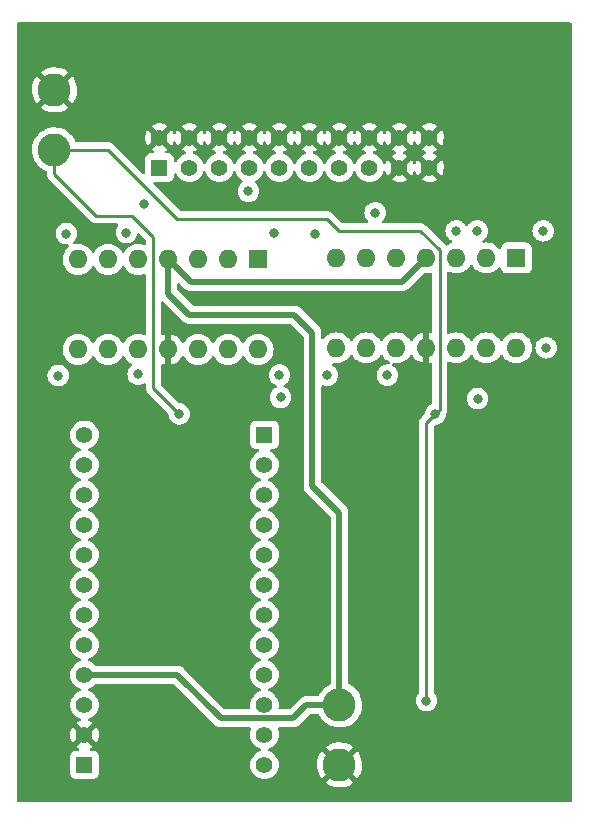
<source format=gbr>
%TF.GenerationSoftware,KiCad,Pcbnew,(6.0.2)*%
%TF.CreationDate,2022-03-10T22:08:29-05:00*%
%TF.ProjectId,SmartSole-Rev1,536d6172-7453-46f6-9c65-2d526576312e,rev?*%
%TF.SameCoordinates,Original*%
%TF.FileFunction,Copper,L2,Bot*%
%TF.FilePolarity,Positive*%
%FSLAX46Y46*%
G04 Gerber Fmt 4.6, Leading zero omitted, Abs format (unit mm)*
G04 Created by KiCad (PCBNEW (6.0.2)) date 2022-03-10 22:08:29*
%MOMM*%
%LPD*%
G01*
G04 APERTURE LIST*
%TA.AperFunction,ComponentPad*%
%ADD10C,2.800000*%
%TD*%
%TA.AperFunction,ComponentPad*%
%ADD11R,1.398000X1.398000*%
%TD*%
%TA.AperFunction,ComponentPad*%
%ADD12C,1.398000*%
%TD*%
%TA.AperFunction,ComponentPad*%
%ADD13C,0.800000*%
%TD*%
%TA.AperFunction,ComponentPad*%
%ADD14R,1.397000X1.397000*%
%TD*%
%TA.AperFunction,ComponentPad*%
%ADD15C,1.397000*%
%TD*%
%TA.AperFunction,ComponentPad*%
%ADD16R,1.600000X1.600000*%
%TD*%
%TA.AperFunction,ComponentPad*%
%ADD17O,1.600000X1.600000*%
%TD*%
%TA.AperFunction,ViaPad*%
%ADD18C,0.800000*%
%TD*%
%TA.AperFunction,Conductor*%
%ADD19C,0.250000*%
%TD*%
%TA.AperFunction,Conductor*%
%ADD20C,0.500000*%
%TD*%
G04 APERTURE END LIST*
D10*
%TO.P,3V3,1,1*%
%TO.N,+3V3*%
X87502499Y-91010000D03*
%TD*%
D11*
%TO.P,J3,1,1*%
%TO.N,unconnected-(J3-Pad1)*%
X81152499Y-68150000D03*
D12*
%TO.P,J3,2,2*%
%TO.N,unconnected-(J3-Pad2)*%
X81152499Y-70690000D03*
%TO.P,J3,3,3*%
%TO.N,/SDO-MISO*%
X81152499Y-73230000D03*
%TO.P,J3,4,4*%
%TO.N,/SDI-MOSI*%
X81152499Y-75770000D03*
%TO.P,J3,5,5*%
%TO.N,/SCLK*%
X81152499Y-78310000D03*
%TO.P,J3,6,6*%
%TO.N,/CS*%
X81152499Y-80850000D03*
%TO.P,J3,7,7*%
%TO.N,unconnected-(J3-Pad7)*%
X81152499Y-83390000D03*
%TO.P,J3,8,8*%
%TO.N,unconnected-(J3-Pad8)*%
X81152499Y-85930000D03*
%TO.P,J3,9,9*%
%TO.N,unconnected-(J3-Pad9)*%
X81152499Y-88470000D03*
%TO.P,J3,10,10*%
%TO.N,unconnected-(J3-Pad10)*%
X81152499Y-91010000D03*
%TO.P,J3,11,11*%
%TO.N,unconnected-(J3-Pad11)*%
X81152499Y-93550000D03*
%TO.P,J3,12,12*%
%TO.N,unconnected-(J3-Pad12)*%
X81152499Y-96090000D03*
%TD*%
D13*
%TO.P,F0,1,1*%
%TO.N,/ForceIn_0*%
X99164499Y-50868000D03*
%TD*%
D10*
%TO.P,3V0,1,1*%
%TO.N,/VRef*%
X63372499Y-44020000D03*
%TD*%
D13*
%TO.P,F3,1,1*%
%TO.N,/ForceIn_3*%
X99191612Y-65077727D03*
%TD*%
%TO.P,A4,1,1*%
%TO.N,/AIN4*%
X81981567Y-51025367D03*
%TD*%
%TO.P,A1,1,1*%
%TO.N,/AIN1*%
X85448499Y-51122000D03*
%TD*%
%TO.P,VR1,1,1*%
%TO.N,/Op Amps/VRef1*%
X97386499Y-50868000D03*
%TD*%
D11*
%TO.P,J2,1,1*%
%TO.N,unconnected-(J2-Pad1)*%
X65912499Y-96090000D03*
D12*
%TO.P,J2,2,2*%
%TO.N,GND*%
X65912499Y-93550000D03*
%TO.P,J2,3,3*%
%TO.N,unconnected-(J2-Pad3)*%
X65912499Y-91010000D03*
%TO.P,J2,4,4*%
%TO.N,+3V3*%
X65912499Y-88470000D03*
%TO.P,J2,5,5*%
%TO.N,/AIN2*%
X65912499Y-85930000D03*
%TO.P,J2,6,6*%
%TO.N,/AIN3*%
X65912499Y-83390000D03*
%TO.P,J2,7,7*%
%TO.N,/AIN4*%
X65912499Y-80850000D03*
%TO.P,J2,8,8*%
%TO.N,/AIN5*%
X65912499Y-78310000D03*
%TO.P,J2,9,9*%
%TO.N,/AIN6*%
X65912499Y-75770000D03*
%TO.P,J2,10,10*%
%TO.N,/AIN7*%
X65912499Y-73230000D03*
%TO.P,J2,11,11*%
%TO.N,/AIN1*%
X65912499Y-70690000D03*
%TO.P,J2,12,12*%
%TO.N,/AIN0*%
X65912499Y-68150000D03*
%TD*%
D13*
%TO.P,VR2,1,1*%
%TO.N,/Op Amps/VRef2*%
X70454806Y-63006031D03*
%TD*%
D14*
%TO.P,J1,1,1*%
%TO.N,/ForceIn_7*%
X72262499Y-45523000D03*
D15*
%TO.P,J1,2,2*%
%TO.N,GND*%
X72262499Y-42983000D03*
%TO.P,J1,3,3*%
%TO.N,/ForceIn_6*%
X74802499Y-45523000D03*
%TO.P,J1,4,4*%
%TO.N,GND*%
X74802499Y-42983000D03*
%TO.P,J1,5,5*%
%TO.N,/ForceIn_5*%
X77342499Y-45523000D03*
%TO.P,J1,6,6*%
%TO.N,GND*%
X77342499Y-42983000D03*
%TO.P,J1,7,7*%
%TO.N,/ForceIn_4*%
X79882499Y-45523000D03*
%TO.P,J1,8,8*%
%TO.N,GND*%
X79882499Y-42983000D03*
%TO.P,J1,9,9*%
%TO.N,/ForceIn_3*%
X82422499Y-45523000D03*
%TO.P,J1,10,10*%
%TO.N,GND*%
X82422499Y-42983000D03*
%TO.P,J1,11,11*%
%TO.N,/ForceIn_2*%
X84962499Y-45523000D03*
%TO.P,J1,12,12*%
%TO.N,GND*%
X84962499Y-42983000D03*
%TO.P,J1,13,13*%
%TO.N,/ForceIn_1*%
X87502499Y-45523000D03*
%TO.P,J1,14,14*%
%TO.N,GND*%
X87502499Y-42983000D03*
%TO.P,J1,15,15*%
%TO.N,/ForceIn_0*%
X90042499Y-45523000D03*
%TO.P,J1,16,16*%
%TO.N,GND*%
X90042499Y-42983000D03*
%TO.P,J1,17,17*%
X92582499Y-45523000D03*
%TO.P,J1,18,18*%
X92582499Y-42983000D03*
%TO.P,J1,19,19*%
X95122499Y-45523000D03*
%TO.P,J1,20,20*%
X95122499Y-42983000D03*
%TD*%
D13*
%TO.P,F7,1,1*%
%TO.N,/ForceIn_7*%
X82422499Y-63070000D03*
%TD*%
%TO.P,A2,1,1*%
%TO.N,/AIN2*%
X86474524Y-63090215D03*
%TD*%
%TO.P,F4,1,1*%
%TO.N,/ForceIn_4*%
X79791572Y-47516654D03*
%TD*%
%TO.P,A5,1,1*%
%TO.N,/AIN5*%
X64372723Y-51113142D03*
%TD*%
%TO.P,A3,1,1*%
%TO.N,/AIN3*%
X105006499Y-60774000D03*
%TD*%
%TO.P,A6,1,1*%
%TO.N,/AIN6*%
X63693176Y-63122612D03*
%TD*%
%TO.P,F1,1,1*%
%TO.N,/ForceIn_1*%
X90528499Y-49344000D03*
%TD*%
D10*
%TO.P,GND1,1,1*%
%TO.N,GND*%
X63372499Y-38940000D03*
%TD*%
%TO.P,GND2,1,1*%
%TO.N,GND*%
X87502499Y-96090000D03*
%TD*%
D16*
%TO.P,U2,1*%
%TO.N,/AIN4*%
X80612498Y-53291000D03*
D17*
%TO.P,U2,2,-*%
%TO.N,/ForceIn_4*%
X78072498Y-53291000D03*
%TO.P,U2,3,+*%
%TO.N,/Op Amps/VRef2*%
X75532498Y-53291000D03*
%TO.P,U2,4,V+*%
%TO.N,+3V3*%
X72992498Y-53291000D03*
%TO.P,U2,5,+*%
%TO.N,/Op Amps/VRef2*%
X70452498Y-53291000D03*
%TO.P,U2,6,-*%
%TO.N,/ForceIn_5*%
X67912498Y-53291000D03*
%TO.P,U2,7*%
%TO.N,/AIN5*%
X65372498Y-53291000D03*
%TO.P,U2,8*%
%TO.N,/AIN6*%
X65372498Y-60911000D03*
%TO.P,U2,9,-*%
%TO.N,/ForceIn_6*%
X67912498Y-60911000D03*
%TO.P,U2,10,+*%
%TO.N,/Op Amps/VRef2*%
X70452498Y-60911000D03*
%TO.P,U2,11,V-*%
%TO.N,GND*%
X72992498Y-60911000D03*
%TO.P,U2,12,+*%
%TO.N,/Op Amps/VRef2*%
X75532498Y-60911000D03*
%TO.P,U2,13,-*%
%TO.N,/ForceIn_7*%
X78072498Y-60911000D03*
%TO.P,U2,14*%
%TO.N,/AIN7*%
X80612498Y-60911000D03*
%TD*%
D13*
%TO.P,F5,1,1*%
%TO.N,/ForceIn_5*%
X69467934Y-51015157D03*
%TD*%
%TO.P,A7,1,1*%
%TO.N,/AIN7*%
X82518035Y-64975416D03*
%TD*%
%TO.P,F6,1,1*%
%TO.N,/ForceIn_6*%
X70992499Y-48592000D03*
%TD*%
D16*
%TO.P,U1,1*%
%TO.N,/AIN0*%
X102471499Y-53164000D03*
D17*
%TO.P,U1,2,-*%
%TO.N,/ForceIn_0*%
X99931499Y-53164000D03*
%TO.P,U1,3,+*%
%TO.N,/Op Amps/VRef1*%
X97391499Y-53164000D03*
%TO.P,U1,4,V+*%
%TO.N,+3V3*%
X94851499Y-53164000D03*
%TO.P,U1,5,+*%
%TO.N,/Op Amps/VRef1*%
X92311499Y-53164000D03*
%TO.P,U1,6,-*%
%TO.N,/ForceIn_1*%
X89771499Y-53164000D03*
%TO.P,U1,7*%
%TO.N,/AIN1*%
X87231499Y-53164000D03*
%TO.P,U1,8*%
%TO.N,/AIN2*%
X87231499Y-60784000D03*
%TO.P,U1,9,-*%
%TO.N,/ForceIn_2*%
X89771499Y-60784000D03*
%TO.P,U1,10,+*%
%TO.N,/Op Amps/VRef1*%
X92311499Y-60784000D03*
%TO.P,U1,11,V-*%
%TO.N,GND*%
X94851499Y-60784000D03*
%TO.P,U1,12,+*%
%TO.N,/Op Amps/VRef1*%
X97391499Y-60784000D03*
%TO.P,U1,13,-*%
%TO.N,/ForceIn_3*%
X99931499Y-60784000D03*
%TO.P,U1,14*%
%TO.N,/AIN3*%
X102471499Y-60784000D03*
%TD*%
D13*
%TO.P,A0,1,1*%
%TO.N,/AIN0*%
X104752499Y-50868000D03*
%TD*%
%TO.P,F2,1,1*%
%TO.N,/ForceIn_2*%
X91554524Y-63090215D03*
%TD*%
D18*
%TO.N,GND*%
X92582499Y-92534000D03*
X93090499Y-87454000D03*
X75310499Y-48338000D03*
X99496271Y-71198000D03*
X99948499Y-91264000D03*
X69976499Y-89740000D03*
X103758499Y-83390000D03*
X93522028Y-49206267D03*
X97916499Y-96598000D03*
%TO.N,/VRef*%
X73936252Y-66372000D03*
X94859851Y-90653170D03*
X95630499Y-66372000D03*
%TD*%
D19*
%TO.N,/VRef*%
X66928499Y-49608000D02*
X63372499Y-46052000D01*
X69976499Y-49608000D02*
X66928499Y-49608000D01*
X94360499Y-50878000D02*
X87502499Y-50878000D01*
X71754499Y-51386000D02*
X69976499Y-49608000D01*
X73786499Y-49862000D02*
X67944499Y-44020000D01*
X95630499Y-66372000D02*
X95976010Y-66026489D01*
X95976010Y-52493511D02*
X94360499Y-50878000D01*
X73936252Y-66372000D02*
X71754499Y-64190247D01*
X87502499Y-50878000D02*
X86486499Y-49862000D01*
X94859851Y-90653170D02*
X94859851Y-67142648D01*
X95976010Y-66026489D02*
X95976010Y-52493511D01*
X63372499Y-46052000D02*
X63372499Y-44020000D01*
X67944499Y-44020000D02*
X63372499Y-44020000D01*
X71754499Y-64190247D02*
X71754499Y-51386000D01*
X86486499Y-49862000D02*
X73786499Y-49862000D01*
X94859851Y-67142648D02*
X95630499Y-66372000D01*
D20*
%TO.N,+3V3*%
X85216499Y-59514000D02*
X85216499Y-72468000D01*
X72992498Y-56179999D02*
X74802499Y-57990000D01*
X72992498Y-53291000D02*
X72992498Y-56179999D01*
X83559988Y-92158511D02*
X84708499Y-91010000D01*
X85216499Y-72468000D02*
X87502499Y-74754000D01*
X84708499Y-91010000D02*
X87502499Y-91010000D01*
X65912499Y-88470000D02*
X73786499Y-88470000D01*
X77475010Y-92158511D02*
X83559988Y-92158511D01*
X94851499Y-53164000D02*
X92819499Y-55196000D01*
X74802499Y-57990000D02*
X83692499Y-57990000D01*
X73786499Y-88470000D02*
X77475010Y-92158511D01*
X74897498Y-55196000D02*
X72992498Y-53291000D01*
X83692499Y-57990000D02*
X85216499Y-59514000D01*
X92819499Y-55196000D02*
X74897498Y-55196000D01*
X87502499Y-74754000D02*
X87502499Y-91010000D01*
%TD*%
%TA.AperFunction,Conductor*%
%TO.N,GND*%
G36*
X107129620Y-33245002D02*
G01*
X107176113Y-33298658D01*
X107187499Y-33351000D01*
X107187499Y-99139000D01*
X107167497Y-99207121D01*
X107113841Y-99253614D01*
X107061499Y-99265000D01*
X60323499Y-99265000D01*
X60255378Y-99244998D01*
X60208885Y-99191342D01*
X60197499Y-99139000D01*
X60197499Y-97607806D01*
X86349860Y-97607806D01*
X86357250Y-97618108D01*
X86399129Y-97652203D01*
X86406408Y-97657318D01*
X86630255Y-97792085D01*
X86638169Y-97796118D01*
X86878785Y-97898006D01*
X86887190Y-97900883D01*
X87139756Y-97967850D01*
X87148488Y-97969516D01*
X87407973Y-98000227D01*
X87416839Y-98000645D01*
X87678060Y-97994490D01*
X87686913Y-97993653D01*
X87944661Y-97950752D01*
X87953295Y-97948679D01*
X88202429Y-97869888D01*
X88210691Y-97866617D01*
X88446230Y-97753513D01*
X88453954Y-97749107D01*
X88647767Y-97619606D01*
X88656055Y-97609688D01*
X88648798Y-97595509D01*
X87515311Y-96462022D01*
X87501367Y-96454408D01*
X87499534Y-96454539D01*
X87492919Y-96458790D01*
X86357026Y-97594683D01*
X86349860Y-97607806D01*
X60197499Y-97607806D01*
X60197499Y-96837134D01*
X64704999Y-96837134D01*
X64711754Y-96899316D01*
X64762884Y-97035705D01*
X64850238Y-97152261D01*
X64966794Y-97239615D01*
X65103183Y-97290745D01*
X65165365Y-97297500D01*
X66659633Y-97297500D01*
X66721815Y-97290745D01*
X66858204Y-97239615D01*
X66974760Y-97152261D01*
X67062114Y-97035705D01*
X67113244Y-96899316D01*
X67119999Y-96837134D01*
X67119999Y-95342866D01*
X67113244Y-95280684D01*
X67062114Y-95144295D01*
X66974760Y-95027739D01*
X66858204Y-94940385D01*
X66721815Y-94889255D01*
X66659633Y-94882500D01*
X66479300Y-94882500D01*
X66411179Y-94862498D01*
X66364686Y-94808842D01*
X66354582Y-94738568D01*
X66384076Y-94673988D01*
X66426050Y-94642305D01*
X66513320Y-94601610D01*
X66522810Y-94596131D01*
X66553031Y-94574971D01*
X66561405Y-94564495D01*
X66554337Y-94551048D01*
X65925311Y-93922022D01*
X65911367Y-93914408D01*
X65909534Y-93914539D01*
X65902919Y-93918790D01*
X65269940Y-94551769D01*
X65263510Y-94563543D01*
X65272805Y-94575558D01*
X65302188Y-94596131D01*
X65311678Y-94601610D01*
X65398948Y-94642305D01*
X65452233Y-94689222D01*
X65471694Y-94757499D01*
X65451152Y-94825459D01*
X65397130Y-94871525D01*
X65345698Y-94882500D01*
X65165365Y-94882500D01*
X65103183Y-94889255D01*
X64966794Y-94940385D01*
X64850238Y-95027739D01*
X64762884Y-95144295D01*
X64711754Y-95280684D01*
X64704999Y-95342866D01*
X64704999Y-96837134D01*
X60197499Y-96837134D01*
X60197499Y-93555475D01*
X64701367Y-93555475D01*
X64718816Y-93754914D01*
X64720719Y-93765709D01*
X64772534Y-93959085D01*
X64776280Y-93969377D01*
X64860887Y-94150818D01*
X64866370Y-94160313D01*
X64887528Y-94190530D01*
X64898005Y-94198905D01*
X64911452Y-94191837D01*
X65540477Y-93562812D01*
X65546855Y-93551132D01*
X66276907Y-93551132D01*
X66277038Y-93552965D01*
X66281289Y-93559580D01*
X66914267Y-94192558D01*
X66926042Y-94198988D01*
X66938057Y-94189692D01*
X66958628Y-94160313D01*
X66964111Y-94150818D01*
X67048718Y-93969377D01*
X67052464Y-93959085D01*
X67104279Y-93765709D01*
X67106182Y-93754914D01*
X67123631Y-93555475D01*
X67123631Y-93544525D01*
X67106182Y-93345086D01*
X67104279Y-93334291D01*
X67052464Y-93140915D01*
X67048718Y-93130623D01*
X66964111Y-92949182D01*
X66958628Y-92939687D01*
X66937470Y-92909470D01*
X66926993Y-92901095D01*
X66913546Y-92908163D01*
X66284521Y-93537188D01*
X66276907Y-93551132D01*
X65546855Y-93551132D01*
X65548091Y-93548868D01*
X65547960Y-93547035D01*
X65543709Y-93540420D01*
X64910731Y-92907442D01*
X64898956Y-92901012D01*
X64886941Y-92910308D01*
X64866370Y-92939687D01*
X64860887Y-92949182D01*
X64776280Y-93130623D01*
X64772534Y-93140915D01*
X64720719Y-93334291D01*
X64718816Y-93345086D01*
X64701367Y-93544525D01*
X64701367Y-93555475D01*
X60197499Y-93555475D01*
X60197499Y-63122612D01*
X62779672Y-63122612D01*
X62780362Y-63129177D01*
X62793415Y-63253365D01*
X62799634Y-63312540D01*
X62858649Y-63494168D01*
X62954136Y-63659556D01*
X62958554Y-63664463D01*
X62958555Y-63664464D01*
X63071889Y-63790334D01*
X63081923Y-63801478D01*
X63125956Y-63833470D01*
X63191834Y-63881333D01*
X63236424Y-63913730D01*
X63242452Y-63916414D01*
X63242454Y-63916415D01*
X63403667Y-63988191D01*
X63410888Y-63991406D01*
X63504289Y-64011259D01*
X63591232Y-64029740D01*
X63591237Y-64029740D01*
X63597689Y-64031112D01*
X63788663Y-64031112D01*
X63795115Y-64029740D01*
X63795120Y-64029740D01*
X63882063Y-64011259D01*
X63975464Y-63991406D01*
X63982685Y-63988191D01*
X64143898Y-63916415D01*
X64143900Y-63916414D01*
X64149928Y-63913730D01*
X64194519Y-63881333D01*
X64260396Y-63833470D01*
X64304429Y-63801478D01*
X64314463Y-63790334D01*
X64427797Y-63664464D01*
X64427798Y-63664463D01*
X64432216Y-63659556D01*
X64527703Y-63494168D01*
X64586718Y-63312540D01*
X64592938Y-63253365D01*
X64605990Y-63129177D01*
X64606680Y-63122612D01*
X64586718Y-62932684D01*
X64527703Y-62751056D01*
X64432216Y-62585668D01*
X64398627Y-62548363D01*
X64308851Y-62448657D01*
X64308850Y-62448656D01*
X64304429Y-62443746D01*
X64149928Y-62331494D01*
X64143900Y-62328810D01*
X64143898Y-62328809D01*
X63981495Y-62256503D01*
X63981494Y-62256503D01*
X63975464Y-62253818D01*
X63882063Y-62233965D01*
X63795120Y-62215484D01*
X63795115Y-62215484D01*
X63788663Y-62214112D01*
X63597689Y-62214112D01*
X63591237Y-62215484D01*
X63591232Y-62215484D01*
X63504289Y-62233965D01*
X63410888Y-62253818D01*
X63404858Y-62256503D01*
X63404857Y-62256503D01*
X63242454Y-62328809D01*
X63242452Y-62328810D01*
X63236424Y-62331494D01*
X63081923Y-62443746D01*
X63077502Y-62448656D01*
X63077501Y-62448657D01*
X62987726Y-62548363D01*
X62954136Y-62585668D01*
X62858649Y-62751056D01*
X62799634Y-62932684D01*
X62779672Y-63122612D01*
X60197499Y-63122612D01*
X60197499Y-43959899D01*
X61460068Y-43959899D01*
X61461533Y-43997194D01*
X61469053Y-44188570D01*
X61470679Y-44229963D01*
X61519236Y-44495837D01*
X61604771Y-44752217D01*
X61606764Y-44756205D01*
X61671260Y-44885281D01*
X61725577Y-44993987D01*
X61728106Y-44997646D01*
X61856218Y-45183009D01*
X61879243Y-45216324D01*
X62062704Y-45414790D01*
X62272298Y-45585427D01*
X62503845Y-45724830D01*
X62507947Y-45726567D01*
X62662129Y-45791854D01*
X62717059Y-45836835D01*
X62738999Y-45907881D01*
X62738999Y-45973233D01*
X62738472Y-45984416D01*
X62736797Y-45991909D01*
X62737046Y-45999835D01*
X62737046Y-45999836D01*
X62738937Y-46059986D01*
X62738999Y-46063945D01*
X62738999Y-46091856D01*
X62739496Y-46095790D01*
X62739496Y-46095791D01*
X62739504Y-46095856D01*
X62740437Y-46107693D01*
X62741826Y-46151889D01*
X62746042Y-46166400D01*
X62747477Y-46171339D01*
X62751486Y-46190700D01*
X62754025Y-46210797D01*
X62756944Y-46218168D01*
X62756944Y-46218170D01*
X62770303Y-46251912D01*
X62774148Y-46263142D01*
X62776034Y-46269634D01*
X62786481Y-46305593D01*
X62790514Y-46312412D01*
X62790516Y-46312417D01*
X62796792Y-46323028D01*
X62805487Y-46340776D01*
X62812947Y-46359617D01*
X62817609Y-46366033D01*
X62817609Y-46366034D01*
X62838935Y-46395387D01*
X62845451Y-46405307D01*
X62867957Y-46443362D01*
X62882278Y-46457683D01*
X62895118Y-46472716D01*
X62907027Y-46489107D01*
X62913133Y-46494158D01*
X62941104Y-46517298D01*
X62949883Y-46525288D01*
X66424842Y-50000247D01*
X66432386Y-50008537D01*
X66436499Y-50015018D01*
X66442276Y-50020443D01*
X66486166Y-50061658D01*
X66489008Y-50064413D01*
X66508729Y-50084134D01*
X66511924Y-50086612D01*
X66520946Y-50094318D01*
X66553178Y-50124586D01*
X66560127Y-50128406D01*
X66570931Y-50134346D01*
X66587455Y-50145199D01*
X66603458Y-50157613D01*
X66644042Y-50175176D01*
X66654672Y-50180383D01*
X66693439Y-50201695D01*
X66701116Y-50203666D01*
X66701121Y-50203668D01*
X66713057Y-50206732D01*
X66731765Y-50213137D01*
X66750354Y-50221181D01*
X66758179Y-50222420D01*
X66758181Y-50222421D01*
X66794018Y-50228097D01*
X66805639Y-50230504D01*
X66840788Y-50239528D01*
X66848469Y-50241500D01*
X66868730Y-50241500D01*
X66888439Y-50243051D01*
X66908442Y-50246219D01*
X66916334Y-50245473D01*
X66921561Y-50244979D01*
X66952453Y-50242059D01*
X66964310Y-50241500D01*
X68659031Y-50241500D01*
X68727152Y-50261502D01*
X68773645Y-50315158D01*
X68783749Y-50385432D01*
X68752669Y-50451808D01*
X68728894Y-50478213D01*
X68633407Y-50643601D01*
X68574392Y-50825229D01*
X68573702Y-50831790D01*
X68573702Y-50831792D01*
X68559672Y-50965283D01*
X68554430Y-51015157D01*
X68555120Y-51021722D01*
X68571816Y-51180572D01*
X68574392Y-51205085D01*
X68633407Y-51386713D01*
X68636710Y-51392435D01*
X68636711Y-51392436D01*
X68643933Y-51404944D01*
X68728894Y-51552101D01*
X68733312Y-51557008D01*
X68733313Y-51557009D01*
X68848934Y-51685419D01*
X68856681Y-51694023D01*
X68932697Y-51749252D01*
X68997731Y-51796502D01*
X69011182Y-51806275D01*
X69017210Y-51808959D01*
X69017212Y-51808960D01*
X69158536Y-51871881D01*
X69185646Y-51883951D01*
X69277663Y-51903510D01*
X69365990Y-51922285D01*
X69365995Y-51922285D01*
X69372447Y-51923657D01*
X69563421Y-51923657D01*
X69569873Y-51922285D01*
X69569878Y-51922285D01*
X69658205Y-51903510D01*
X69750222Y-51883951D01*
X69777332Y-51871881D01*
X69918656Y-51808960D01*
X69918658Y-51808959D01*
X69924686Y-51806275D01*
X69938138Y-51796502D01*
X70003171Y-51749252D01*
X70079187Y-51694023D01*
X70086934Y-51685419D01*
X70202555Y-51557009D01*
X70202556Y-51557008D01*
X70206974Y-51552101D01*
X70291935Y-51404944D01*
X70299157Y-51392436D01*
X70299158Y-51392435D01*
X70302461Y-51386713D01*
X70361476Y-51205085D01*
X70363937Y-51181670D01*
X70390951Y-51116014D01*
X70449173Y-51075385D01*
X70520118Y-51072682D01*
X70578342Y-51105747D01*
X71084094Y-51611499D01*
X71118120Y-51673811D01*
X71120999Y-51700594D01*
X71120999Y-51961177D01*
X71100997Y-52029298D01*
X71047341Y-52075791D01*
X70977067Y-52085895D01*
X70941749Y-52075372D01*
X70906723Y-52059039D01*
X70906722Y-52059039D01*
X70901741Y-52056716D01*
X70896433Y-52055294D01*
X70896431Y-52055293D01*
X70685900Y-51998881D01*
X70685898Y-51998881D01*
X70680585Y-51997457D01*
X70452498Y-51977502D01*
X70224411Y-51997457D01*
X70219098Y-51998881D01*
X70219096Y-51998881D01*
X70008565Y-52055293D01*
X70008563Y-52055294D01*
X70003255Y-52056716D01*
X69998274Y-52059039D01*
X69998273Y-52059039D01*
X69800736Y-52151151D01*
X69800731Y-52151154D01*
X69795749Y-52153477D01*
X69727094Y-52201550D01*
X69612709Y-52281643D01*
X69612706Y-52281645D01*
X69608198Y-52284802D01*
X69446300Y-52446700D01*
X69314975Y-52634251D01*
X69312652Y-52639233D01*
X69312649Y-52639238D01*
X69296693Y-52673457D01*
X69249776Y-52726742D01*
X69181499Y-52746203D01*
X69113539Y-52725661D01*
X69068303Y-52673457D01*
X69052347Y-52639238D01*
X69052344Y-52639233D01*
X69050021Y-52634251D01*
X68918696Y-52446700D01*
X68756798Y-52284802D01*
X68752290Y-52281645D01*
X68752287Y-52281643D01*
X68637902Y-52201550D01*
X68569247Y-52153477D01*
X68564265Y-52151154D01*
X68564260Y-52151151D01*
X68366723Y-52059039D01*
X68366722Y-52059039D01*
X68361741Y-52056716D01*
X68356433Y-52055294D01*
X68356431Y-52055293D01*
X68145900Y-51998881D01*
X68145898Y-51998881D01*
X68140585Y-51997457D01*
X67912498Y-51977502D01*
X67684411Y-51997457D01*
X67679098Y-51998881D01*
X67679096Y-51998881D01*
X67468565Y-52055293D01*
X67468563Y-52055294D01*
X67463255Y-52056716D01*
X67458274Y-52059039D01*
X67458273Y-52059039D01*
X67260736Y-52151151D01*
X67260731Y-52151154D01*
X67255749Y-52153477D01*
X67187094Y-52201550D01*
X67072709Y-52281643D01*
X67072706Y-52281645D01*
X67068198Y-52284802D01*
X66906300Y-52446700D01*
X66774975Y-52634251D01*
X66772652Y-52639233D01*
X66772649Y-52639238D01*
X66756693Y-52673457D01*
X66709776Y-52726742D01*
X66641499Y-52746203D01*
X66573539Y-52725661D01*
X66528303Y-52673457D01*
X66512347Y-52639238D01*
X66512344Y-52639233D01*
X66510021Y-52634251D01*
X66378696Y-52446700D01*
X66216798Y-52284802D01*
X66212290Y-52281645D01*
X66212287Y-52281643D01*
X66097902Y-52201550D01*
X66029247Y-52153477D01*
X66024265Y-52151154D01*
X66024260Y-52151151D01*
X65826723Y-52059039D01*
X65826722Y-52059039D01*
X65821741Y-52056716D01*
X65816433Y-52055294D01*
X65816431Y-52055293D01*
X65605900Y-51998881D01*
X65605898Y-51998881D01*
X65600585Y-51997457D01*
X65372498Y-51977502D01*
X65144411Y-51997457D01*
X65139098Y-51998881D01*
X65139096Y-51998881D01*
X65096637Y-52010258D01*
X65025661Y-52008568D01*
X64966865Y-51968774D01*
X64938917Y-51903510D01*
X64950690Y-51833496D01*
X64979402Y-51795331D01*
X64983976Y-51792008D01*
X64997940Y-51776500D01*
X65107344Y-51654994D01*
X65107345Y-51654993D01*
X65111763Y-51650086D01*
X65189051Y-51516220D01*
X65203946Y-51490421D01*
X65203947Y-51490420D01*
X65207250Y-51484698D01*
X65266265Y-51303070D01*
X65268048Y-51286111D01*
X65285537Y-51119707D01*
X65286227Y-51113142D01*
X65277002Y-51025367D01*
X65266955Y-50929777D01*
X65266955Y-50929775D01*
X65266265Y-50923214D01*
X65207250Y-50741586D01*
X65111763Y-50576198D01*
X65042681Y-50499474D01*
X64988398Y-50439187D01*
X64988397Y-50439186D01*
X64983976Y-50434276D01*
X64844915Y-50333242D01*
X64834817Y-50325905D01*
X64834816Y-50325904D01*
X64829475Y-50322024D01*
X64823447Y-50319340D01*
X64823445Y-50319339D01*
X64661042Y-50247033D01*
X64661041Y-50247033D01*
X64655011Y-50244348D01*
X64551853Y-50222421D01*
X64474667Y-50206014D01*
X64474662Y-50206014D01*
X64468210Y-50204642D01*
X64277236Y-50204642D01*
X64270784Y-50206014D01*
X64270779Y-50206014D01*
X64193593Y-50222421D01*
X64090435Y-50244348D01*
X64084405Y-50247033D01*
X64084404Y-50247033D01*
X63922001Y-50319339D01*
X63921999Y-50319340D01*
X63915971Y-50322024D01*
X63910630Y-50325904D01*
X63910629Y-50325905D01*
X63900531Y-50333242D01*
X63761470Y-50434276D01*
X63757049Y-50439186D01*
X63757048Y-50439187D01*
X63702766Y-50499474D01*
X63633683Y-50576198D01*
X63538196Y-50741586D01*
X63479181Y-50923214D01*
X63478491Y-50929775D01*
X63478491Y-50929777D01*
X63468444Y-51025367D01*
X63459219Y-51113142D01*
X63459909Y-51119707D01*
X63477399Y-51286111D01*
X63479181Y-51303070D01*
X63538196Y-51484698D01*
X63541499Y-51490420D01*
X63541500Y-51490421D01*
X63556395Y-51516220D01*
X63633683Y-51650086D01*
X63638101Y-51654993D01*
X63638102Y-51654994D01*
X63757047Y-51787096D01*
X63761470Y-51792008D01*
X63818573Y-51833496D01*
X63889907Y-51885323D01*
X63915971Y-51904260D01*
X63921999Y-51906944D01*
X63922001Y-51906945D01*
X64062487Y-51969493D01*
X64090435Y-51981936D01*
X64170155Y-51998881D01*
X64270779Y-52020270D01*
X64270784Y-52020270D01*
X64277236Y-52021642D01*
X64468210Y-52021642D01*
X64474665Y-52020270D01*
X64474674Y-52020269D01*
X64488219Y-52017390D01*
X64559009Y-52022793D01*
X64615641Y-52065611D01*
X64640133Y-52132249D01*
X64624711Y-52201550D01*
X64586683Y-52243850D01*
X64532714Y-52281639D01*
X64532708Y-52281644D01*
X64528198Y-52284802D01*
X64366300Y-52446700D01*
X64234975Y-52634251D01*
X64232652Y-52639233D01*
X64232649Y-52639238D01*
X64192350Y-52725661D01*
X64138214Y-52841757D01*
X64078955Y-53062913D01*
X64059000Y-53291000D01*
X64078955Y-53519087D01*
X64080379Y-53524400D01*
X64080379Y-53524402D01*
X64135003Y-53728258D01*
X64138214Y-53740243D01*
X64140537Y-53745224D01*
X64140537Y-53745225D01*
X64232649Y-53942762D01*
X64232652Y-53942767D01*
X64234975Y-53947749D01*
X64366300Y-54135300D01*
X64528198Y-54297198D01*
X64532706Y-54300355D01*
X64532709Y-54300357D01*
X64610887Y-54355098D01*
X64715749Y-54428523D01*
X64720731Y-54430846D01*
X64720736Y-54430849D01*
X64918273Y-54522961D01*
X64923255Y-54525284D01*
X64928563Y-54526706D01*
X64928565Y-54526707D01*
X65139096Y-54583119D01*
X65139098Y-54583119D01*
X65144411Y-54584543D01*
X65372498Y-54604498D01*
X65600585Y-54584543D01*
X65605898Y-54583119D01*
X65605900Y-54583119D01*
X65816431Y-54526707D01*
X65816433Y-54526706D01*
X65821741Y-54525284D01*
X65826723Y-54522961D01*
X66024260Y-54430849D01*
X66024265Y-54430846D01*
X66029247Y-54428523D01*
X66134109Y-54355098D01*
X66212287Y-54300357D01*
X66212290Y-54300355D01*
X66216798Y-54297198D01*
X66378696Y-54135300D01*
X66510021Y-53947749D01*
X66512344Y-53942767D01*
X66512347Y-53942762D01*
X66528303Y-53908543D01*
X66575220Y-53855258D01*
X66643497Y-53835797D01*
X66711457Y-53856339D01*
X66756693Y-53908543D01*
X66772649Y-53942762D01*
X66772652Y-53942767D01*
X66774975Y-53947749D01*
X66906300Y-54135300D01*
X67068198Y-54297198D01*
X67072706Y-54300355D01*
X67072709Y-54300357D01*
X67150887Y-54355098D01*
X67255749Y-54428523D01*
X67260731Y-54430846D01*
X67260736Y-54430849D01*
X67458273Y-54522961D01*
X67463255Y-54525284D01*
X67468563Y-54526706D01*
X67468565Y-54526707D01*
X67679096Y-54583119D01*
X67679098Y-54583119D01*
X67684411Y-54584543D01*
X67912498Y-54604498D01*
X68140585Y-54584543D01*
X68145898Y-54583119D01*
X68145900Y-54583119D01*
X68356431Y-54526707D01*
X68356433Y-54526706D01*
X68361741Y-54525284D01*
X68366723Y-54522961D01*
X68564260Y-54430849D01*
X68564265Y-54430846D01*
X68569247Y-54428523D01*
X68674109Y-54355098D01*
X68752287Y-54300357D01*
X68752290Y-54300355D01*
X68756798Y-54297198D01*
X68918696Y-54135300D01*
X69050021Y-53947749D01*
X69052344Y-53942767D01*
X69052347Y-53942762D01*
X69068303Y-53908543D01*
X69115220Y-53855258D01*
X69183497Y-53835797D01*
X69251457Y-53856339D01*
X69296693Y-53908543D01*
X69312649Y-53942762D01*
X69312652Y-53942767D01*
X69314975Y-53947749D01*
X69446300Y-54135300D01*
X69608198Y-54297198D01*
X69612706Y-54300355D01*
X69612709Y-54300357D01*
X69690887Y-54355098D01*
X69795749Y-54428523D01*
X69800731Y-54430846D01*
X69800736Y-54430849D01*
X69998273Y-54522961D01*
X70003255Y-54525284D01*
X70008563Y-54526706D01*
X70008565Y-54526707D01*
X70219096Y-54583119D01*
X70219098Y-54583119D01*
X70224411Y-54584543D01*
X70452498Y-54604498D01*
X70680585Y-54584543D01*
X70685898Y-54583119D01*
X70685900Y-54583119D01*
X70896431Y-54526707D01*
X70896433Y-54526706D01*
X70901741Y-54525284D01*
X70941749Y-54506628D01*
X71011941Y-54495967D01*
X71076753Y-54524947D01*
X71115610Y-54584367D01*
X71120999Y-54620823D01*
X71120999Y-59581177D01*
X71100997Y-59649298D01*
X71047341Y-59695791D01*
X70977067Y-59705895D01*
X70941749Y-59695372D01*
X70906723Y-59679039D01*
X70906722Y-59679039D01*
X70901741Y-59676716D01*
X70896433Y-59675294D01*
X70896431Y-59675293D01*
X70685900Y-59618881D01*
X70685898Y-59618881D01*
X70680585Y-59617457D01*
X70452498Y-59597502D01*
X70224411Y-59617457D01*
X70219098Y-59618881D01*
X70219096Y-59618881D01*
X70008565Y-59675293D01*
X70008563Y-59675294D01*
X70003255Y-59676716D01*
X69998274Y-59679039D01*
X69998273Y-59679039D01*
X69800736Y-59771151D01*
X69800731Y-59771154D01*
X69795749Y-59773477D01*
X69717624Y-59828181D01*
X69612709Y-59901643D01*
X69612706Y-59901645D01*
X69608198Y-59904802D01*
X69446300Y-60066700D01*
X69443143Y-60071208D01*
X69443141Y-60071211D01*
X69407058Y-60122743D01*
X69314975Y-60254251D01*
X69312652Y-60259233D01*
X69312649Y-60259238D01*
X69296693Y-60293457D01*
X69249776Y-60346742D01*
X69181499Y-60366203D01*
X69113539Y-60345661D01*
X69068303Y-60293457D01*
X69052347Y-60259238D01*
X69052344Y-60259233D01*
X69050021Y-60254251D01*
X68957938Y-60122743D01*
X68921855Y-60071211D01*
X68921853Y-60071208D01*
X68918696Y-60066700D01*
X68756798Y-59904802D01*
X68752290Y-59901645D01*
X68752287Y-59901643D01*
X68647372Y-59828181D01*
X68569247Y-59773477D01*
X68564265Y-59771154D01*
X68564260Y-59771151D01*
X68366723Y-59679039D01*
X68366722Y-59679039D01*
X68361741Y-59676716D01*
X68356433Y-59675294D01*
X68356431Y-59675293D01*
X68145900Y-59618881D01*
X68145898Y-59618881D01*
X68140585Y-59617457D01*
X67912498Y-59597502D01*
X67684411Y-59617457D01*
X67679098Y-59618881D01*
X67679096Y-59618881D01*
X67468565Y-59675293D01*
X67468563Y-59675294D01*
X67463255Y-59676716D01*
X67458274Y-59679039D01*
X67458273Y-59679039D01*
X67260736Y-59771151D01*
X67260731Y-59771154D01*
X67255749Y-59773477D01*
X67177624Y-59828181D01*
X67072709Y-59901643D01*
X67072706Y-59901645D01*
X67068198Y-59904802D01*
X66906300Y-60066700D01*
X66903143Y-60071208D01*
X66903141Y-60071211D01*
X66867058Y-60122743D01*
X66774975Y-60254251D01*
X66772652Y-60259233D01*
X66772649Y-60259238D01*
X66756693Y-60293457D01*
X66709776Y-60346742D01*
X66641499Y-60366203D01*
X66573539Y-60345661D01*
X66528303Y-60293457D01*
X66512347Y-60259238D01*
X66512344Y-60259233D01*
X66510021Y-60254251D01*
X66417938Y-60122743D01*
X66381855Y-60071211D01*
X66381853Y-60071208D01*
X66378696Y-60066700D01*
X66216798Y-59904802D01*
X66212290Y-59901645D01*
X66212287Y-59901643D01*
X66107372Y-59828181D01*
X66029247Y-59773477D01*
X66024265Y-59771154D01*
X66024260Y-59771151D01*
X65826723Y-59679039D01*
X65826722Y-59679039D01*
X65821741Y-59676716D01*
X65816433Y-59675294D01*
X65816431Y-59675293D01*
X65605900Y-59618881D01*
X65605898Y-59618881D01*
X65600585Y-59617457D01*
X65372498Y-59597502D01*
X65144411Y-59617457D01*
X65139098Y-59618881D01*
X65139096Y-59618881D01*
X64928565Y-59675293D01*
X64928563Y-59675294D01*
X64923255Y-59676716D01*
X64918274Y-59679039D01*
X64918273Y-59679039D01*
X64720736Y-59771151D01*
X64720731Y-59771154D01*
X64715749Y-59773477D01*
X64637624Y-59828181D01*
X64532709Y-59901643D01*
X64532706Y-59901645D01*
X64528198Y-59904802D01*
X64366300Y-60066700D01*
X64363143Y-60071208D01*
X64363141Y-60071211D01*
X64327058Y-60122743D01*
X64234975Y-60254251D01*
X64232652Y-60259233D01*
X64232649Y-60259238D01*
X64165872Y-60402444D01*
X64138214Y-60461757D01*
X64136792Y-60467065D01*
X64136791Y-60467067D01*
X64103681Y-60590635D01*
X64078955Y-60682913D01*
X64059000Y-60911000D01*
X64078955Y-61139087D01*
X64080379Y-61144400D01*
X64080379Y-61144402D01*
X64135134Y-61348747D01*
X64138214Y-61360243D01*
X64140537Y-61365224D01*
X64140537Y-61365225D01*
X64232649Y-61562762D01*
X64232652Y-61562767D01*
X64234975Y-61567749D01*
X64366300Y-61755300D01*
X64528198Y-61917198D01*
X64532706Y-61920355D01*
X64532709Y-61920357D01*
X64610887Y-61975098D01*
X64715749Y-62048523D01*
X64720731Y-62050846D01*
X64720736Y-62050849D01*
X64877864Y-62124118D01*
X64923255Y-62145284D01*
X64928563Y-62146706D01*
X64928565Y-62146707D01*
X65139096Y-62203119D01*
X65139098Y-62203119D01*
X65144411Y-62204543D01*
X65372498Y-62224498D01*
X65600585Y-62204543D01*
X65605898Y-62203119D01*
X65605900Y-62203119D01*
X65816431Y-62146707D01*
X65816433Y-62146706D01*
X65821741Y-62145284D01*
X65867132Y-62124118D01*
X66024260Y-62050849D01*
X66024265Y-62050846D01*
X66029247Y-62048523D01*
X66134109Y-61975098D01*
X66212287Y-61920357D01*
X66212290Y-61920355D01*
X66216798Y-61917198D01*
X66378696Y-61755300D01*
X66510021Y-61567749D01*
X66512344Y-61562767D01*
X66512347Y-61562762D01*
X66528303Y-61528543D01*
X66575220Y-61475258D01*
X66643497Y-61455797D01*
X66711457Y-61476339D01*
X66756693Y-61528543D01*
X66772649Y-61562762D01*
X66772652Y-61562767D01*
X66774975Y-61567749D01*
X66906300Y-61755300D01*
X67068198Y-61917198D01*
X67072706Y-61920355D01*
X67072709Y-61920357D01*
X67150887Y-61975098D01*
X67255749Y-62048523D01*
X67260731Y-62050846D01*
X67260736Y-62050849D01*
X67417864Y-62124118D01*
X67463255Y-62145284D01*
X67468563Y-62146706D01*
X67468565Y-62146707D01*
X67679096Y-62203119D01*
X67679098Y-62203119D01*
X67684411Y-62204543D01*
X67912498Y-62224498D01*
X68140585Y-62204543D01*
X68145898Y-62203119D01*
X68145900Y-62203119D01*
X68356431Y-62146707D01*
X68356433Y-62146706D01*
X68361741Y-62145284D01*
X68407132Y-62124118D01*
X68564260Y-62050849D01*
X68564265Y-62050846D01*
X68569247Y-62048523D01*
X68674109Y-61975098D01*
X68752287Y-61920357D01*
X68752290Y-61920355D01*
X68756798Y-61917198D01*
X68918696Y-61755300D01*
X69050021Y-61567749D01*
X69052344Y-61562767D01*
X69052347Y-61562762D01*
X69068303Y-61528543D01*
X69115220Y-61475258D01*
X69183497Y-61455797D01*
X69251457Y-61476339D01*
X69296693Y-61528543D01*
X69312649Y-61562762D01*
X69312652Y-61562767D01*
X69314975Y-61567749D01*
X69446300Y-61755300D01*
X69608198Y-61917198D01*
X69612706Y-61920355D01*
X69612709Y-61920357D01*
X69690887Y-61975098D01*
X69795749Y-62048523D01*
X69800734Y-62050847D01*
X69800740Y-62050851D01*
X69864594Y-62080626D01*
X69917880Y-62127543D01*
X69937341Y-62195820D01*
X69916800Y-62263780D01*
X69885406Y-62296757D01*
X69843553Y-62327165D01*
X69839132Y-62332075D01*
X69839131Y-62332076D01*
X69763332Y-62416260D01*
X69715766Y-62469087D01*
X69620279Y-62634475D01*
X69561264Y-62816103D01*
X69560574Y-62822664D01*
X69560574Y-62822666D01*
X69554541Y-62880072D01*
X69541302Y-63006031D01*
X69561264Y-63195959D01*
X69620279Y-63377587D01*
X69715766Y-63542975D01*
X69720184Y-63547882D01*
X69720185Y-63547883D01*
X69795985Y-63632067D01*
X69843553Y-63684897D01*
X69924839Y-63743955D01*
X69977969Y-63782556D01*
X69998054Y-63797149D01*
X70004082Y-63799833D01*
X70004084Y-63799834D01*
X70166487Y-63872140D01*
X70172518Y-63874825D01*
X70254590Y-63892270D01*
X70352862Y-63913159D01*
X70352867Y-63913159D01*
X70359319Y-63914531D01*
X70550293Y-63914531D01*
X70556745Y-63913159D01*
X70556750Y-63913159D01*
X70655022Y-63892270D01*
X70737094Y-63874825D01*
X70743125Y-63872140D01*
X70905528Y-63799834D01*
X70905530Y-63799833D01*
X70911558Y-63797149D01*
X70920938Y-63790334D01*
X70987806Y-63766476D01*
X71056957Y-63782556D01*
X71106437Y-63833470D01*
X71120999Y-63892270D01*
X71120999Y-64111480D01*
X71120472Y-64122663D01*
X71118797Y-64130156D01*
X71119046Y-64138082D01*
X71119046Y-64138083D01*
X71120937Y-64198233D01*
X71120999Y-64202192D01*
X71120999Y-64230103D01*
X71121496Y-64234037D01*
X71121496Y-64234038D01*
X71121504Y-64234103D01*
X71122437Y-64245940D01*
X71123826Y-64290136D01*
X71129477Y-64309586D01*
X71133486Y-64328947D01*
X71136025Y-64349044D01*
X71138944Y-64356415D01*
X71138944Y-64356417D01*
X71152303Y-64390159D01*
X71156148Y-64401389D01*
X71166270Y-64436230D01*
X71168481Y-64443840D01*
X71172514Y-64450659D01*
X71172516Y-64450664D01*
X71178792Y-64461275D01*
X71187487Y-64479023D01*
X71194947Y-64497864D01*
X71199609Y-64504280D01*
X71199609Y-64504281D01*
X71220935Y-64533634D01*
X71227451Y-64543554D01*
X71249957Y-64581609D01*
X71264278Y-64595930D01*
X71277118Y-64610963D01*
X71289027Y-64627354D01*
X71295133Y-64632405D01*
X71323104Y-64655545D01*
X71331883Y-64663535D01*
X72989130Y-66320782D01*
X73023156Y-66383094D01*
X73025344Y-66396703D01*
X73042710Y-66561928D01*
X73101725Y-66743556D01*
X73197212Y-66908944D01*
X73201630Y-66913851D01*
X73201631Y-66913852D01*
X73289092Y-67010987D01*
X73324999Y-67050866D01*
X73479500Y-67163118D01*
X73485528Y-67165802D01*
X73485530Y-67165803D01*
X73619305Y-67225363D01*
X73653964Y-67240794D01*
X73747365Y-67260647D01*
X73834308Y-67279128D01*
X73834313Y-67279128D01*
X73840765Y-67280500D01*
X74031739Y-67280500D01*
X74038191Y-67279128D01*
X74038196Y-67279128D01*
X74125139Y-67260647D01*
X74218540Y-67240794D01*
X74253199Y-67225363D01*
X74386974Y-67165803D01*
X74386976Y-67165802D01*
X74393004Y-67163118D01*
X74547505Y-67050866D01*
X74583412Y-67010987D01*
X74670873Y-66913852D01*
X74670874Y-66913851D01*
X74675292Y-66908944D01*
X74770779Y-66743556D01*
X74829794Y-66561928D01*
X74849756Y-66372000D01*
X74837340Y-66253867D01*
X74830484Y-66188635D01*
X74830484Y-66188633D01*
X74829794Y-66182072D01*
X74770779Y-66000444D01*
X74739647Y-65946521D01*
X74678593Y-65840774D01*
X74675292Y-65835056D01*
X74547505Y-65693134D01*
X74393004Y-65580882D01*
X74386976Y-65578198D01*
X74386974Y-65578197D01*
X74224571Y-65505891D01*
X74224570Y-65505891D01*
X74218540Y-65503206D01*
X74125139Y-65483353D01*
X74038196Y-65464872D01*
X74038191Y-65464872D01*
X74031739Y-65463500D01*
X73975846Y-65463500D01*
X73907725Y-65443498D01*
X73886751Y-65426595D01*
X72424904Y-63964747D01*
X72390878Y-63902435D01*
X72387999Y-63875652D01*
X72387999Y-63070000D01*
X81508995Y-63070000D01*
X81509685Y-63076565D01*
X81522894Y-63202237D01*
X81528957Y-63259928D01*
X81587972Y-63441556D01*
X81591275Y-63447278D01*
X81591276Y-63447279D01*
X81599643Y-63461771D01*
X81683459Y-63606944D01*
X81687877Y-63611851D01*
X81687878Y-63611852D01*
X81730831Y-63659556D01*
X81811246Y-63748866D01*
X81965747Y-63861118D01*
X81971775Y-63863802D01*
X81971777Y-63863803D01*
X82117918Y-63928869D01*
X82172014Y-63974849D01*
X82192663Y-64042777D01*
X82173311Y-64111085D01*
X82117917Y-64159083D01*
X82067316Y-64181611D01*
X82067309Y-64181615D01*
X82061283Y-64184298D01*
X81906782Y-64296550D01*
X81902361Y-64301460D01*
X81902360Y-64301461D01*
X81812385Y-64401389D01*
X81778995Y-64438472D01*
X81683508Y-64603860D01*
X81624493Y-64785488D01*
X81604531Y-64975416D01*
X81624493Y-65165344D01*
X81683508Y-65346972D01*
X81778995Y-65512360D01*
X81783413Y-65517267D01*
X81783414Y-65517268D01*
X81871116Y-65614671D01*
X81906782Y-65654282D01*
X82061283Y-65766534D01*
X82067311Y-65769218D01*
X82067313Y-65769219D01*
X82229716Y-65841525D01*
X82235747Y-65844210D01*
X82329148Y-65864063D01*
X82416091Y-65882544D01*
X82416096Y-65882544D01*
X82422548Y-65883916D01*
X82613522Y-65883916D01*
X82619974Y-65882544D01*
X82619979Y-65882544D01*
X82706922Y-65864063D01*
X82800323Y-65844210D01*
X82806354Y-65841525D01*
X82968757Y-65769219D01*
X82968759Y-65769218D01*
X82974787Y-65766534D01*
X83129288Y-65654282D01*
X83164954Y-65614671D01*
X83252656Y-65517268D01*
X83252657Y-65517267D01*
X83257075Y-65512360D01*
X83352562Y-65346972D01*
X83411577Y-65165344D01*
X83431539Y-64975416D01*
X83411577Y-64785488D01*
X83352562Y-64603860D01*
X83257075Y-64438472D01*
X83223686Y-64401389D01*
X83133710Y-64301461D01*
X83133709Y-64301460D01*
X83129288Y-64296550D01*
X82974787Y-64184298D01*
X82968759Y-64181614D01*
X82968757Y-64181613D01*
X82822616Y-64116547D01*
X82768520Y-64070567D01*
X82747871Y-64002639D01*
X82767223Y-63934331D01*
X82822617Y-63886333D01*
X82873218Y-63863805D01*
X82873225Y-63863801D01*
X82879251Y-63861118D01*
X83033752Y-63748866D01*
X83114167Y-63659556D01*
X83157120Y-63611852D01*
X83157121Y-63611851D01*
X83161539Y-63606944D01*
X83245355Y-63461771D01*
X83253722Y-63447279D01*
X83253723Y-63447278D01*
X83257026Y-63441556D01*
X83316041Y-63259928D01*
X83322105Y-63202237D01*
X83335313Y-63076565D01*
X83336003Y-63070000D01*
X83328590Y-62999466D01*
X83316731Y-62886635D01*
X83316731Y-62886633D01*
X83316041Y-62880072D01*
X83257026Y-62698444D01*
X83161539Y-62533056D01*
X83048458Y-62407466D01*
X83038174Y-62396045D01*
X83038173Y-62396044D01*
X83033752Y-62391134D01*
X82912416Y-62302978D01*
X82884593Y-62282763D01*
X82884592Y-62282762D01*
X82879251Y-62278882D01*
X82873223Y-62276198D01*
X82873221Y-62276197D01*
X82710818Y-62203891D01*
X82710817Y-62203891D01*
X82704787Y-62201206D01*
X82605647Y-62180133D01*
X82524443Y-62162872D01*
X82524438Y-62162872D01*
X82517986Y-62161500D01*
X82327012Y-62161500D01*
X82320560Y-62162872D01*
X82320555Y-62162872D01*
X82239351Y-62180133D01*
X82140211Y-62201206D01*
X82134181Y-62203891D01*
X82134180Y-62203891D01*
X81971777Y-62276197D01*
X81971775Y-62276198D01*
X81965747Y-62278882D01*
X81960406Y-62282762D01*
X81960405Y-62282763D01*
X81932582Y-62302978D01*
X81811246Y-62391134D01*
X81806825Y-62396044D01*
X81806824Y-62396045D01*
X81796541Y-62407466D01*
X81683459Y-62533056D01*
X81587972Y-62698444D01*
X81528957Y-62880072D01*
X81528267Y-62886633D01*
X81528267Y-62886635D01*
X81516408Y-62999466D01*
X81508995Y-63070000D01*
X72387999Y-63070000D01*
X72387999Y-62267373D01*
X72408001Y-62199252D01*
X72461657Y-62152759D01*
X72531931Y-62142655D01*
X72546610Y-62145666D01*
X72721001Y-62192394D01*
X72735097Y-62192058D01*
X72738498Y-62184116D01*
X72738498Y-62178967D01*
X73246498Y-62178967D01*
X73250471Y-62192498D01*
X73259020Y-62193727D01*
X73436259Y-62146236D01*
X73446551Y-62142490D01*
X73644009Y-62050414D01*
X73653505Y-62044931D01*
X73831965Y-61919972D01*
X73840373Y-61912916D01*
X73994414Y-61758875D01*
X74001470Y-61750467D01*
X74126429Y-61572007D01*
X74131912Y-61562511D01*
X74148027Y-61527951D01*
X74194944Y-61474666D01*
X74263221Y-61455205D01*
X74331181Y-61475747D01*
X74376417Y-61527951D01*
X74392649Y-61562762D01*
X74392652Y-61562767D01*
X74394975Y-61567749D01*
X74526300Y-61755300D01*
X74688198Y-61917198D01*
X74692706Y-61920355D01*
X74692709Y-61920357D01*
X74770887Y-61975098D01*
X74875749Y-62048523D01*
X74880731Y-62050846D01*
X74880736Y-62050849D01*
X75037864Y-62124118D01*
X75083255Y-62145284D01*
X75088563Y-62146706D01*
X75088565Y-62146707D01*
X75299096Y-62203119D01*
X75299098Y-62203119D01*
X75304411Y-62204543D01*
X75532498Y-62224498D01*
X75760585Y-62204543D01*
X75765898Y-62203119D01*
X75765900Y-62203119D01*
X75976431Y-62146707D01*
X75976433Y-62146706D01*
X75981741Y-62145284D01*
X76027132Y-62124118D01*
X76184260Y-62050849D01*
X76184265Y-62050846D01*
X76189247Y-62048523D01*
X76294109Y-61975098D01*
X76372287Y-61920357D01*
X76372290Y-61920355D01*
X76376798Y-61917198D01*
X76538696Y-61755300D01*
X76670021Y-61567749D01*
X76672344Y-61562767D01*
X76672347Y-61562762D01*
X76688303Y-61528543D01*
X76735220Y-61475258D01*
X76803497Y-61455797D01*
X76871457Y-61476339D01*
X76916693Y-61528543D01*
X76932649Y-61562762D01*
X76932652Y-61562767D01*
X76934975Y-61567749D01*
X77066300Y-61755300D01*
X77228198Y-61917198D01*
X77232706Y-61920355D01*
X77232709Y-61920357D01*
X77310887Y-61975098D01*
X77415749Y-62048523D01*
X77420731Y-62050846D01*
X77420736Y-62050849D01*
X77577864Y-62124118D01*
X77623255Y-62145284D01*
X77628563Y-62146706D01*
X77628565Y-62146707D01*
X77839096Y-62203119D01*
X77839098Y-62203119D01*
X77844411Y-62204543D01*
X78072498Y-62224498D01*
X78300585Y-62204543D01*
X78305898Y-62203119D01*
X78305900Y-62203119D01*
X78516431Y-62146707D01*
X78516433Y-62146706D01*
X78521741Y-62145284D01*
X78567132Y-62124118D01*
X78724260Y-62050849D01*
X78724265Y-62050846D01*
X78729247Y-62048523D01*
X78834109Y-61975098D01*
X78912287Y-61920357D01*
X78912290Y-61920355D01*
X78916798Y-61917198D01*
X79078696Y-61755300D01*
X79210021Y-61567749D01*
X79212344Y-61562767D01*
X79212347Y-61562762D01*
X79228303Y-61528543D01*
X79275220Y-61475258D01*
X79343497Y-61455797D01*
X79411457Y-61476339D01*
X79456693Y-61528543D01*
X79472649Y-61562762D01*
X79472652Y-61562767D01*
X79474975Y-61567749D01*
X79606300Y-61755300D01*
X79768198Y-61917198D01*
X79772706Y-61920355D01*
X79772709Y-61920357D01*
X79850887Y-61975098D01*
X79955749Y-62048523D01*
X79960731Y-62050846D01*
X79960736Y-62050849D01*
X80117864Y-62124118D01*
X80163255Y-62145284D01*
X80168563Y-62146706D01*
X80168565Y-62146707D01*
X80379096Y-62203119D01*
X80379098Y-62203119D01*
X80384411Y-62204543D01*
X80612498Y-62224498D01*
X80840585Y-62204543D01*
X80845898Y-62203119D01*
X80845900Y-62203119D01*
X81056431Y-62146707D01*
X81056433Y-62146706D01*
X81061741Y-62145284D01*
X81107132Y-62124118D01*
X81264260Y-62050849D01*
X81264265Y-62050846D01*
X81269247Y-62048523D01*
X81374109Y-61975098D01*
X81452287Y-61920357D01*
X81452290Y-61920355D01*
X81456798Y-61917198D01*
X81618696Y-61755300D01*
X81750021Y-61567749D01*
X81752344Y-61562767D01*
X81752347Y-61562762D01*
X81844459Y-61365225D01*
X81844459Y-61365224D01*
X81846782Y-61360243D01*
X81849863Y-61348747D01*
X81904617Y-61144402D01*
X81904617Y-61144400D01*
X81906041Y-61139087D01*
X81925996Y-60911000D01*
X81906041Y-60682913D01*
X81881315Y-60590635D01*
X81848205Y-60467067D01*
X81848204Y-60467065D01*
X81846782Y-60461757D01*
X81819124Y-60402444D01*
X81752347Y-60259238D01*
X81752344Y-60259233D01*
X81750021Y-60254251D01*
X81657938Y-60122743D01*
X81621855Y-60071211D01*
X81621853Y-60071208D01*
X81618696Y-60066700D01*
X81456798Y-59904802D01*
X81452290Y-59901645D01*
X81452287Y-59901643D01*
X81347372Y-59828181D01*
X81269247Y-59773477D01*
X81264265Y-59771154D01*
X81264260Y-59771151D01*
X81066723Y-59679039D01*
X81066722Y-59679039D01*
X81061741Y-59676716D01*
X81056433Y-59675294D01*
X81056431Y-59675293D01*
X80845900Y-59618881D01*
X80845898Y-59618881D01*
X80840585Y-59617457D01*
X80612498Y-59597502D01*
X80384411Y-59617457D01*
X80379098Y-59618881D01*
X80379096Y-59618881D01*
X80168565Y-59675293D01*
X80168563Y-59675294D01*
X80163255Y-59676716D01*
X80158274Y-59679039D01*
X80158273Y-59679039D01*
X79960736Y-59771151D01*
X79960731Y-59771154D01*
X79955749Y-59773477D01*
X79877624Y-59828181D01*
X79772709Y-59901643D01*
X79772706Y-59901645D01*
X79768198Y-59904802D01*
X79606300Y-60066700D01*
X79603143Y-60071208D01*
X79603141Y-60071211D01*
X79567058Y-60122743D01*
X79474975Y-60254251D01*
X79472652Y-60259233D01*
X79472649Y-60259238D01*
X79456693Y-60293457D01*
X79409776Y-60346742D01*
X79341499Y-60366203D01*
X79273539Y-60345661D01*
X79228303Y-60293457D01*
X79212347Y-60259238D01*
X79212344Y-60259233D01*
X79210021Y-60254251D01*
X79117938Y-60122743D01*
X79081855Y-60071211D01*
X79081853Y-60071208D01*
X79078696Y-60066700D01*
X78916798Y-59904802D01*
X78912290Y-59901645D01*
X78912287Y-59901643D01*
X78807372Y-59828181D01*
X78729247Y-59773477D01*
X78724265Y-59771154D01*
X78724260Y-59771151D01*
X78526723Y-59679039D01*
X78526722Y-59679039D01*
X78521741Y-59676716D01*
X78516433Y-59675294D01*
X78516431Y-59675293D01*
X78305900Y-59618881D01*
X78305898Y-59618881D01*
X78300585Y-59617457D01*
X78072498Y-59597502D01*
X77844411Y-59617457D01*
X77839098Y-59618881D01*
X77839096Y-59618881D01*
X77628565Y-59675293D01*
X77628563Y-59675294D01*
X77623255Y-59676716D01*
X77618274Y-59679039D01*
X77618273Y-59679039D01*
X77420736Y-59771151D01*
X77420731Y-59771154D01*
X77415749Y-59773477D01*
X77337624Y-59828181D01*
X77232709Y-59901643D01*
X77232706Y-59901645D01*
X77228198Y-59904802D01*
X77066300Y-60066700D01*
X77063143Y-60071208D01*
X77063141Y-60071211D01*
X77027058Y-60122743D01*
X76934975Y-60254251D01*
X76932652Y-60259233D01*
X76932649Y-60259238D01*
X76916693Y-60293457D01*
X76869776Y-60346742D01*
X76801499Y-60366203D01*
X76733539Y-60345661D01*
X76688303Y-60293457D01*
X76672347Y-60259238D01*
X76672344Y-60259233D01*
X76670021Y-60254251D01*
X76577938Y-60122743D01*
X76541855Y-60071211D01*
X76541853Y-60071208D01*
X76538696Y-60066700D01*
X76376798Y-59904802D01*
X76372290Y-59901645D01*
X76372287Y-59901643D01*
X76267372Y-59828181D01*
X76189247Y-59773477D01*
X76184265Y-59771154D01*
X76184260Y-59771151D01*
X75986723Y-59679039D01*
X75986722Y-59679039D01*
X75981741Y-59676716D01*
X75976433Y-59675294D01*
X75976431Y-59675293D01*
X75765900Y-59618881D01*
X75765898Y-59618881D01*
X75760585Y-59617457D01*
X75532498Y-59597502D01*
X75304411Y-59617457D01*
X75299098Y-59618881D01*
X75299096Y-59618881D01*
X75088565Y-59675293D01*
X75088563Y-59675294D01*
X75083255Y-59676716D01*
X75078274Y-59679039D01*
X75078273Y-59679039D01*
X74880736Y-59771151D01*
X74880731Y-59771154D01*
X74875749Y-59773477D01*
X74797624Y-59828181D01*
X74692709Y-59901643D01*
X74692706Y-59901645D01*
X74688198Y-59904802D01*
X74526300Y-60066700D01*
X74523143Y-60071208D01*
X74523141Y-60071211D01*
X74487058Y-60122743D01*
X74394975Y-60254251D01*
X74392652Y-60259233D01*
X74392649Y-60259238D01*
X74376417Y-60294049D01*
X74329500Y-60347334D01*
X74261223Y-60366795D01*
X74193263Y-60346253D01*
X74148027Y-60294049D01*
X74131912Y-60259489D01*
X74126429Y-60249993D01*
X74001470Y-60071533D01*
X73994414Y-60063125D01*
X73840373Y-59909084D01*
X73831965Y-59902028D01*
X73653505Y-59777069D01*
X73644009Y-59771586D01*
X73446551Y-59679510D01*
X73436259Y-59675764D01*
X73263995Y-59629606D01*
X73249899Y-59629942D01*
X73246498Y-59637884D01*
X73246498Y-62178967D01*
X72738498Y-62178967D01*
X72738498Y-59643033D01*
X72734525Y-59629502D01*
X72725976Y-59628273D01*
X72546610Y-59676334D01*
X72475634Y-59674644D01*
X72416838Y-59634850D01*
X72388890Y-59569585D01*
X72387999Y-59554627D01*
X72387999Y-56952371D01*
X72408001Y-56884250D01*
X72461657Y-56837757D01*
X72531931Y-56827653D01*
X72596511Y-56857147D01*
X72603094Y-56863276D01*
X74218729Y-58478911D01*
X74231115Y-58493323D01*
X74239648Y-58504918D01*
X74239653Y-58504923D01*
X74243991Y-58510818D01*
X74249569Y-58515557D01*
X74249572Y-58515560D01*
X74284267Y-58545035D01*
X74291783Y-58551965D01*
X74297478Y-58557660D01*
X74300360Y-58559940D01*
X74319750Y-58575281D01*
X74323154Y-58578072D01*
X74373202Y-58620591D01*
X74378784Y-58625333D01*
X74385300Y-58628661D01*
X74390349Y-58632028D01*
X74395478Y-58635195D01*
X74401215Y-58639734D01*
X74467374Y-58670655D01*
X74471268Y-58672558D01*
X74536307Y-58705769D01*
X74543415Y-58707508D01*
X74549058Y-58709607D01*
X74554821Y-58711524D01*
X74561449Y-58714622D01*
X74568611Y-58716112D01*
X74568612Y-58716112D01*
X74632911Y-58729486D01*
X74637195Y-58730456D01*
X74708109Y-58747808D01*
X74713711Y-58748156D01*
X74713714Y-58748156D01*
X74719263Y-58748500D01*
X74719261Y-58748536D01*
X74723254Y-58748775D01*
X74727446Y-58749149D01*
X74734614Y-58750640D01*
X74812019Y-58748546D01*
X74815427Y-58748500D01*
X83326128Y-58748500D01*
X83394249Y-58768502D01*
X83415223Y-58785405D01*
X84421094Y-59791276D01*
X84455120Y-59853588D01*
X84457999Y-59880371D01*
X84457999Y-72400930D01*
X84456566Y-72419880D01*
X84453300Y-72441349D01*
X84453893Y-72448641D01*
X84453893Y-72448644D01*
X84457584Y-72494018D01*
X84457999Y-72504233D01*
X84457999Y-72512293D01*
X84458424Y-72515937D01*
X84461288Y-72540507D01*
X84461721Y-72544882D01*
X84467639Y-72617637D01*
X84469895Y-72624601D01*
X84471086Y-72630560D01*
X84472470Y-72636415D01*
X84473317Y-72643681D01*
X84498234Y-72712327D01*
X84499651Y-72716455D01*
X84522148Y-72785899D01*
X84525944Y-72792154D01*
X84528450Y-72797628D01*
X84531169Y-72803058D01*
X84533666Y-72809937D01*
X84537679Y-72816057D01*
X84537679Y-72816058D01*
X84573685Y-72870976D01*
X84576022Y-72874680D01*
X84613904Y-72937107D01*
X84617620Y-72941315D01*
X84617621Y-72941316D01*
X84621302Y-72945484D01*
X84621275Y-72945508D01*
X84623928Y-72948500D01*
X84626631Y-72951733D01*
X84630643Y-72957852D01*
X84635955Y-72962884D01*
X84686882Y-73011128D01*
X84689324Y-73013506D01*
X86707094Y-75031276D01*
X86741120Y-75093588D01*
X86743999Y-75120371D01*
X86743999Y-89176734D01*
X86723997Y-89244855D01*
X86676083Y-89288547D01*
X86502763Y-89378580D01*
X86499148Y-89381163D01*
X86499142Y-89381167D01*
X86286489Y-89533131D01*
X86286485Y-89533134D01*
X86282868Y-89535719D01*
X86279648Y-89538791D01*
X86120720Y-89690401D01*
X86087307Y-89722275D01*
X85919984Y-89934524D01*
X85917752Y-89938366D01*
X85917749Y-89938371D01*
X85786473Y-90164377D01*
X85786470Y-90164384D01*
X85784235Y-90168231D01*
X85782386Y-90172795D01*
X85782291Y-90172916D01*
X85780604Y-90176359D01*
X85779853Y-90175991D01*
X85738280Y-90228425D01*
X85665600Y-90251500D01*
X84775569Y-90251500D01*
X84756619Y-90250067D01*
X84742384Y-90247901D01*
X84742380Y-90247901D01*
X84735150Y-90246801D01*
X84727858Y-90247394D01*
X84727855Y-90247394D01*
X84682481Y-90251085D01*
X84672266Y-90251500D01*
X84664206Y-90251500D01*
X84660572Y-90251924D01*
X84660566Y-90251924D01*
X84647541Y-90253443D01*
X84635979Y-90254791D01*
X84631631Y-90255221D01*
X84558863Y-90261140D01*
X84551902Y-90263395D01*
X84545962Y-90264582D01*
X84540087Y-90265971D01*
X84532818Y-90266818D01*
X84464169Y-90291736D01*
X84460041Y-90293153D01*
X84397563Y-90313393D01*
X84397561Y-90313394D01*
X84390600Y-90315649D01*
X84384345Y-90319445D01*
X84378871Y-90321951D01*
X84373441Y-90324670D01*
X84366562Y-90327167D01*
X84360442Y-90331180D01*
X84360441Y-90331180D01*
X84305523Y-90367186D01*
X84301819Y-90369523D01*
X84239392Y-90407405D01*
X84231015Y-90414803D01*
X84230991Y-90414776D01*
X84227999Y-90417429D01*
X84224766Y-90420132D01*
X84218647Y-90424144D01*
X84213615Y-90429456D01*
X84165371Y-90480383D01*
X84162993Y-90482825D01*
X83282712Y-91363106D01*
X83220400Y-91397132D01*
X83193617Y-91400011D01*
X82462298Y-91400011D01*
X82394177Y-91380009D01*
X82347684Y-91326353D01*
X82337580Y-91256079D01*
X82340591Y-91241401D01*
X82344771Y-91225799D01*
X82344772Y-91225796D01*
X82346196Y-91220481D01*
X82364611Y-91010000D01*
X82346196Y-90799519D01*
X82329189Y-90736048D01*
X82292935Y-90600743D01*
X82292934Y-90600741D01*
X82291512Y-90595433D01*
X82226943Y-90456964D01*
X82204542Y-90408925D01*
X82204540Y-90408922D01*
X82202219Y-90403944D01*
X82081031Y-90230869D01*
X81931630Y-90081468D01*
X81758555Y-89960280D01*
X81753577Y-89957959D01*
X81753574Y-89957957D01*
X81572048Y-89873310D01*
X81572047Y-89873309D01*
X81567066Y-89870987D01*
X81561758Y-89869565D01*
X81561756Y-89869564D01*
X81532432Y-89861707D01*
X81471809Y-89824756D01*
X81440788Y-89760895D01*
X81449216Y-89690401D01*
X81494419Y-89635653D01*
X81532432Y-89618293D01*
X81561756Y-89610436D01*
X81561758Y-89610435D01*
X81567066Y-89609013D01*
X81633709Y-89577937D01*
X81753574Y-89522043D01*
X81753577Y-89522041D01*
X81758555Y-89519720D01*
X81931630Y-89398532D01*
X82081031Y-89249131D01*
X82202219Y-89076056D01*
X82291512Y-88884567D01*
X82346196Y-88680481D01*
X82364611Y-88470000D01*
X82346196Y-88259519D01*
X82291512Y-88055433D01*
X82253700Y-87974345D01*
X82204542Y-87868925D01*
X82204540Y-87868922D01*
X82202219Y-87863944D01*
X82081031Y-87690869D01*
X81931630Y-87541468D01*
X81758555Y-87420280D01*
X81753577Y-87417959D01*
X81753574Y-87417957D01*
X81572048Y-87333310D01*
X81572047Y-87333309D01*
X81567066Y-87330987D01*
X81561758Y-87329565D01*
X81561756Y-87329564D01*
X81532432Y-87321707D01*
X81471809Y-87284756D01*
X81440788Y-87220895D01*
X81449216Y-87150401D01*
X81494419Y-87095653D01*
X81532432Y-87078293D01*
X81561756Y-87070436D01*
X81561758Y-87070435D01*
X81567066Y-87069013D01*
X81572048Y-87066690D01*
X81753574Y-86982043D01*
X81753577Y-86982041D01*
X81758555Y-86979720D01*
X81931630Y-86858532D01*
X82081031Y-86709131D01*
X82202219Y-86536056D01*
X82291512Y-86344567D01*
X82346196Y-86140481D01*
X82364611Y-85930000D01*
X82346196Y-85719519D01*
X82291512Y-85515433D01*
X82202219Y-85323944D01*
X82081031Y-85150869D01*
X81931630Y-85001468D01*
X81758555Y-84880280D01*
X81753577Y-84877959D01*
X81753574Y-84877957D01*
X81572048Y-84793310D01*
X81572047Y-84793309D01*
X81567066Y-84790987D01*
X81561758Y-84789565D01*
X81561756Y-84789564D01*
X81532432Y-84781707D01*
X81471809Y-84744756D01*
X81440788Y-84680895D01*
X81449216Y-84610401D01*
X81494419Y-84555653D01*
X81532432Y-84538293D01*
X81561756Y-84530436D01*
X81561758Y-84530435D01*
X81567066Y-84529013D01*
X81572048Y-84526690D01*
X81753574Y-84442043D01*
X81753577Y-84442041D01*
X81758555Y-84439720D01*
X81931630Y-84318532D01*
X82081031Y-84169131D01*
X82202219Y-83996056D01*
X82291512Y-83804567D01*
X82346196Y-83600481D01*
X82364611Y-83390000D01*
X82346196Y-83179519D01*
X82291512Y-82975433D01*
X82202219Y-82783944D01*
X82081031Y-82610869D01*
X81931630Y-82461468D01*
X81758555Y-82340280D01*
X81753577Y-82337959D01*
X81753574Y-82337957D01*
X81572048Y-82253310D01*
X81572047Y-82253309D01*
X81567066Y-82250987D01*
X81561758Y-82249565D01*
X81561756Y-82249564D01*
X81532432Y-82241707D01*
X81471809Y-82204756D01*
X81440788Y-82140895D01*
X81449216Y-82070401D01*
X81494419Y-82015653D01*
X81532432Y-81998293D01*
X81561756Y-81990436D01*
X81561758Y-81990435D01*
X81567066Y-81989013D01*
X81572048Y-81986690D01*
X81753574Y-81902043D01*
X81753577Y-81902041D01*
X81758555Y-81899720D01*
X81931630Y-81778532D01*
X82081031Y-81629131D01*
X82202219Y-81456056D01*
X82291512Y-81264567D01*
X82346196Y-81060481D01*
X82364611Y-80850000D01*
X82346196Y-80639519D01*
X82291512Y-80435433D01*
X82202219Y-80243944D01*
X82081031Y-80070869D01*
X81931630Y-79921468D01*
X81758555Y-79800280D01*
X81753577Y-79797959D01*
X81753574Y-79797957D01*
X81572048Y-79713310D01*
X81572047Y-79713309D01*
X81567066Y-79710987D01*
X81561758Y-79709565D01*
X81561756Y-79709564D01*
X81532432Y-79701707D01*
X81471809Y-79664756D01*
X81440788Y-79600895D01*
X81449216Y-79530401D01*
X81494419Y-79475653D01*
X81532432Y-79458293D01*
X81561756Y-79450436D01*
X81561758Y-79450435D01*
X81567066Y-79449013D01*
X81572048Y-79446690D01*
X81753574Y-79362043D01*
X81753577Y-79362041D01*
X81758555Y-79359720D01*
X81931630Y-79238532D01*
X82081031Y-79089131D01*
X82202219Y-78916056D01*
X82291512Y-78724567D01*
X82346196Y-78520481D01*
X82364611Y-78310000D01*
X82346196Y-78099519D01*
X82291512Y-77895433D01*
X82202219Y-77703944D01*
X82081031Y-77530869D01*
X81931630Y-77381468D01*
X81758555Y-77260280D01*
X81753577Y-77257959D01*
X81753574Y-77257957D01*
X81572048Y-77173310D01*
X81572047Y-77173309D01*
X81567066Y-77170987D01*
X81561758Y-77169565D01*
X81561756Y-77169564D01*
X81532432Y-77161707D01*
X81471809Y-77124756D01*
X81440788Y-77060895D01*
X81449216Y-76990401D01*
X81494419Y-76935653D01*
X81532432Y-76918293D01*
X81561756Y-76910436D01*
X81561758Y-76910435D01*
X81567066Y-76909013D01*
X81572048Y-76906690D01*
X81753574Y-76822043D01*
X81753577Y-76822041D01*
X81758555Y-76819720D01*
X81931630Y-76698532D01*
X82081031Y-76549131D01*
X82202219Y-76376056D01*
X82291512Y-76184567D01*
X82346196Y-75980481D01*
X82364611Y-75770000D01*
X82346196Y-75559519D01*
X82291512Y-75355433D01*
X82202219Y-75163944D01*
X82081031Y-74990869D01*
X81931630Y-74841468D01*
X81758555Y-74720280D01*
X81753577Y-74717959D01*
X81753574Y-74717957D01*
X81572048Y-74633310D01*
X81572047Y-74633309D01*
X81567066Y-74630987D01*
X81561758Y-74629565D01*
X81561756Y-74629564D01*
X81532432Y-74621707D01*
X81471809Y-74584756D01*
X81440788Y-74520895D01*
X81449216Y-74450401D01*
X81494419Y-74395653D01*
X81532432Y-74378293D01*
X81561756Y-74370436D01*
X81561758Y-74370435D01*
X81567066Y-74369013D01*
X81572048Y-74366690D01*
X81753574Y-74282043D01*
X81753577Y-74282041D01*
X81758555Y-74279720D01*
X81931630Y-74158532D01*
X82081031Y-74009131D01*
X82202219Y-73836056D01*
X82291512Y-73644567D01*
X82346196Y-73440481D01*
X82364611Y-73230000D01*
X82346196Y-73019519D01*
X82307391Y-72874695D01*
X82292935Y-72820743D01*
X82292934Y-72820741D01*
X82291512Y-72815433D01*
X82288949Y-72809937D01*
X82204542Y-72628925D01*
X82204540Y-72628922D01*
X82202219Y-72623944D01*
X82081031Y-72450869D01*
X81931630Y-72301468D01*
X81758555Y-72180280D01*
X81753577Y-72177959D01*
X81753574Y-72177957D01*
X81572048Y-72093310D01*
X81572047Y-72093309D01*
X81567066Y-72090987D01*
X81561758Y-72089565D01*
X81561756Y-72089564D01*
X81532432Y-72081707D01*
X81471809Y-72044756D01*
X81440788Y-71980895D01*
X81449216Y-71910401D01*
X81494419Y-71855653D01*
X81532432Y-71838293D01*
X81561756Y-71830436D01*
X81561758Y-71830435D01*
X81567066Y-71829013D01*
X81572048Y-71826690D01*
X81753574Y-71742043D01*
X81753577Y-71742041D01*
X81758555Y-71739720D01*
X81931630Y-71618532D01*
X82081031Y-71469131D01*
X82202219Y-71296056D01*
X82291512Y-71104567D01*
X82346196Y-70900481D01*
X82364611Y-70690000D01*
X82346196Y-70479519D01*
X82291512Y-70275433D01*
X82202219Y-70083944D01*
X82081031Y-69910869D01*
X81931630Y-69761468D01*
X81758555Y-69640280D01*
X81753577Y-69637959D01*
X81753574Y-69637957D01*
X81667231Y-69597695D01*
X81613946Y-69550778D01*
X81594485Y-69482501D01*
X81615027Y-69414541D01*
X81669050Y-69368475D01*
X81720481Y-69357500D01*
X81899633Y-69357500D01*
X81961815Y-69350745D01*
X82098204Y-69299615D01*
X82214760Y-69212261D01*
X82302114Y-69095705D01*
X82353244Y-68959316D01*
X82359999Y-68897134D01*
X82359999Y-67402866D01*
X82353244Y-67340684D01*
X82302114Y-67204295D01*
X82214760Y-67087739D01*
X82098204Y-67000385D01*
X81961815Y-66949255D01*
X81899633Y-66942500D01*
X80405365Y-66942500D01*
X80343183Y-66949255D01*
X80206794Y-67000385D01*
X80090238Y-67087739D01*
X80002884Y-67204295D01*
X79951754Y-67340684D01*
X79944999Y-67402866D01*
X79944999Y-68897134D01*
X79951754Y-68959316D01*
X80002884Y-69095705D01*
X80090238Y-69212261D01*
X80206794Y-69299615D01*
X80343183Y-69350745D01*
X80405365Y-69357500D01*
X80584517Y-69357500D01*
X80652638Y-69377502D01*
X80699131Y-69431158D01*
X80709235Y-69501432D01*
X80679741Y-69566012D01*
X80637767Y-69597695D01*
X80551424Y-69637957D01*
X80551421Y-69637959D01*
X80546443Y-69640280D01*
X80373368Y-69761468D01*
X80223967Y-69910869D01*
X80102779Y-70083944D01*
X80013486Y-70275433D01*
X79958802Y-70479519D01*
X79940387Y-70690000D01*
X79958802Y-70900481D01*
X80013486Y-71104567D01*
X80102779Y-71296056D01*
X80223967Y-71469131D01*
X80373368Y-71618532D01*
X80546443Y-71739720D01*
X80551421Y-71742041D01*
X80551424Y-71742043D01*
X80732950Y-71826690D01*
X80737932Y-71829013D01*
X80743240Y-71830435D01*
X80743242Y-71830436D01*
X80772566Y-71838293D01*
X80833189Y-71875244D01*
X80864210Y-71939105D01*
X80855782Y-72009599D01*
X80810579Y-72064347D01*
X80772566Y-72081707D01*
X80743242Y-72089564D01*
X80743240Y-72089565D01*
X80737932Y-72090987D01*
X80732951Y-72093309D01*
X80732950Y-72093310D01*
X80551424Y-72177957D01*
X80551421Y-72177959D01*
X80546443Y-72180280D01*
X80373368Y-72301468D01*
X80223967Y-72450869D01*
X80102779Y-72623944D01*
X80100458Y-72628922D01*
X80100456Y-72628925D01*
X80016049Y-72809937D01*
X80013486Y-72815433D01*
X80012064Y-72820741D01*
X80012063Y-72820743D01*
X79997607Y-72874695D01*
X79958802Y-73019519D01*
X79940387Y-73230000D01*
X79958802Y-73440481D01*
X80013486Y-73644567D01*
X80102779Y-73836056D01*
X80223967Y-74009131D01*
X80373368Y-74158532D01*
X80546443Y-74279720D01*
X80551421Y-74282041D01*
X80551424Y-74282043D01*
X80732950Y-74366690D01*
X80737932Y-74369013D01*
X80743240Y-74370435D01*
X80743242Y-74370436D01*
X80772566Y-74378293D01*
X80833189Y-74415244D01*
X80864210Y-74479105D01*
X80855782Y-74549599D01*
X80810579Y-74604347D01*
X80772566Y-74621707D01*
X80743242Y-74629564D01*
X80743240Y-74629565D01*
X80737932Y-74630987D01*
X80732951Y-74633309D01*
X80732950Y-74633310D01*
X80551424Y-74717957D01*
X80551421Y-74717959D01*
X80546443Y-74720280D01*
X80373368Y-74841468D01*
X80223967Y-74990869D01*
X80102779Y-75163944D01*
X80013486Y-75355433D01*
X79958802Y-75559519D01*
X79940387Y-75770000D01*
X79958802Y-75980481D01*
X80013486Y-76184567D01*
X80102779Y-76376056D01*
X80223967Y-76549131D01*
X80373368Y-76698532D01*
X80546443Y-76819720D01*
X80551421Y-76822041D01*
X80551424Y-76822043D01*
X80732950Y-76906690D01*
X80737932Y-76909013D01*
X80743240Y-76910435D01*
X80743242Y-76910436D01*
X80772566Y-76918293D01*
X80833189Y-76955244D01*
X80864210Y-77019105D01*
X80855782Y-77089599D01*
X80810579Y-77144347D01*
X80772566Y-77161707D01*
X80743242Y-77169564D01*
X80743240Y-77169565D01*
X80737932Y-77170987D01*
X80732951Y-77173309D01*
X80732950Y-77173310D01*
X80551424Y-77257957D01*
X80551421Y-77257959D01*
X80546443Y-77260280D01*
X80373368Y-77381468D01*
X80223967Y-77530869D01*
X80102779Y-77703944D01*
X80013486Y-77895433D01*
X79958802Y-78099519D01*
X79940387Y-78310000D01*
X79958802Y-78520481D01*
X80013486Y-78724567D01*
X80102779Y-78916056D01*
X80223967Y-79089131D01*
X80373368Y-79238532D01*
X80546443Y-79359720D01*
X80551421Y-79362041D01*
X80551424Y-79362043D01*
X80732950Y-79446690D01*
X80737932Y-79449013D01*
X80743240Y-79450435D01*
X80743242Y-79450436D01*
X80772566Y-79458293D01*
X80833189Y-79495244D01*
X80864210Y-79559105D01*
X80855782Y-79629599D01*
X80810579Y-79684347D01*
X80772566Y-79701707D01*
X80743242Y-79709564D01*
X80743240Y-79709565D01*
X80737932Y-79710987D01*
X80732951Y-79713309D01*
X80732950Y-79713310D01*
X80551424Y-79797957D01*
X80551421Y-79797959D01*
X80546443Y-79800280D01*
X80373368Y-79921468D01*
X80223967Y-80070869D01*
X80102779Y-80243944D01*
X80013486Y-80435433D01*
X79958802Y-80639519D01*
X79940387Y-80850000D01*
X79958802Y-81060481D01*
X80013486Y-81264567D01*
X80102779Y-81456056D01*
X80223967Y-81629131D01*
X80373368Y-81778532D01*
X80546443Y-81899720D01*
X80551421Y-81902041D01*
X80551424Y-81902043D01*
X80732950Y-81986690D01*
X80737932Y-81989013D01*
X80743240Y-81990435D01*
X80743242Y-81990436D01*
X80772566Y-81998293D01*
X80833189Y-82035244D01*
X80864210Y-82099105D01*
X80855782Y-82169599D01*
X80810579Y-82224347D01*
X80772566Y-82241707D01*
X80743242Y-82249564D01*
X80743240Y-82249565D01*
X80737932Y-82250987D01*
X80732951Y-82253309D01*
X80732950Y-82253310D01*
X80551424Y-82337957D01*
X80551421Y-82337959D01*
X80546443Y-82340280D01*
X80373368Y-82461468D01*
X80223967Y-82610869D01*
X80102779Y-82783944D01*
X80013486Y-82975433D01*
X79958802Y-83179519D01*
X79940387Y-83390000D01*
X79958802Y-83600481D01*
X80013486Y-83804567D01*
X80102779Y-83996056D01*
X80223967Y-84169131D01*
X80373368Y-84318532D01*
X80546443Y-84439720D01*
X80551421Y-84442041D01*
X80551424Y-84442043D01*
X80732950Y-84526690D01*
X80737932Y-84529013D01*
X80743240Y-84530435D01*
X80743242Y-84530436D01*
X80772566Y-84538293D01*
X80833189Y-84575244D01*
X80864210Y-84639105D01*
X80855782Y-84709599D01*
X80810579Y-84764347D01*
X80772566Y-84781707D01*
X80743242Y-84789564D01*
X80743240Y-84789565D01*
X80737932Y-84790987D01*
X80732951Y-84793309D01*
X80732950Y-84793310D01*
X80551424Y-84877957D01*
X80551421Y-84877959D01*
X80546443Y-84880280D01*
X80373368Y-85001468D01*
X80223967Y-85150869D01*
X80102779Y-85323944D01*
X80013486Y-85515433D01*
X79958802Y-85719519D01*
X79940387Y-85930000D01*
X79958802Y-86140481D01*
X80013486Y-86344567D01*
X80102779Y-86536056D01*
X80223967Y-86709131D01*
X80373368Y-86858532D01*
X80546443Y-86979720D01*
X80551421Y-86982041D01*
X80551424Y-86982043D01*
X80732950Y-87066690D01*
X80737932Y-87069013D01*
X80743240Y-87070435D01*
X80743242Y-87070436D01*
X80772566Y-87078293D01*
X80833189Y-87115244D01*
X80864210Y-87179105D01*
X80855782Y-87249599D01*
X80810579Y-87304347D01*
X80772566Y-87321707D01*
X80743242Y-87329564D01*
X80743240Y-87329565D01*
X80737932Y-87330987D01*
X80732951Y-87333309D01*
X80732950Y-87333310D01*
X80551424Y-87417957D01*
X80551421Y-87417959D01*
X80546443Y-87420280D01*
X80373368Y-87541468D01*
X80223967Y-87690869D01*
X80102779Y-87863944D01*
X80100458Y-87868922D01*
X80100456Y-87868925D01*
X80051298Y-87974345D01*
X80013486Y-88055433D01*
X79958802Y-88259519D01*
X79940387Y-88470000D01*
X79958802Y-88680481D01*
X80013486Y-88884567D01*
X80102779Y-89076056D01*
X80223967Y-89249131D01*
X80373368Y-89398532D01*
X80546443Y-89519720D01*
X80551421Y-89522041D01*
X80551424Y-89522043D01*
X80671289Y-89577937D01*
X80737932Y-89609013D01*
X80743240Y-89610435D01*
X80743242Y-89610436D01*
X80772566Y-89618293D01*
X80833189Y-89655244D01*
X80864210Y-89719105D01*
X80855782Y-89789599D01*
X80810579Y-89844347D01*
X80772566Y-89861707D01*
X80743242Y-89869564D01*
X80743240Y-89869565D01*
X80737932Y-89870987D01*
X80732951Y-89873309D01*
X80732950Y-89873310D01*
X80551424Y-89957957D01*
X80551421Y-89957959D01*
X80546443Y-89960280D01*
X80373368Y-90081468D01*
X80223967Y-90230869D01*
X80102779Y-90403944D01*
X80100458Y-90408922D01*
X80100456Y-90408925D01*
X80078055Y-90456964D01*
X80013486Y-90595433D01*
X80012064Y-90600741D01*
X80012063Y-90600743D01*
X79975809Y-90736048D01*
X79958802Y-90799519D01*
X79940387Y-91010000D01*
X79958802Y-91220481D01*
X79960226Y-91225796D01*
X79960227Y-91225799D01*
X79964407Y-91241401D01*
X79962717Y-91312378D01*
X79922922Y-91371173D01*
X79857657Y-91399120D01*
X79842700Y-91400011D01*
X77841381Y-91400011D01*
X77773260Y-91380009D01*
X77752286Y-91363106D01*
X74370269Y-87981089D01*
X74357883Y-87966677D01*
X74349350Y-87955082D01*
X74349345Y-87955077D01*
X74345007Y-87949182D01*
X74339429Y-87944443D01*
X74339426Y-87944440D01*
X74304731Y-87914965D01*
X74297215Y-87908035D01*
X74291520Y-87902340D01*
X74285379Y-87897482D01*
X74269248Y-87884719D01*
X74265844Y-87881928D01*
X74215796Y-87839409D01*
X74215794Y-87839408D01*
X74210214Y-87834667D01*
X74203698Y-87831339D01*
X74198649Y-87827972D01*
X74193520Y-87824805D01*
X74187783Y-87820266D01*
X74121624Y-87789345D01*
X74117724Y-87787439D01*
X74052691Y-87754231D01*
X74045583Y-87752492D01*
X74039940Y-87750393D01*
X74034177Y-87748476D01*
X74027549Y-87745378D01*
X73956082Y-87730513D01*
X73951798Y-87729543D01*
X73880889Y-87712192D01*
X73875287Y-87711844D01*
X73875284Y-87711844D01*
X73869735Y-87711500D01*
X73869737Y-87711464D01*
X73865744Y-87711225D01*
X73861552Y-87710851D01*
X73854384Y-87709360D01*
X73788174Y-87711151D01*
X73776978Y-87711454D01*
X73773571Y-87711500D01*
X66913852Y-87711500D01*
X66845731Y-87691498D01*
X66824757Y-87674595D01*
X66691630Y-87541468D01*
X66518555Y-87420280D01*
X66513577Y-87417959D01*
X66513574Y-87417957D01*
X66332048Y-87333310D01*
X66332047Y-87333309D01*
X66327066Y-87330987D01*
X66321758Y-87329565D01*
X66321756Y-87329564D01*
X66292432Y-87321707D01*
X66231809Y-87284756D01*
X66200788Y-87220895D01*
X66209216Y-87150401D01*
X66254419Y-87095653D01*
X66292432Y-87078293D01*
X66321756Y-87070436D01*
X66321758Y-87070435D01*
X66327066Y-87069013D01*
X66332048Y-87066690D01*
X66513574Y-86982043D01*
X66513577Y-86982041D01*
X66518555Y-86979720D01*
X66691630Y-86858532D01*
X66841031Y-86709131D01*
X66962219Y-86536056D01*
X67051512Y-86344567D01*
X67106196Y-86140481D01*
X67124611Y-85930000D01*
X67106196Y-85719519D01*
X67051512Y-85515433D01*
X66962219Y-85323944D01*
X66841031Y-85150869D01*
X66691630Y-85001468D01*
X66518555Y-84880280D01*
X66513577Y-84877959D01*
X66513574Y-84877957D01*
X66332048Y-84793310D01*
X66332047Y-84793309D01*
X66327066Y-84790987D01*
X66321758Y-84789565D01*
X66321756Y-84789564D01*
X66292432Y-84781707D01*
X66231809Y-84744756D01*
X66200788Y-84680895D01*
X66209216Y-84610401D01*
X66254419Y-84555653D01*
X66292432Y-84538293D01*
X66321756Y-84530436D01*
X66321758Y-84530435D01*
X66327066Y-84529013D01*
X66332048Y-84526690D01*
X66513574Y-84442043D01*
X66513577Y-84442041D01*
X66518555Y-84439720D01*
X66691630Y-84318532D01*
X66841031Y-84169131D01*
X66962219Y-83996056D01*
X67051512Y-83804567D01*
X67106196Y-83600481D01*
X67124611Y-83390000D01*
X67106196Y-83179519D01*
X67051512Y-82975433D01*
X66962219Y-82783944D01*
X66841031Y-82610869D01*
X66691630Y-82461468D01*
X66518555Y-82340280D01*
X66513577Y-82337959D01*
X66513574Y-82337957D01*
X66332048Y-82253310D01*
X66332047Y-82253309D01*
X66327066Y-82250987D01*
X66321758Y-82249565D01*
X66321756Y-82249564D01*
X66292432Y-82241707D01*
X66231809Y-82204756D01*
X66200788Y-82140895D01*
X66209216Y-82070401D01*
X66254419Y-82015653D01*
X66292432Y-81998293D01*
X66321756Y-81990436D01*
X66321758Y-81990435D01*
X66327066Y-81989013D01*
X66332048Y-81986690D01*
X66513574Y-81902043D01*
X66513577Y-81902041D01*
X66518555Y-81899720D01*
X66691630Y-81778532D01*
X66841031Y-81629131D01*
X66962219Y-81456056D01*
X67051512Y-81264567D01*
X67106196Y-81060481D01*
X67124611Y-80850000D01*
X67106196Y-80639519D01*
X67051512Y-80435433D01*
X66962219Y-80243944D01*
X66841031Y-80070869D01*
X66691630Y-79921468D01*
X66518555Y-79800280D01*
X66513577Y-79797959D01*
X66513574Y-79797957D01*
X66332048Y-79713310D01*
X66332047Y-79713309D01*
X66327066Y-79710987D01*
X66321758Y-79709565D01*
X66321756Y-79709564D01*
X66292432Y-79701707D01*
X66231809Y-79664756D01*
X66200788Y-79600895D01*
X66209216Y-79530401D01*
X66254419Y-79475653D01*
X66292432Y-79458293D01*
X66321756Y-79450436D01*
X66321758Y-79450435D01*
X66327066Y-79449013D01*
X66332048Y-79446690D01*
X66513574Y-79362043D01*
X66513577Y-79362041D01*
X66518555Y-79359720D01*
X66691630Y-79238532D01*
X66841031Y-79089131D01*
X66962219Y-78916056D01*
X67051512Y-78724567D01*
X67106196Y-78520481D01*
X67124611Y-78310000D01*
X67106196Y-78099519D01*
X67051512Y-77895433D01*
X66962219Y-77703944D01*
X66841031Y-77530869D01*
X66691630Y-77381468D01*
X66518555Y-77260280D01*
X66513577Y-77257959D01*
X66513574Y-77257957D01*
X66332048Y-77173310D01*
X66332047Y-77173309D01*
X66327066Y-77170987D01*
X66321758Y-77169565D01*
X66321756Y-77169564D01*
X66292432Y-77161707D01*
X66231809Y-77124756D01*
X66200788Y-77060895D01*
X66209216Y-76990401D01*
X66254419Y-76935653D01*
X66292432Y-76918293D01*
X66321756Y-76910436D01*
X66321758Y-76910435D01*
X66327066Y-76909013D01*
X66332048Y-76906690D01*
X66513574Y-76822043D01*
X66513577Y-76822041D01*
X66518555Y-76819720D01*
X66691630Y-76698532D01*
X66841031Y-76549131D01*
X66962219Y-76376056D01*
X67051512Y-76184567D01*
X67106196Y-75980481D01*
X67124611Y-75770000D01*
X67106196Y-75559519D01*
X67051512Y-75355433D01*
X66962219Y-75163944D01*
X66841031Y-74990869D01*
X66691630Y-74841468D01*
X66518555Y-74720280D01*
X66513577Y-74717959D01*
X66513574Y-74717957D01*
X66332048Y-74633310D01*
X66332047Y-74633309D01*
X66327066Y-74630987D01*
X66321758Y-74629565D01*
X66321756Y-74629564D01*
X66292432Y-74621707D01*
X66231809Y-74584756D01*
X66200788Y-74520895D01*
X66209216Y-74450401D01*
X66254419Y-74395653D01*
X66292432Y-74378293D01*
X66321756Y-74370436D01*
X66321758Y-74370435D01*
X66327066Y-74369013D01*
X66332048Y-74366690D01*
X66513574Y-74282043D01*
X66513577Y-74282041D01*
X66518555Y-74279720D01*
X66691630Y-74158532D01*
X66841031Y-74009131D01*
X66962219Y-73836056D01*
X67051512Y-73644567D01*
X67106196Y-73440481D01*
X67124611Y-73230000D01*
X67106196Y-73019519D01*
X67067391Y-72874695D01*
X67052935Y-72820743D01*
X67052934Y-72820741D01*
X67051512Y-72815433D01*
X67048949Y-72809937D01*
X66964542Y-72628925D01*
X66964540Y-72628922D01*
X66962219Y-72623944D01*
X66841031Y-72450869D01*
X66691630Y-72301468D01*
X66518555Y-72180280D01*
X66513577Y-72177959D01*
X66513574Y-72177957D01*
X66332048Y-72093310D01*
X66332047Y-72093309D01*
X66327066Y-72090987D01*
X66321758Y-72089565D01*
X66321756Y-72089564D01*
X66292432Y-72081707D01*
X66231809Y-72044756D01*
X66200788Y-71980895D01*
X66209216Y-71910401D01*
X66254419Y-71855653D01*
X66292432Y-71838293D01*
X66321756Y-71830436D01*
X66321758Y-71830435D01*
X66327066Y-71829013D01*
X66332048Y-71826690D01*
X66513574Y-71742043D01*
X66513577Y-71742041D01*
X66518555Y-71739720D01*
X66691630Y-71618532D01*
X66841031Y-71469131D01*
X66962219Y-71296056D01*
X67051512Y-71104567D01*
X67106196Y-70900481D01*
X67124611Y-70690000D01*
X67106196Y-70479519D01*
X67051512Y-70275433D01*
X66962219Y-70083944D01*
X66841031Y-69910869D01*
X66691630Y-69761468D01*
X66518555Y-69640280D01*
X66513577Y-69637959D01*
X66513574Y-69637957D01*
X66332048Y-69553310D01*
X66332047Y-69553309D01*
X66327066Y-69550987D01*
X66321758Y-69549565D01*
X66321756Y-69549564D01*
X66292432Y-69541707D01*
X66231809Y-69504756D01*
X66200788Y-69440895D01*
X66209216Y-69370401D01*
X66254419Y-69315653D01*
X66292432Y-69298293D01*
X66321756Y-69290436D01*
X66321758Y-69290435D01*
X66327066Y-69289013D01*
X66332048Y-69286690D01*
X66513574Y-69202043D01*
X66513577Y-69202041D01*
X66518555Y-69199720D01*
X66691630Y-69078532D01*
X66841031Y-68929131D01*
X66962219Y-68756056D01*
X67051512Y-68564567D01*
X67106196Y-68360481D01*
X67124611Y-68150000D01*
X67106196Y-67939519D01*
X67051512Y-67735433D01*
X66962219Y-67543944D01*
X66841031Y-67370869D01*
X66691630Y-67221468D01*
X66518555Y-67100280D01*
X66513577Y-67097959D01*
X66513574Y-67097957D01*
X66332048Y-67013310D01*
X66332047Y-67013309D01*
X66327066Y-67010987D01*
X66321758Y-67009565D01*
X66321756Y-67009564D01*
X66128295Y-66957727D01*
X66128294Y-66957727D01*
X66122980Y-66956303D01*
X65912499Y-66937888D01*
X65702018Y-66956303D01*
X65696704Y-66957727D01*
X65696703Y-66957727D01*
X65503242Y-67009564D01*
X65503240Y-67009565D01*
X65497932Y-67010987D01*
X65492951Y-67013309D01*
X65492950Y-67013310D01*
X65311424Y-67097957D01*
X65311421Y-67097959D01*
X65306443Y-67100280D01*
X65133368Y-67221468D01*
X64983967Y-67370869D01*
X64862779Y-67543944D01*
X64773486Y-67735433D01*
X64718802Y-67939519D01*
X64700387Y-68150000D01*
X64718802Y-68360481D01*
X64773486Y-68564567D01*
X64862779Y-68756056D01*
X64983967Y-68929131D01*
X65133368Y-69078532D01*
X65306443Y-69199720D01*
X65311421Y-69202041D01*
X65311424Y-69202043D01*
X65492950Y-69286690D01*
X65497932Y-69289013D01*
X65503240Y-69290435D01*
X65503242Y-69290436D01*
X65532566Y-69298293D01*
X65593189Y-69335244D01*
X65624210Y-69399105D01*
X65615782Y-69469599D01*
X65570579Y-69524347D01*
X65532566Y-69541707D01*
X65503242Y-69549564D01*
X65503240Y-69549565D01*
X65497932Y-69550987D01*
X65492951Y-69553309D01*
X65492950Y-69553310D01*
X65311424Y-69637957D01*
X65311421Y-69637959D01*
X65306443Y-69640280D01*
X65133368Y-69761468D01*
X64983967Y-69910869D01*
X64862779Y-70083944D01*
X64773486Y-70275433D01*
X64718802Y-70479519D01*
X64700387Y-70690000D01*
X64718802Y-70900481D01*
X64773486Y-71104567D01*
X64862779Y-71296056D01*
X64983967Y-71469131D01*
X65133368Y-71618532D01*
X65306443Y-71739720D01*
X65311421Y-71742041D01*
X65311424Y-71742043D01*
X65492950Y-71826690D01*
X65497932Y-71829013D01*
X65503240Y-71830435D01*
X65503242Y-71830436D01*
X65532566Y-71838293D01*
X65593189Y-71875244D01*
X65624210Y-71939105D01*
X65615782Y-72009599D01*
X65570579Y-72064347D01*
X65532566Y-72081707D01*
X65503242Y-72089564D01*
X65503240Y-72089565D01*
X65497932Y-72090987D01*
X65492951Y-72093309D01*
X65492950Y-72093310D01*
X65311424Y-72177957D01*
X65311421Y-72177959D01*
X65306443Y-72180280D01*
X65133368Y-72301468D01*
X64983967Y-72450869D01*
X64862779Y-72623944D01*
X64860458Y-72628922D01*
X64860456Y-72628925D01*
X64776049Y-72809937D01*
X64773486Y-72815433D01*
X64772064Y-72820741D01*
X64772063Y-72820743D01*
X64757607Y-72874695D01*
X64718802Y-73019519D01*
X64700387Y-73230000D01*
X64718802Y-73440481D01*
X64773486Y-73644567D01*
X64862779Y-73836056D01*
X64983967Y-74009131D01*
X65133368Y-74158532D01*
X65306443Y-74279720D01*
X65311421Y-74282041D01*
X65311424Y-74282043D01*
X65492950Y-74366690D01*
X65497932Y-74369013D01*
X65503240Y-74370435D01*
X65503242Y-74370436D01*
X65532566Y-74378293D01*
X65593189Y-74415244D01*
X65624210Y-74479105D01*
X65615782Y-74549599D01*
X65570579Y-74604347D01*
X65532566Y-74621707D01*
X65503242Y-74629564D01*
X65503240Y-74629565D01*
X65497932Y-74630987D01*
X65492951Y-74633309D01*
X65492950Y-74633310D01*
X65311424Y-74717957D01*
X65311421Y-74717959D01*
X65306443Y-74720280D01*
X65133368Y-74841468D01*
X64983967Y-74990869D01*
X64862779Y-75163944D01*
X64773486Y-75355433D01*
X64718802Y-75559519D01*
X64700387Y-75770000D01*
X64718802Y-75980481D01*
X64773486Y-76184567D01*
X64862779Y-76376056D01*
X64983967Y-76549131D01*
X65133368Y-76698532D01*
X65306443Y-76819720D01*
X65311421Y-76822041D01*
X65311424Y-76822043D01*
X65492950Y-76906690D01*
X65497932Y-76909013D01*
X65503240Y-76910435D01*
X65503242Y-76910436D01*
X65532566Y-76918293D01*
X65593189Y-76955244D01*
X65624210Y-77019105D01*
X65615782Y-77089599D01*
X65570579Y-77144347D01*
X65532566Y-77161707D01*
X65503242Y-77169564D01*
X65503240Y-77169565D01*
X65497932Y-77170987D01*
X65492951Y-77173309D01*
X65492950Y-77173310D01*
X65311424Y-77257957D01*
X65311421Y-77257959D01*
X65306443Y-77260280D01*
X65133368Y-77381468D01*
X64983967Y-77530869D01*
X64862779Y-77703944D01*
X64773486Y-77895433D01*
X64718802Y-78099519D01*
X64700387Y-78310000D01*
X64718802Y-78520481D01*
X64773486Y-78724567D01*
X64862779Y-78916056D01*
X64983967Y-79089131D01*
X65133368Y-79238532D01*
X65306443Y-79359720D01*
X65311421Y-79362041D01*
X65311424Y-79362043D01*
X65492950Y-79446690D01*
X65497932Y-79449013D01*
X65503240Y-79450435D01*
X65503242Y-79450436D01*
X65532566Y-79458293D01*
X65593189Y-79495244D01*
X65624210Y-79559105D01*
X65615782Y-79629599D01*
X65570579Y-79684347D01*
X65532566Y-79701707D01*
X65503242Y-79709564D01*
X65503240Y-79709565D01*
X65497932Y-79710987D01*
X65492951Y-79713309D01*
X65492950Y-79713310D01*
X65311424Y-79797957D01*
X65311421Y-79797959D01*
X65306443Y-79800280D01*
X65133368Y-79921468D01*
X64983967Y-80070869D01*
X64862779Y-80243944D01*
X64773486Y-80435433D01*
X64718802Y-80639519D01*
X64700387Y-80850000D01*
X64718802Y-81060481D01*
X64773486Y-81264567D01*
X64862779Y-81456056D01*
X64983967Y-81629131D01*
X65133368Y-81778532D01*
X65306443Y-81899720D01*
X65311421Y-81902041D01*
X65311424Y-81902043D01*
X65492950Y-81986690D01*
X65497932Y-81989013D01*
X65503240Y-81990435D01*
X65503242Y-81990436D01*
X65532566Y-81998293D01*
X65593189Y-82035244D01*
X65624210Y-82099105D01*
X65615782Y-82169599D01*
X65570579Y-82224347D01*
X65532566Y-82241707D01*
X65503242Y-82249564D01*
X65503240Y-82249565D01*
X65497932Y-82250987D01*
X65492951Y-82253309D01*
X65492950Y-82253310D01*
X65311424Y-82337957D01*
X65311421Y-82337959D01*
X65306443Y-82340280D01*
X65133368Y-82461468D01*
X64983967Y-82610869D01*
X64862779Y-82783944D01*
X64773486Y-82975433D01*
X64718802Y-83179519D01*
X64700387Y-83390000D01*
X64718802Y-83600481D01*
X64773486Y-83804567D01*
X64862779Y-83996056D01*
X64983967Y-84169131D01*
X65133368Y-84318532D01*
X65306443Y-84439720D01*
X65311421Y-84442041D01*
X65311424Y-84442043D01*
X65492950Y-84526690D01*
X65497932Y-84529013D01*
X65503240Y-84530435D01*
X65503242Y-84530436D01*
X65532566Y-84538293D01*
X65593189Y-84575244D01*
X65624210Y-84639105D01*
X65615782Y-84709599D01*
X65570579Y-84764347D01*
X65532566Y-84781707D01*
X65503242Y-84789564D01*
X65503240Y-84789565D01*
X65497932Y-84790987D01*
X65492951Y-84793309D01*
X65492950Y-84793310D01*
X65311424Y-84877957D01*
X65311421Y-84877959D01*
X65306443Y-84880280D01*
X65133368Y-85001468D01*
X64983967Y-85150869D01*
X64862779Y-85323944D01*
X64773486Y-85515433D01*
X64718802Y-85719519D01*
X64700387Y-85930000D01*
X64718802Y-86140481D01*
X64773486Y-86344567D01*
X64862779Y-86536056D01*
X64983967Y-86709131D01*
X65133368Y-86858532D01*
X65306443Y-86979720D01*
X65311421Y-86982041D01*
X65311424Y-86982043D01*
X65492950Y-87066690D01*
X65497932Y-87069013D01*
X65503240Y-87070435D01*
X65503242Y-87070436D01*
X65532566Y-87078293D01*
X65593189Y-87115244D01*
X65624210Y-87179105D01*
X65615782Y-87249599D01*
X65570579Y-87304347D01*
X65532566Y-87321707D01*
X65503242Y-87329564D01*
X65503240Y-87329565D01*
X65497932Y-87330987D01*
X65492951Y-87333309D01*
X65492950Y-87333310D01*
X65311424Y-87417957D01*
X65311421Y-87417959D01*
X65306443Y-87420280D01*
X65133368Y-87541468D01*
X64983967Y-87690869D01*
X64862779Y-87863944D01*
X64860458Y-87868922D01*
X64860456Y-87868925D01*
X64811298Y-87974345D01*
X64773486Y-88055433D01*
X64718802Y-88259519D01*
X64700387Y-88470000D01*
X64718802Y-88680481D01*
X64773486Y-88884567D01*
X64862779Y-89076056D01*
X64983967Y-89249131D01*
X65133368Y-89398532D01*
X65306443Y-89519720D01*
X65311421Y-89522041D01*
X65311424Y-89522043D01*
X65431289Y-89577937D01*
X65497932Y-89609013D01*
X65503240Y-89610435D01*
X65503242Y-89610436D01*
X65532566Y-89618293D01*
X65593189Y-89655244D01*
X65624210Y-89719105D01*
X65615782Y-89789599D01*
X65570579Y-89844347D01*
X65532566Y-89861707D01*
X65503242Y-89869564D01*
X65503240Y-89869565D01*
X65497932Y-89870987D01*
X65492951Y-89873309D01*
X65492950Y-89873310D01*
X65311424Y-89957957D01*
X65311421Y-89957959D01*
X65306443Y-89960280D01*
X65133368Y-90081468D01*
X64983967Y-90230869D01*
X64862779Y-90403944D01*
X64860458Y-90408922D01*
X64860456Y-90408925D01*
X64838055Y-90456964D01*
X64773486Y-90595433D01*
X64772064Y-90600741D01*
X64772063Y-90600743D01*
X64735809Y-90736048D01*
X64718802Y-90799519D01*
X64700387Y-91010000D01*
X64718802Y-91220481D01*
X64720226Y-91225795D01*
X64720226Y-91225796D01*
X64766668Y-91399120D01*
X64773486Y-91424567D01*
X64775808Y-91429548D01*
X64775809Y-91429549D01*
X64836779Y-91560298D01*
X64862779Y-91616056D01*
X64983967Y-91789131D01*
X65133368Y-91938532D01*
X65306443Y-92059720D01*
X65311421Y-92062041D01*
X65311424Y-92062043D01*
X65459035Y-92130875D01*
X65497932Y-92149013D01*
X65503245Y-92150436D01*
X65503246Y-92150437D01*
X65533529Y-92158551D01*
X65594152Y-92195501D01*
X65625175Y-92259361D01*
X65616748Y-92329856D01*
X65571546Y-92384603D01*
X65533532Y-92401964D01*
X65503422Y-92410032D01*
X65493122Y-92413781D01*
X65311681Y-92498388D01*
X65302186Y-92503871D01*
X65271969Y-92525029D01*
X65263594Y-92535506D01*
X65270662Y-92548953D01*
X65899687Y-93177978D01*
X65913631Y-93185592D01*
X65915464Y-93185461D01*
X65922079Y-93181210D01*
X66555058Y-92548231D01*
X66561488Y-92536457D01*
X66552193Y-92524442D01*
X66522810Y-92503869D01*
X66513320Y-92498390D01*
X66331876Y-92413781D01*
X66321576Y-92410032D01*
X66291466Y-92401964D01*
X66230843Y-92365012D01*
X66199822Y-92301151D01*
X66208252Y-92230657D01*
X66253455Y-92175911D01*
X66291469Y-92158551D01*
X66321752Y-92150437D01*
X66321753Y-92150436D01*
X66327066Y-92149013D01*
X66365963Y-92130875D01*
X66513574Y-92062043D01*
X66513577Y-92062041D01*
X66518555Y-92059720D01*
X66691630Y-91938532D01*
X66841031Y-91789131D01*
X66962219Y-91616056D01*
X66988220Y-91560298D01*
X67049189Y-91429549D01*
X67049190Y-91429548D01*
X67051512Y-91424567D01*
X67058331Y-91399120D01*
X67104772Y-91225796D01*
X67104772Y-91225795D01*
X67106196Y-91220481D01*
X67124611Y-91010000D01*
X67106196Y-90799519D01*
X67089189Y-90736048D01*
X67052935Y-90600743D01*
X67052934Y-90600741D01*
X67051512Y-90595433D01*
X66986943Y-90456964D01*
X66964542Y-90408925D01*
X66964540Y-90408922D01*
X66962219Y-90403944D01*
X66841031Y-90230869D01*
X66691630Y-90081468D01*
X66518555Y-89960280D01*
X66513577Y-89957959D01*
X66513574Y-89957957D01*
X66332048Y-89873310D01*
X66332047Y-89873309D01*
X66327066Y-89870987D01*
X66321758Y-89869565D01*
X66321756Y-89869564D01*
X66292432Y-89861707D01*
X66231809Y-89824756D01*
X66200788Y-89760895D01*
X66209216Y-89690401D01*
X66254419Y-89635653D01*
X66292432Y-89618293D01*
X66321756Y-89610436D01*
X66321758Y-89610435D01*
X66327066Y-89609013D01*
X66393709Y-89577937D01*
X66513574Y-89522043D01*
X66513577Y-89522041D01*
X66518555Y-89519720D01*
X66691630Y-89398532D01*
X66824757Y-89265405D01*
X66887069Y-89231379D01*
X66913852Y-89228500D01*
X73420128Y-89228500D01*
X73488249Y-89248502D01*
X73509223Y-89265405D01*
X76891240Y-92647422D01*
X76903626Y-92661834D01*
X76912159Y-92673429D01*
X76912164Y-92673434D01*
X76916502Y-92679329D01*
X76922080Y-92684068D01*
X76922083Y-92684071D01*
X76956778Y-92713546D01*
X76964294Y-92720476D01*
X76969989Y-92726171D01*
X76972871Y-92728451D01*
X76992261Y-92743792D01*
X76995665Y-92746583D01*
X77045606Y-92789011D01*
X77051295Y-92793844D01*
X77057811Y-92797172D01*
X77062860Y-92800539D01*
X77067989Y-92803706D01*
X77073726Y-92808245D01*
X77139885Y-92839166D01*
X77143779Y-92841069D01*
X77208818Y-92874280D01*
X77215926Y-92876019D01*
X77221569Y-92878118D01*
X77227332Y-92880035D01*
X77233960Y-92883133D01*
X77241122Y-92884623D01*
X77241123Y-92884623D01*
X77305422Y-92897997D01*
X77309706Y-92898967D01*
X77380620Y-92916319D01*
X77386222Y-92916667D01*
X77386225Y-92916667D01*
X77391774Y-92917011D01*
X77391772Y-92917047D01*
X77395765Y-92917286D01*
X77399957Y-92917660D01*
X77407125Y-92919151D01*
X77484530Y-92917057D01*
X77487938Y-92917011D01*
X79917557Y-92917011D01*
X79985678Y-92937013D01*
X80032171Y-92990669D01*
X80042275Y-93060943D01*
X80031752Y-93096260D01*
X80015811Y-93130446D01*
X80013486Y-93135433D01*
X79958802Y-93339519D01*
X79940387Y-93550000D01*
X79958802Y-93760481D01*
X80013486Y-93964567D01*
X80102779Y-94156056D01*
X80223967Y-94329131D01*
X80373368Y-94478532D01*
X80546443Y-94599720D01*
X80551421Y-94602041D01*
X80551424Y-94602043D01*
X80732950Y-94686690D01*
X80737932Y-94689013D01*
X80743240Y-94690435D01*
X80743242Y-94690436D01*
X80772566Y-94698293D01*
X80833189Y-94735244D01*
X80864210Y-94799105D01*
X80855782Y-94869599D01*
X80810579Y-94924347D01*
X80772566Y-94941707D01*
X80743242Y-94949564D01*
X80743240Y-94949565D01*
X80737932Y-94950987D01*
X80732951Y-94953309D01*
X80732950Y-94953310D01*
X80551424Y-95037957D01*
X80551421Y-95037959D01*
X80546443Y-95040280D01*
X80373368Y-95161468D01*
X80223967Y-95310869D01*
X80102779Y-95483944D01*
X80100458Y-95488922D01*
X80100456Y-95488925D01*
X80015809Y-95670451D01*
X80013486Y-95675433D01*
X79958802Y-95879519D01*
X79940387Y-96090000D01*
X79958802Y-96300481D01*
X80013486Y-96504567D01*
X80102779Y-96696056D01*
X80223967Y-96869131D01*
X80373368Y-97018532D01*
X80546443Y-97139720D01*
X80551421Y-97142041D01*
X80551424Y-97142043D01*
X80698402Y-97210580D01*
X80737932Y-97229013D01*
X80743240Y-97230435D01*
X80743242Y-97230436D01*
X80936703Y-97282273D01*
X80942018Y-97283697D01*
X81152499Y-97302112D01*
X81362980Y-97283697D01*
X81368295Y-97282273D01*
X81561756Y-97230436D01*
X81561758Y-97230435D01*
X81567066Y-97229013D01*
X81606596Y-97210580D01*
X81753574Y-97142043D01*
X81753577Y-97142041D01*
X81758555Y-97139720D01*
X81931630Y-97018532D01*
X82081031Y-96869131D01*
X82202219Y-96696056D01*
X82291512Y-96504567D01*
X82346196Y-96300481D01*
X82364611Y-96090000D01*
X82359744Y-96034367D01*
X85590744Y-96034367D01*
X85601002Y-96295459D01*
X85601977Y-96304288D01*
X85648921Y-96561332D01*
X85651130Y-96569934D01*
X85733823Y-96817796D01*
X85737227Y-96826014D01*
X85854018Y-97059750D01*
X85858542Y-97067398D01*
X85973851Y-97234235D01*
X85984172Y-97242589D01*
X85997822Y-97235467D01*
X87130477Y-96102812D01*
X87136855Y-96091132D01*
X87866907Y-96091132D01*
X87867038Y-96092965D01*
X87871289Y-96099580D01*
X89008016Y-97236307D01*
X89021416Y-97243624D01*
X89031320Y-97236637D01*
X89047185Y-97217763D01*
X89052404Y-97210580D01*
X89190670Y-96988876D01*
X89194832Y-96981017D01*
X89300487Y-96742030D01*
X89303493Y-96733680D01*
X89374420Y-96482192D01*
X89376221Y-96473499D01*
X89411171Y-96213292D01*
X89411699Y-96206899D01*
X89415272Y-96093222D01*
X89415145Y-96086779D01*
X89396605Y-95824923D01*
X89395352Y-95816119D01*
X89340357Y-95560677D01*
X89337878Y-95552144D01*
X89247440Y-95307002D01*
X89243785Y-95298907D01*
X89119705Y-95068947D01*
X89114946Y-95061449D01*
X89030258Y-94946790D01*
X89019130Y-94938348D01*
X89006537Y-94945172D01*
X87874521Y-96077188D01*
X87866907Y-96091132D01*
X87136855Y-96091132D01*
X87138091Y-96088868D01*
X87137960Y-96087035D01*
X87133709Y-96080420D01*
X85998318Y-94945029D01*
X85985477Y-94938017D01*
X85974788Y-94945813D01*
X85923162Y-95011299D01*
X85918157Y-95018663D01*
X85786919Y-95244605D01*
X85783015Y-95252575D01*
X85684919Y-95494763D01*
X85682175Y-95503207D01*
X85619182Y-95756800D01*
X85617655Y-95765551D01*
X85591023Y-96025483D01*
X85590744Y-96034367D01*
X82359744Y-96034367D01*
X82346196Y-95879519D01*
X82291512Y-95675433D01*
X82289189Y-95670451D01*
X82204542Y-95488925D01*
X82204540Y-95488922D01*
X82202219Y-95483944D01*
X82081031Y-95310869D01*
X81931630Y-95161468D01*
X81758555Y-95040280D01*
X81753577Y-95037959D01*
X81753574Y-95037957D01*
X81572048Y-94953310D01*
X81572047Y-94953309D01*
X81567066Y-94950987D01*
X81561758Y-94949565D01*
X81561756Y-94949564D01*
X81532432Y-94941707D01*
X81471809Y-94904756D01*
X81440788Y-94840895D01*
X81449216Y-94770401D01*
X81494419Y-94715653D01*
X81532432Y-94698293D01*
X81561756Y-94690436D01*
X81561758Y-94690435D01*
X81567066Y-94689013D01*
X81572048Y-94686690D01*
X81753574Y-94602043D01*
X81753577Y-94602041D01*
X81758555Y-94599720D01*
X81797161Y-94572688D01*
X86350544Y-94572688D01*
X86357524Y-94585815D01*
X87489687Y-95717978D01*
X87503631Y-95725592D01*
X87505464Y-95725461D01*
X87512079Y-95721210D01*
X88647303Y-94585986D01*
X88654157Y-94573434D01*
X88645949Y-94562363D01*
X88556261Y-94493916D01*
X88548812Y-94489023D01*
X88320852Y-94361359D01*
X88312802Y-94357571D01*
X88069116Y-94263295D01*
X88060626Y-94260683D01*
X87806077Y-94201683D01*
X87797299Y-94200293D01*
X87536977Y-94177746D01*
X87528106Y-94177606D01*
X87267195Y-94191965D01*
X87258385Y-94193079D01*
X87002106Y-94244055D01*
X86993549Y-94246396D01*
X86746995Y-94332980D01*
X86738861Y-94336500D01*
X86506976Y-94456955D01*
X86499404Y-94461594D01*
X86358946Y-94561967D01*
X86350544Y-94572688D01*
X81797161Y-94572688D01*
X81931630Y-94478532D01*
X82081031Y-94329131D01*
X82202219Y-94156056D01*
X82291512Y-93964567D01*
X82346196Y-93760481D01*
X82364611Y-93550000D01*
X82346196Y-93339519D01*
X82291512Y-93135433D01*
X82289187Y-93130446D01*
X82273246Y-93096260D01*
X82262585Y-93026069D01*
X82291565Y-92961256D01*
X82350985Y-92922400D01*
X82387441Y-92917011D01*
X83492918Y-92917011D01*
X83511868Y-92918444D01*
X83526103Y-92920610D01*
X83526107Y-92920610D01*
X83533337Y-92921710D01*
X83540629Y-92921117D01*
X83540632Y-92921117D01*
X83586006Y-92917426D01*
X83596221Y-92917011D01*
X83604281Y-92917011D01*
X83617571Y-92915462D01*
X83632495Y-92913722D01*
X83636870Y-92913289D01*
X83702327Y-92907965D01*
X83702330Y-92907964D01*
X83709625Y-92907371D01*
X83716589Y-92905115D01*
X83722548Y-92903924D01*
X83728403Y-92902540D01*
X83735669Y-92901693D01*
X83804315Y-92876776D01*
X83808443Y-92875359D01*
X83870924Y-92855118D01*
X83870926Y-92855117D01*
X83877887Y-92852862D01*
X83884142Y-92849066D01*
X83889616Y-92846560D01*
X83895046Y-92843841D01*
X83901925Y-92841344D01*
X83932410Y-92821357D01*
X83962964Y-92801325D01*
X83966668Y-92798988D01*
X84029095Y-92761106D01*
X84037472Y-92753708D01*
X84037496Y-92753735D01*
X84040487Y-92751083D01*
X84043721Y-92748379D01*
X84049840Y-92744367D01*
X84103082Y-92688164D01*
X84105457Y-92685723D01*
X84531819Y-92259361D01*
X84985774Y-91805405D01*
X85048087Y-91771380D01*
X85074870Y-91768500D01*
X85670009Y-91768500D01*
X85738130Y-91788502D01*
X85782721Y-91838180D01*
X85855577Y-91983987D01*
X85858106Y-91987646D01*
X85968028Y-92146690D01*
X86009243Y-92206324D01*
X86192704Y-92404790D01*
X86196158Y-92407602D01*
X86196159Y-92407603D01*
X86262603Y-92461697D01*
X86402298Y-92575427D01*
X86406116Y-92577726D01*
X86406118Y-92577727D01*
X86587473Y-92686912D01*
X86633845Y-92714830D01*
X86637940Y-92716564D01*
X86637942Y-92716565D01*
X86878623Y-92818480D01*
X86878630Y-92818482D01*
X86882724Y-92820216D01*
X86947273Y-92837331D01*
X87139671Y-92888345D01*
X87139676Y-92888346D01*
X87143968Y-92889484D01*
X87148377Y-92890006D01*
X87148383Y-92890007D01*
X87265971Y-92903924D01*
X87412367Y-92921251D01*
X87682563Y-92914883D01*
X87686958Y-92914151D01*
X87686963Y-92914151D01*
X87944766Y-92871241D01*
X87944770Y-92871240D01*
X87949168Y-92870508D01*
X88117458Y-92817285D01*
X88202613Y-92790354D01*
X88202615Y-92790353D01*
X88206859Y-92789011D01*
X88210870Y-92787085D01*
X88210875Y-92787083D01*
X88446478Y-92673948D01*
X88446479Y-92673947D01*
X88450497Y-92672018D01*
X88634677Y-92548953D01*
X88671512Y-92524341D01*
X88671516Y-92524338D01*
X88675220Y-92521863D01*
X88678537Y-92518892D01*
X88678541Y-92518889D01*
X88873228Y-92344512D01*
X88876544Y-92341542D01*
X89050452Y-92134654D01*
X89175194Y-91934637D01*
X89191113Y-91909111D01*
X89191114Y-91909109D01*
X89193474Y-91905325D01*
X89302757Y-91658133D01*
X89376119Y-91398008D01*
X89385640Y-91327125D01*
X89411671Y-91133324D01*
X89411672Y-91133316D01*
X89412098Y-91130142D01*
X89412199Y-91126931D01*
X89415773Y-91013222D01*
X89415773Y-91013217D01*
X89415874Y-91010000D01*
X89396786Y-90740403D01*
X89339901Y-90476185D01*
X89337548Y-90469805D01*
X89247896Y-90226796D01*
X89246355Y-90222619D01*
X89219537Y-90172916D01*
X89120128Y-89988678D01*
X89120128Y-89988677D01*
X89118015Y-89984762D01*
X88957441Y-89767362D01*
X88767837Y-89574756D01*
X88691055Y-89516158D01*
X88556527Y-89413489D01*
X88556523Y-89413487D01*
X88552986Y-89410787D01*
X88325433Y-89283352D01*
X88275771Y-89232615D01*
X88260999Y-89173417D01*
X88260999Y-74821069D01*
X88262432Y-74802118D01*
X88264598Y-74787883D01*
X88264598Y-74787881D01*
X88265698Y-74780651D01*
X88261414Y-74727982D01*
X88260999Y-74717767D01*
X88260999Y-74709707D01*
X88257710Y-74681493D01*
X88257277Y-74677118D01*
X88251953Y-74611661D01*
X88251952Y-74611658D01*
X88251359Y-74604363D01*
X88249103Y-74597399D01*
X88247912Y-74591440D01*
X88246528Y-74585585D01*
X88245681Y-74578319D01*
X88220764Y-74509673D01*
X88219347Y-74505545D01*
X88199106Y-74443064D01*
X88199105Y-74443062D01*
X88196850Y-74436101D01*
X88193054Y-74429846D01*
X88190548Y-74424372D01*
X88187829Y-74418942D01*
X88185332Y-74412063D01*
X88145308Y-74351016D01*
X88142971Y-74347312D01*
X88108008Y-74289693D01*
X88108004Y-74289688D01*
X88105094Y-74284892D01*
X88097696Y-74276516D01*
X88097722Y-74276493D01*
X88095073Y-74273503D01*
X88092365Y-74270264D01*
X88088355Y-74264148D01*
X88083048Y-74259121D01*
X88083045Y-74259117D01*
X88032116Y-74210872D01*
X88029674Y-74208494D01*
X86011904Y-72190724D01*
X85977878Y-72128412D01*
X85974999Y-72101629D01*
X85974999Y-64056312D01*
X85995001Y-63988191D01*
X86048657Y-63941698D01*
X86118931Y-63931594D01*
X86152246Y-63941204D01*
X86192236Y-63959009D01*
X86266757Y-63974849D01*
X86372580Y-63997343D01*
X86372585Y-63997343D01*
X86379037Y-63998715D01*
X86570011Y-63998715D01*
X86576463Y-63997343D01*
X86576468Y-63997343D01*
X86682291Y-63974849D01*
X86756812Y-63959009D01*
X86762843Y-63956324D01*
X86925246Y-63884018D01*
X86925248Y-63884017D01*
X86931276Y-63881333D01*
X86940234Y-63874825D01*
X86986681Y-63841079D01*
X87085777Y-63769081D01*
X87090199Y-63764170D01*
X87209145Y-63632067D01*
X87209146Y-63632066D01*
X87213564Y-63627159D01*
X87309051Y-63461771D01*
X87368066Y-63280143D01*
X87370881Y-63253365D01*
X87387338Y-63096780D01*
X87388028Y-63090215D01*
X87368066Y-62900287D01*
X87309051Y-62718659D01*
X87301009Y-62704729D01*
X87216865Y-62558989D01*
X87213564Y-62553271D01*
X87195363Y-62533056D01*
X87090199Y-62416260D01*
X87090198Y-62416259D01*
X87085777Y-62411349D01*
X87053891Y-62388182D01*
X86942280Y-62307092D01*
X86898926Y-62250870D01*
X86892851Y-62180133D01*
X86925983Y-62117342D01*
X86987803Y-62082430D01*
X87027323Y-62079635D01*
X87226024Y-62097019D01*
X87231499Y-62097498D01*
X87459586Y-62077543D01*
X87464899Y-62076119D01*
X87464901Y-62076119D01*
X87675432Y-62019707D01*
X87675434Y-62019706D01*
X87680742Y-62018284D01*
X87744750Y-61988437D01*
X87883261Y-61923849D01*
X87883266Y-61923846D01*
X87888248Y-61921523D01*
X88013488Y-61833829D01*
X88071288Y-61793357D01*
X88071291Y-61793355D01*
X88075799Y-61790198D01*
X88237697Y-61628300D01*
X88369022Y-61440749D01*
X88371345Y-61435767D01*
X88371348Y-61435762D01*
X88387304Y-61401543D01*
X88434221Y-61348258D01*
X88502498Y-61328797D01*
X88570458Y-61349339D01*
X88615694Y-61401543D01*
X88631650Y-61435762D01*
X88631653Y-61435767D01*
X88633976Y-61440749D01*
X88765301Y-61628300D01*
X88927199Y-61790198D01*
X88931707Y-61793355D01*
X88931710Y-61793357D01*
X88989510Y-61833829D01*
X89114750Y-61921523D01*
X89119732Y-61923846D01*
X89119737Y-61923849D01*
X89258248Y-61988437D01*
X89322256Y-62018284D01*
X89327564Y-62019706D01*
X89327566Y-62019707D01*
X89538097Y-62076119D01*
X89538099Y-62076119D01*
X89543412Y-62077543D01*
X89771499Y-62097498D01*
X89999586Y-62077543D01*
X90004899Y-62076119D01*
X90004901Y-62076119D01*
X90215432Y-62019707D01*
X90215434Y-62019706D01*
X90220742Y-62018284D01*
X90284750Y-61988437D01*
X90423261Y-61923849D01*
X90423266Y-61923846D01*
X90428248Y-61921523D01*
X90553488Y-61833829D01*
X90611288Y-61793357D01*
X90611291Y-61793355D01*
X90615799Y-61790198D01*
X90777697Y-61628300D01*
X90909022Y-61440749D01*
X90911345Y-61435767D01*
X90911348Y-61435762D01*
X90927304Y-61401543D01*
X90974221Y-61348258D01*
X91042498Y-61328797D01*
X91110458Y-61349339D01*
X91155694Y-61401543D01*
X91171650Y-61435762D01*
X91171653Y-61435767D01*
X91173976Y-61440749D01*
X91305301Y-61628300D01*
X91467199Y-61790198D01*
X91471707Y-61793355D01*
X91471710Y-61793357D01*
X91529510Y-61833829D01*
X91654750Y-61921523D01*
X91659732Y-61923846D01*
X91659737Y-61923849D01*
X91697634Y-61941520D01*
X91750919Y-61988437D01*
X91770380Y-62056714D01*
X91749838Y-62124674D01*
X91695816Y-62170740D01*
X91644384Y-62181715D01*
X91459037Y-62181715D01*
X91452585Y-62183087D01*
X91452580Y-62183087D01*
X91376532Y-62199252D01*
X91272236Y-62221421D01*
X91266206Y-62224106D01*
X91266205Y-62224106D01*
X91103802Y-62296412D01*
X91103800Y-62296413D01*
X91097772Y-62299097D01*
X91092431Y-62302977D01*
X91092430Y-62302978D01*
X91052380Y-62332076D01*
X90943271Y-62411349D01*
X90938850Y-62416259D01*
X90938849Y-62416260D01*
X90833686Y-62533056D01*
X90815484Y-62553271D01*
X90812183Y-62558989D01*
X90728040Y-62704729D01*
X90719997Y-62718659D01*
X90660982Y-62900287D01*
X90641020Y-63090215D01*
X90641710Y-63096780D01*
X90658168Y-63253365D01*
X90660982Y-63280143D01*
X90719997Y-63461771D01*
X90815484Y-63627159D01*
X90819902Y-63632066D01*
X90819903Y-63632067D01*
X90938849Y-63764170D01*
X90943271Y-63769081D01*
X91042367Y-63841079D01*
X91088815Y-63874825D01*
X91097772Y-63881333D01*
X91103800Y-63884017D01*
X91103802Y-63884018D01*
X91266205Y-63956324D01*
X91272236Y-63959009D01*
X91346757Y-63974849D01*
X91452580Y-63997343D01*
X91452585Y-63997343D01*
X91459037Y-63998715D01*
X91650011Y-63998715D01*
X91656463Y-63997343D01*
X91656468Y-63997343D01*
X91762291Y-63974849D01*
X91836812Y-63959009D01*
X91842843Y-63956324D01*
X92005246Y-63884018D01*
X92005248Y-63884017D01*
X92011276Y-63881333D01*
X92020234Y-63874825D01*
X92066681Y-63841079D01*
X92165777Y-63769081D01*
X92170199Y-63764170D01*
X92289145Y-63632067D01*
X92289146Y-63632066D01*
X92293564Y-63627159D01*
X92389051Y-63461771D01*
X92448066Y-63280143D01*
X92450881Y-63253365D01*
X92467338Y-63096780D01*
X92468028Y-63090215D01*
X92448066Y-62900287D01*
X92389051Y-62718659D01*
X92381009Y-62704729D01*
X92296865Y-62558989D01*
X92293564Y-62553271D01*
X92275363Y-62533056D01*
X92170199Y-62416260D01*
X92170198Y-62416259D01*
X92165777Y-62411349D01*
X92133891Y-62388182D01*
X92022280Y-62307092D01*
X91978926Y-62250870D01*
X91972851Y-62180133D01*
X92005983Y-62117342D01*
X92067803Y-62082430D01*
X92107323Y-62079635D01*
X92306024Y-62097019D01*
X92311499Y-62097498D01*
X92539586Y-62077543D01*
X92544899Y-62076119D01*
X92544901Y-62076119D01*
X92755432Y-62019707D01*
X92755434Y-62019706D01*
X92760742Y-62018284D01*
X92824750Y-61988437D01*
X92963261Y-61923849D01*
X92963266Y-61923846D01*
X92968248Y-61921523D01*
X93093488Y-61833829D01*
X93151288Y-61793357D01*
X93151291Y-61793355D01*
X93155799Y-61790198D01*
X93317697Y-61628300D01*
X93449022Y-61440749D01*
X93451345Y-61435767D01*
X93451348Y-61435762D01*
X93467580Y-61400951D01*
X93514497Y-61347666D01*
X93582774Y-61328205D01*
X93650734Y-61348747D01*
X93695970Y-61400951D01*
X93712085Y-61435511D01*
X93717568Y-61445007D01*
X93842527Y-61623467D01*
X93849583Y-61631875D01*
X94003624Y-61785916D01*
X94012032Y-61792972D01*
X94190492Y-61917931D01*
X94199988Y-61923414D01*
X94397446Y-62015490D01*
X94407738Y-62019236D01*
X94580002Y-62065394D01*
X94594098Y-62065058D01*
X94597499Y-62057116D01*
X94597499Y-59516033D01*
X94593526Y-59502502D01*
X94584977Y-59501273D01*
X94407738Y-59548764D01*
X94397446Y-59552510D01*
X94199988Y-59644586D01*
X94190492Y-59650069D01*
X94012032Y-59775028D01*
X94003624Y-59782084D01*
X93849583Y-59936125D01*
X93842527Y-59944533D01*
X93717568Y-60122993D01*
X93712085Y-60132489D01*
X93695970Y-60167049D01*
X93649053Y-60220334D01*
X93580776Y-60239795D01*
X93512816Y-60219253D01*
X93467580Y-60167049D01*
X93451348Y-60132238D01*
X93451345Y-60132233D01*
X93449022Y-60127251D01*
X93350651Y-59986763D01*
X93320856Y-59944211D01*
X93320854Y-59944208D01*
X93317697Y-59939700D01*
X93155799Y-59777802D01*
X93151291Y-59774645D01*
X93151288Y-59774643D01*
X93014751Y-59679039D01*
X92968248Y-59646477D01*
X92963266Y-59644154D01*
X92963261Y-59644151D01*
X92765724Y-59552039D01*
X92765723Y-59552039D01*
X92760742Y-59549716D01*
X92755434Y-59548294D01*
X92755432Y-59548293D01*
X92544901Y-59491881D01*
X92544899Y-59491881D01*
X92539586Y-59490457D01*
X92311499Y-59470502D01*
X92083412Y-59490457D01*
X92078099Y-59491881D01*
X92078097Y-59491881D01*
X91867566Y-59548293D01*
X91867564Y-59548294D01*
X91862256Y-59549716D01*
X91857275Y-59552039D01*
X91857274Y-59552039D01*
X91659737Y-59644151D01*
X91659732Y-59644154D01*
X91654750Y-59646477D01*
X91608247Y-59679039D01*
X91471710Y-59774643D01*
X91471707Y-59774645D01*
X91467199Y-59777802D01*
X91305301Y-59939700D01*
X91302144Y-59944208D01*
X91302142Y-59944211D01*
X91272347Y-59986763D01*
X91173976Y-60127251D01*
X91171653Y-60132233D01*
X91171650Y-60132238D01*
X91155694Y-60166457D01*
X91108777Y-60219742D01*
X91040500Y-60239203D01*
X90972540Y-60218661D01*
X90927304Y-60166457D01*
X90911348Y-60132238D01*
X90911345Y-60132233D01*
X90909022Y-60127251D01*
X90810651Y-59986763D01*
X90780856Y-59944211D01*
X90780854Y-59944208D01*
X90777697Y-59939700D01*
X90615799Y-59777802D01*
X90611291Y-59774645D01*
X90611288Y-59774643D01*
X90474751Y-59679039D01*
X90428248Y-59646477D01*
X90423266Y-59644154D01*
X90423261Y-59644151D01*
X90225724Y-59552039D01*
X90225723Y-59552039D01*
X90220742Y-59549716D01*
X90215434Y-59548294D01*
X90215432Y-59548293D01*
X90004901Y-59491881D01*
X90004899Y-59491881D01*
X89999586Y-59490457D01*
X89771499Y-59470502D01*
X89543412Y-59490457D01*
X89538099Y-59491881D01*
X89538097Y-59491881D01*
X89327566Y-59548293D01*
X89327564Y-59548294D01*
X89322256Y-59549716D01*
X89317275Y-59552039D01*
X89317274Y-59552039D01*
X89119737Y-59644151D01*
X89119732Y-59644154D01*
X89114750Y-59646477D01*
X89068247Y-59679039D01*
X88931710Y-59774643D01*
X88931707Y-59774645D01*
X88927199Y-59777802D01*
X88765301Y-59939700D01*
X88762144Y-59944208D01*
X88762142Y-59944211D01*
X88732347Y-59986763D01*
X88633976Y-60127251D01*
X88631653Y-60132233D01*
X88631650Y-60132238D01*
X88615694Y-60166457D01*
X88568777Y-60219742D01*
X88500500Y-60239203D01*
X88432540Y-60218661D01*
X88387304Y-60166457D01*
X88371348Y-60132238D01*
X88371345Y-60132233D01*
X88369022Y-60127251D01*
X88270651Y-59986763D01*
X88240856Y-59944211D01*
X88240854Y-59944208D01*
X88237697Y-59939700D01*
X88075799Y-59777802D01*
X88071291Y-59774645D01*
X88071288Y-59774643D01*
X87934751Y-59679039D01*
X87888248Y-59646477D01*
X87883266Y-59644154D01*
X87883261Y-59644151D01*
X87685724Y-59552039D01*
X87685723Y-59552039D01*
X87680742Y-59549716D01*
X87675434Y-59548294D01*
X87675432Y-59548293D01*
X87464901Y-59491881D01*
X87464899Y-59491881D01*
X87459586Y-59490457D01*
X87231499Y-59470502D01*
X87003412Y-59490457D01*
X86998099Y-59491881D01*
X86998097Y-59491881D01*
X86787566Y-59548293D01*
X86787564Y-59548294D01*
X86782256Y-59549716D01*
X86777275Y-59552039D01*
X86777274Y-59552039D01*
X86579737Y-59644151D01*
X86579732Y-59644154D01*
X86574750Y-59646477D01*
X86528247Y-59679039D01*
X86391710Y-59774643D01*
X86391707Y-59774645D01*
X86387199Y-59777802D01*
X86225301Y-59939700D01*
X86222144Y-59944208D01*
X86222142Y-59944211D01*
X86204212Y-59969818D01*
X86148755Y-60014146D01*
X86078135Y-60021455D01*
X86014775Y-59989424D01*
X85978790Y-59928223D01*
X85974999Y-59897547D01*
X85974999Y-59581063D01*
X85976432Y-59562114D01*
X85977893Y-59552510D01*
X85979697Y-59540651D01*
X85975414Y-59487990D01*
X85974999Y-59477777D01*
X85974999Y-59469707D01*
X85974577Y-59466087D01*
X85974576Y-59466069D01*
X85971707Y-59441461D01*
X85971274Y-59437086D01*
X85965953Y-59371661D01*
X85965952Y-59371658D01*
X85965359Y-59364363D01*
X85963103Y-59357399D01*
X85961912Y-59351440D01*
X85960528Y-59345585D01*
X85959681Y-59338319D01*
X85934764Y-59269673D01*
X85933347Y-59265545D01*
X85913106Y-59203064D01*
X85913105Y-59203062D01*
X85910850Y-59196101D01*
X85907054Y-59189846D01*
X85904548Y-59184372D01*
X85901829Y-59178942D01*
X85899332Y-59172063D01*
X85859308Y-59111016D01*
X85856971Y-59107312D01*
X85822008Y-59049693D01*
X85822004Y-59049688D01*
X85819094Y-59044892D01*
X85811696Y-59036516D01*
X85811722Y-59036493D01*
X85809073Y-59033503D01*
X85806365Y-59030264D01*
X85802355Y-59024148D01*
X85797048Y-59019121D01*
X85797045Y-59019117D01*
X85746116Y-58970872D01*
X85743674Y-58968494D01*
X84276269Y-57501089D01*
X84263883Y-57486677D01*
X84255350Y-57475082D01*
X84255345Y-57475077D01*
X84251007Y-57469182D01*
X84245429Y-57464443D01*
X84245426Y-57464440D01*
X84210731Y-57434965D01*
X84203215Y-57428035D01*
X84197520Y-57422340D01*
X84191379Y-57417482D01*
X84175248Y-57404719D01*
X84171844Y-57401928D01*
X84121796Y-57359409D01*
X84121794Y-57359408D01*
X84116214Y-57354667D01*
X84109698Y-57351339D01*
X84104649Y-57347972D01*
X84099520Y-57344805D01*
X84093783Y-57340266D01*
X84027624Y-57309345D01*
X84023724Y-57307439D01*
X83958691Y-57274231D01*
X83951583Y-57272492D01*
X83945940Y-57270393D01*
X83940177Y-57268476D01*
X83933549Y-57265378D01*
X83862082Y-57250513D01*
X83857798Y-57249543D01*
X83786889Y-57232192D01*
X83781287Y-57231844D01*
X83781284Y-57231844D01*
X83775735Y-57231500D01*
X83775737Y-57231464D01*
X83771744Y-57231225D01*
X83767552Y-57230851D01*
X83760384Y-57229360D01*
X83694174Y-57231151D01*
X83682978Y-57231454D01*
X83679571Y-57231500D01*
X75168870Y-57231500D01*
X75100749Y-57211498D01*
X75079775Y-57194595D01*
X73787903Y-55902723D01*
X73753877Y-55840411D01*
X73750998Y-55813628D01*
X73750998Y-55426370D01*
X73771000Y-55358249D01*
X73824656Y-55311756D01*
X73894930Y-55301652D01*
X73959510Y-55331146D01*
X73966093Y-55337275D01*
X74313725Y-55684907D01*
X74326111Y-55699319D01*
X74334647Y-55710917D01*
X74338990Y-55716818D01*
X74344568Y-55721557D01*
X74344571Y-55721560D01*
X74379273Y-55751041D01*
X74386789Y-55757971D01*
X74392478Y-55763660D01*
X74395332Y-55765918D01*
X74395342Y-55765927D01*
X74414740Y-55781274D01*
X74418140Y-55784062D01*
X74468205Y-55826595D01*
X74468209Y-55826598D01*
X74473783Y-55831333D01*
X74480298Y-55834660D01*
X74485335Y-55838019D01*
X74490473Y-55841192D01*
X74496214Y-55845734D01*
X74562373Y-55876655D01*
X74566267Y-55878558D01*
X74631306Y-55911769D01*
X74638415Y-55913508D01*
X74644049Y-55915604D01*
X74649819Y-55917523D01*
X74656448Y-55920622D01*
X74663611Y-55922112D01*
X74663614Y-55922113D01*
X74714328Y-55932661D01*
X74727933Y-55935491D01*
X74732199Y-55936457D01*
X74803108Y-55953808D01*
X74808710Y-55954156D01*
X74808713Y-55954156D01*
X74814262Y-55954500D01*
X74814260Y-55954535D01*
X74818232Y-55954775D01*
X74822453Y-55955152D01*
X74829613Y-55956641D01*
X74907040Y-55954546D01*
X74910448Y-55954500D01*
X92752429Y-55954500D01*
X92771379Y-55955933D01*
X92785614Y-55958099D01*
X92785618Y-55958099D01*
X92792848Y-55959199D01*
X92800140Y-55958606D01*
X92800143Y-55958606D01*
X92845517Y-55954915D01*
X92855732Y-55954500D01*
X92863792Y-55954500D01*
X92881179Y-55952473D01*
X92892006Y-55951211D01*
X92896381Y-55950778D01*
X92961838Y-55945454D01*
X92961841Y-55945453D01*
X92969136Y-55944860D01*
X92976100Y-55942604D01*
X92982059Y-55941413D01*
X92987914Y-55940029D01*
X92995180Y-55939182D01*
X93063826Y-55914265D01*
X93067954Y-55912848D01*
X93130435Y-55892607D01*
X93130437Y-55892606D01*
X93137398Y-55890351D01*
X93143653Y-55886555D01*
X93149127Y-55884049D01*
X93154557Y-55881330D01*
X93161436Y-55878833D01*
X93181287Y-55865818D01*
X93222475Y-55838814D01*
X93226179Y-55836477D01*
X93288606Y-55798595D01*
X93296983Y-55791197D01*
X93297007Y-55791224D01*
X93299999Y-55788571D01*
X93303232Y-55785868D01*
X93309351Y-55781856D01*
X93362627Y-55725617D01*
X93365005Y-55723175D01*
X94588509Y-54499671D01*
X94650821Y-54465645D01*
X94688586Y-54463245D01*
X94846024Y-54477019D01*
X94851499Y-54477498D01*
X95079586Y-54457543D01*
X95183900Y-54429592D01*
X95254875Y-54431282D01*
X95313671Y-54471076D01*
X95341619Y-54536340D01*
X95342510Y-54551299D01*
X95342510Y-59397218D01*
X95322508Y-59465339D01*
X95268852Y-59511832D01*
X95198578Y-59521936D01*
X95183899Y-59518925D01*
X95122996Y-59502606D01*
X95108900Y-59502942D01*
X95105499Y-59510884D01*
X95105499Y-62051967D01*
X95109472Y-62065498D01*
X95118021Y-62066727D01*
X95183899Y-62049075D01*
X95254876Y-62050765D01*
X95313671Y-62090559D01*
X95341619Y-62155824D01*
X95342510Y-62170782D01*
X95342510Y-65423918D01*
X95322508Y-65492039D01*
X95267759Y-65539025D01*
X95179777Y-65578197D01*
X95179775Y-65578198D01*
X95173747Y-65580882D01*
X95019246Y-65693134D01*
X94891459Y-65835056D01*
X94888158Y-65840774D01*
X94827105Y-65946521D01*
X94795972Y-66000444D01*
X94736957Y-66182072D01*
X94736267Y-66188633D01*
X94736267Y-66188635D01*
X94719592Y-66347292D01*
X94692579Y-66412949D01*
X94683377Y-66423218D01*
X94467593Y-66639001D01*
X94459314Y-66646535D01*
X94452833Y-66650648D01*
X94406208Y-66700299D01*
X94403453Y-66703141D01*
X94383716Y-66722878D01*
X94381236Y-66726075D01*
X94373533Y-66735095D01*
X94343265Y-66767327D01*
X94339446Y-66774273D01*
X94339444Y-66774276D01*
X94333503Y-66785082D01*
X94322652Y-66801601D01*
X94310237Y-66817607D01*
X94307092Y-66824876D01*
X94307089Y-66824880D01*
X94292677Y-66858185D01*
X94287460Y-66868835D01*
X94266156Y-66907588D01*
X94264185Y-66915263D01*
X94264185Y-66915264D01*
X94261118Y-66927210D01*
X94254714Y-66945914D01*
X94246670Y-66964503D01*
X94245431Y-66972326D01*
X94245428Y-66972336D01*
X94239752Y-67008172D01*
X94237346Y-67019792D01*
X94226351Y-67062618D01*
X94226351Y-67082872D01*
X94224800Y-67102582D01*
X94221631Y-67122591D01*
X94222377Y-67130483D01*
X94225792Y-67166609D01*
X94226351Y-67178467D01*
X94226351Y-89950646D01*
X94206349Y-90018767D01*
X94193993Y-90034949D01*
X94120811Y-90116226D01*
X94117510Y-90121944D01*
X94042466Y-90251924D01*
X94025324Y-90281614D01*
X93966309Y-90463242D01*
X93965619Y-90469803D01*
X93965619Y-90469805D01*
X93964507Y-90480383D01*
X93946347Y-90653170D01*
X93966309Y-90843098D01*
X94025324Y-91024726D01*
X94120811Y-91190114D01*
X94125229Y-91195021D01*
X94125230Y-91195022D01*
X94152939Y-91225796D01*
X94248598Y-91332036D01*
X94291362Y-91363106D01*
X94382813Y-91429549D01*
X94403099Y-91444288D01*
X94409127Y-91446972D01*
X94409129Y-91446973D01*
X94571532Y-91519279D01*
X94577563Y-91521964D01*
X94670964Y-91541817D01*
X94757907Y-91560298D01*
X94757912Y-91560298D01*
X94764364Y-91561670D01*
X94955338Y-91561670D01*
X94961790Y-91560298D01*
X94961795Y-91560298D01*
X95048738Y-91541817D01*
X95142139Y-91521964D01*
X95148170Y-91519279D01*
X95310573Y-91446973D01*
X95310575Y-91446972D01*
X95316603Y-91444288D01*
X95336890Y-91429549D01*
X95428340Y-91363106D01*
X95471104Y-91332036D01*
X95566763Y-91225796D01*
X95594472Y-91195022D01*
X95594473Y-91195021D01*
X95598891Y-91190114D01*
X95694378Y-91024726D01*
X95753393Y-90843098D01*
X95773355Y-90653170D01*
X95755195Y-90480383D01*
X95754083Y-90469805D01*
X95754083Y-90469803D01*
X95753393Y-90463242D01*
X95694378Y-90281614D01*
X95677237Y-90251924D01*
X95602192Y-90121944D01*
X95598891Y-90116226D01*
X95525714Y-90034955D01*
X95494998Y-89970949D01*
X95493351Y-89950646D01*
X95493351Y-67457242D01*
X95513353Y-67389121D01*
X95530256Y-67368147D01*
X95580998Y-67317405D01*
X95643310Y-67283379D01*
X95670093Y-67280500D01*
X95725986Y-67280500D01*
X95732438Y-67279128D01*
X95732443Y-67279128D01*
X95819386Y-67260647D01*
X95912787Y-67240794D01*
X95947446Y-67225363D01*
X96081221Y-67165803D01*
X96081223Y-67165802D01*
X96087251Y-67163118D01*
X96241752Y-67050866D01*
X96277659Y-67010987D01*
X96365120Y-66913852D01*
X96365121Y-66913851D01*
X96369539Y-66908944D01*
X96465026Y-66743556D01*
X96524041Y-66561928D01*
X96544003Y-66372000D01*
X96542510Y-66357793D01*
X96557405Y-66283923D01*
X96565885Y-66268498D01*
X96565885Y-66268497D01*
X96569705Y-66261549D01*
X96571676Y-66253872D01*
X96571678Y-66253867D01*
X96574742Y-66241931D01*
X96581148Y-66223219D01*
X96586044Y-66211906D01*
X96589191Y-66204634D01*
X96592765Y-66182072D01*
X96596107Y-66160970D01*
X96598514Y-66149349D01*
X96607538Y-66114200D01*
X96607538Y-66114199D01*
X96609510Y-66106519D01*
X96609510Y-66086258D01*
X96611061Y-66066547D01*
X96612989Y-66054374D01*
X96614229Y-66046546D01*
X96610069Y-66002535D01*
X96609510Y-65990678D01*
X96609510Y-65077727D01*
X98278108Y-65077727D01*
X98298070Y-65267655D01*
X98357085Y-65449283D01*
X98360388Y-65455005D01*
X98360389Y-65455006D01*
X98389683Y-65505744D01*
X98452572Y-65614671D01*
X98580359Y-65756593D01*
X98734860Y-65868845D01*
X98740888Y-65871529D01*
X98740890Y-65871530D01*
X98768710Y-65883916D01*
X98909324Y-65946521D01*
X99002724Y-65966374D01*
X99089668Y-65984855D01*
X99089673Y-65984855D01*
X99096125Y-65986227D01*
X99287099Y-65986227D01*
X99293551Y-65984855D01*
X99293556Y-65984855D01*
X99380500Y-65966374D01*
X99473900Y-65946521D01*
X99614514Y-65883916D01*
X99642334Y-65871530D01*
X99642336Y-65871529D01*
X99648364Y-65868845D01*
X99802865Y-65756593D01*
X99930652Y-65614671D01*
X99993541Y-65505744D01*
X100022835Y-65455006D01*
X100022836Y-65455005D01*
X100026139Y-65449283D01*
X100085154Y-65267655D01*
X100105116Y-65077727D01*
X100085154Y-64887799D01*
X100026139Y-64706171D01*
X99930652Y-64540783D01*
X99897786Y-64504281D01*
X99807287Y-64403772D01*
X99807286Y-64403771D01*
X99802865Y-64398861D01*
X99648364Y-64286609D01*
X99642336Y-64283925D01*
X99642334Y-64283924D01*
X99479931Y-64211618D01*
X99479930Y-64211618D01*
X99473900Y-64208933D01*
X99376261Y-64188179D01*
X99293556Y-64170599D01*
X99293551Y-64170599D01*
X99287099Y-64169227D01*
X99096125Y-64169227D01*
X99089673Y-64170599D01*
X99089668Y-64170599D01*
X99006963Y-64188179D01*
X98909324Y-64208933D01*
X98903294Y-64211618D01*
X98903293Y-64211618D01*
X98740890Y-64283924D01*
X98740888Y-64283925D01*
X98734860Y-64286609D01*
X98580359Y-64398861D01*
X98575938Y-64403771D01*
X98575937Y-64403772D01*
X98485439Y-64504281D01*
X98452572Y-64540783D01*
X98357085Y-64706171D01*
X98298070Y-64887799D01*
X98278108Y-65077727D01*
X96609510Y-65077727D01*
X96609510Y-62060903D01*
X96629512Y-61992782D01*
X96683168Y-61946289D01*
X96753442Y-61936185D01*
X96788759Y-61946708D01*
X96942256Y-62018284D01*
X96947564Y-62019706D01*
X96947566Y-62019707D01*
X97158097Y-62076119D01*
X97158099Y-62076119D01*
X97163412Y-62077543D01*
X97391499Y-62097498D01*
X97619586Y-62077543D01*
X97624899Y-62076119D01*
X97624901Y-62076119D01*
X97835432Y-62019707D01*
X97835434Y-62019706D01*
X97840742Y-62018284D01*
X97904750Y-61988437D01*
X98043261Y-61923849D01*
X98043266Y-61923846D01*
X98048248Y-61921523D01*
X98173488Y-61833829D01*
X98231288Y-61793357D01*
X98231291Y-61793355D01*
X98235799Y-61790198D01*
X98397697Y-61628300D01*
X98529022Y-61440749D01*
X98531345Y-61435767D01*
X98531348Y-61435762D01*
X98547304Y-61401543D01*
X98594221Y-61348258D01*
X98662498Y-61328797D01*
X98730458Y-61349339D01*
X98775694Y-61401543D01*
X98791650Y-61435762D01*
X98791653Y-61435767D01*
X98793976Y-61440749D01*
X98925301Y-61628300D01*
X99087199Y-61790198D01*
X99091707Y-61793355D01*
X99091710Y-61793357D01*
X99149510Y-61833829D01*
X99274750Y-61921523D01*
X99279732Y-61923846D01*
X99279737Y-61923849D01*
X99418248Y-61988437D01*
X99482256Y-62018284D01*
X99487564Y-62019706D01*
X99487566Y-62019707D01*
X99698097Y-62076119D01*
X99698099Y-62076119D01*
X99703412Y-62077543D01*
X99931499Y-62097498D01*
X100159586Y-62077543D01*
X100164899Y-62076119D01*
X100164901Y-62076119D01*
X100375432Y-62019707D01*
X100375434Y-62019706D01*
X100380742Y-62018284D01*
X100444750Y-61988437D01*
X100583261Y-61923849D01*
X100583266Y-61923846D01*
X100588248Y-61921523D01*
X100713488Y-61833829D01*
X100771288Y-61793357D01*
X100771291Y-61793355D01*
X100775799Y-61790198D01*
X100937697Y-61628300D01*
X101069022Y-61440749D01*
X101071345Y-61435767D01*
X101071348Y-61435762D01*
X101087304Y-61401543D01*
X101134221Y-61348258D01*
X101202498Y-61328797D01*
X101270458Y-61349339D01*
X101315694Y-61401543D01*
X101331650Y-61435762D01*
X101331653Y-61435767D01*
X101333976Y-61440749D01*
X101465301Y-61628300D01*
X101627199Y-61790198D01*
X101631707Y-61793355D01*
X101631710Y-61793357D01*
X101689510Y-61833829D01*
X101814750Y-61921523D01*
X101819732Y-61923846D01*
X101819737Y-61923849D01*
X101958248Y-61988437D01*
X102022256Y-62018284D01*
X102027564Y-62019706D01*
X102027566Y-62019707D01*
X102238097Y-62076119D01*
X102238099Y-62076119D01*
X102243412Y-62077543D01*
X102471499Y-62097498D01*
X102699586Y-62077543D01*
X102704899Y-62076119D01*
X102704901Y-62076119D01*
X102915432Y-62019707D01*
X102915434Y-62019706D01*
X102920742Y-62018284D01*
X102984750Y-61988437D01*
X103123261Y-61923849D01*
X103123266Y-61923846D01*
X103128248Y-61921523D01*
X103253488Y-61833829D01*
X103311288Y-61793357D01*
X103311291Y-61793355D01*
X103315799Y-61790198D01*
X103477697Y-61628300D01*
X103609022Y-61440749D01*
X103611345Y-61435767D01*
X103611348Y-61435762D01*
X103703460Y-61238225D01*
X103703460Y-61238224D01*
X103705783Y-61233243D01*
X103727746Y-61151279D01*
X103763618Y-61017402D01*
X103763618Y-61017400D01*
X103765042Y-61012087D01*
X103784997Y-60784000D01*
X103784122Y-60774000D01*
X104092995Y-60774000D01*
X104093685Y-60780565D01*
X104107970Y-60916475D01*
X104112957Y-60963928D01*
X104171972Y-61145556D01*
X104267459Y-61310944D01*
X104271877Y-61315851D01*
X104271878Y-61315852D01*
X104384336Y-61440749D01*
X104395246Y-61452866D01*
X104425251Y-61474666D01*
X104536976Y-61555839D01*
X104549747Y-61565118D01*
X104555775Y-61567802D01*
X104555777Y-61567803D01*
X104718180Y-61640109D01*
X104724211Y-61642794D01*
X104817611Y-61662647D01*
X104904555Y-61681128D01*
X104904560Y-61681128D01*
X104911012Y-61682500D01*
X105101986Y-61682500D01*
X105108438Y-61681128D01*
X105108443Y-61681128D01*
X105195387Y-61662647D01*
X105288787Y-61642794D01*
X105294818Y-61640109D01*
X105457221Y-61567803D01*
X105457223Y-61567802D01*
X105463251Y-61565118D01*
X105476023Y-61555839D01*
X105587747Y-61474666D01*
X105617752Y-61452866D01*
X105628662Y-61440749D01*
X105741120Y-61315852D01*
X105741121Y-61315851D01*
X105745539Y-61310944D01*
X105841026Y-61145556D01*
X105900041Y-60963928D01*
X105905029Y-60916475D01*
X105919313Y-60780565D01*
X105920003Y-60774000D01*
X105919313Y-60767435D01*
X105900731Y-60590635D01*
X105900731Y-60590633D01*
X105900041Y-60584072D01*
X105841026Y-60402444D01*
X105745539Y-60237056D01*
X105730483Y-60220334D01*
X105622174Y-60100045D01*
X105622173Y-60100044D01*
X105617752Y-60095134D01*
X105506282Y-60014146D01*
X105468593Y-59986763D01*
X105468592Y-59986762D01*
X105463251Y-59982882D01*
X105457223Y-59980198D01*
X105457221Y-59980197D01*
X105294818Y-59907891D01*
X105294817Y-59907891D01*
X105288787Y-59905206D01*
X105195386Y-59885353D01*
X105108443Y-59866872D01*
X105108438Y-59866872D01*
X105101986Y-59865500D01*
X104911012Y-59865500D01*
X104904560Y-59866872D01*
X104904555Y-59866872D01*
X104817612Y-59885353D01*
X104724211Y-59905206D01*
X104718181Y-59907891D01*
X104718180Y-59907891D01*
X104555777Y-59980197D01*
X104555775Y-59980198D01*
X104549747Y-59982882D01*
X104544406Y-59986762D01*
X104544405Y-59986763D01*
X104506716Y-60014146D01*
X104395246Y-60095134D01*
X104390825Y-60100044D01*
X104390824Y-60100045D01*
X104282516Y-60220334D01*
X104267459Y-60237056D01*
X104171972Y-60402444D01*
X104112957Y-60584072D01*
X104112267Y-60590633D01*
X104112267Y-60590635D01*
X104093685Y-60767435D01*
X104092995Y-60774000D01*
X103784122Y-60774000D01*
X103765042Y-60555913D01*
X103709153Y-60347334D01*
X103707206Y-60340067D01*
X103707205Y-60340065D01*
X103705783Y-60334757D01*
X103611465Y-60132489D01*
X103611348Y-60132238D01*
X103611345Y-60132233D01*
X103609022Y-60127251D01*
X103510651Y-59986763D01*
X103480856Y-59944211D01*
X103480854Y-59944208D01*
X103477697Y-59939700D01*
X103315799Y-59777802D01*
X103311291Y-59774645D01*
X103311288Y-59774643D01*
X103174751Y-59679039D01*
X103128248Y-59646477D01*
X103123266Y-59644154D01*
X103123261Y-59644151D01*
X102925724Y-59552039D01*
X102925723Y-59552039D01*
X102920742Y-59549716D01*
X102915434Y-59548294D01*
X102915432Y-59548293D01*
X102704901Y-59491881D01*
X102704899Y-59491881D01*
X102699586Y-59490457D01*
X102471499Y-59470502D01*
X102243412Y-59490457D01*
X102238099Y-59491881D01*
X102238097Y-59491881D01*
X102027566Y-59548293D01*
X102027564Y-59548294D01*
X102022256Y-59549716D01*
X102017275Y-59552039D01*
X102017274Y-59552039D01*
X101819737Y-59644151D01*
X101819732Y-59644154D01*
X101814750Y-59646477D01*
X101768247Y-59679039D01*
X101631710Y-59774643D01*
X101631707Y-59774645D01*
X101627199Y-59777802D01*
X101465301Y-59939700D01*
X101462144Y-59944208D01*
X101462142Y-59944211D01*
X101432347Y-59986763D01*
X101333976Y-60127251D01*
X101331653Y-60132233D01*
X101331650Y-60132238D01*
X101315694Y-60166457D01*
X101268777Y-60219742D01*
X101200500Y-60239203D01*
X101132540Y-60218661D01*
X101087304Y-60166457D01*
X101071348Y-60132238D01*
X101071345Y-60132233D01*
X101069022Y-60127251D01*
X100970651Y-59986763D01*
X100940856Y-59944211D01*
X100940854Y-59944208D01*
X100937697Y-59939700D01*
X100775799Y-59777802D01*
X100771291Y-59774645D01*
X100771288Y-59774643D01*
X100634751Y-59679039D01*
X100588248Y-59646477D01*
X100583266Y-59644154D01*
X100583261Y-59644151D01*
X100385724Y-59552039D01*
X100385723Y-59552039D01*
X100380742Y-59549716D01*
X100375434Y-59548294D01*
X100375432Y-59548293D01*
X100164901Y-59491881D01*
X100164899Y-59491881D01*
X100159586Y-59490457D01*
X99931499Y-59470502D01*
X99703412Y-59490457D01*
X99698099Y-59491881D01*
X99698097Y-59491881D01*
X99487566Y-59548293D01*
X99487564Y-59548294D01*
X99482256Y-59549716D01*
X99477275Y-59552039D01*
X99477274Y-59552039D01*
X99279737Y-59644151D01*
X99279732Y-59644154D01*
X99274750Y-59646477D01*
X99228247Y-59679039D01*
X99091710Y-59774643D01*
X99091707Y-59774645D01*
X99087199Y-59777802D01*
X98925301Y-59939700D01*
X98922144Y-59944208D01*
X98922142Y-59944211D01*
X98892347Y-59986763D01*
X98793976Y-60127251D01*
X98791653Y-60132233D01*
X98791650Y-60132238D01*
X98775694Y-60166457D01*
X98728777Y-60219742D01*
X98660500Y-60239203D01*
X98592540Y-60218661D01*
X98547304Y-60166457D01*
X98531348Y-60132238D01*
X98531345Y-60132233D01*
X98529022Y-60127251D01*
X98430651Y-59986763D01*
X98400856Y-59944211D01*
X98400854Y-59944208D01*
X98397697Y-59939700D01*
X98235799Y-59777802D01*
X98231291Y-59774645D01*
X98231288Y-59774643D01*
X98094751Y-59679039D01*
X98048248Y-59646477D01*
X98043266Y-59644154D01*
X98043261Y-59644151D01*
X97845724Y-59552039D01*
X97845723Y-59552039D01*
X97840742Y-59549716D01*
X97835434Y-59548294D01*
X97835432Y-59548293D01*
X97624901Y-59491881D01*
X97624899Y-59491881D01*
X97619586Y-59490457D01*
X97391499Y-59470502D01*
X97163412Y-59490457D01*
X97158099Y-59491881D01*
X97158097Y-59491881D01*
X96947566Y-59548293D01*
X96947564Y-59548294D01*
X96942256Y-59549716D01*
X96937275Y-59552039D01*
X96937274Y-59552039D01*
X96788760Y-59621292D01*
X96718568Y-59631953D01*
X96653755Y-59602973D01*
X96614899Y-59543553D01*
X96609510Y-59507097D01*
X96609510Y-54440903D01*
X96629512Y-54372782D01*
X96683168Y-54326289D01*
X96753442Y-54316185D01*
X96788759Y-54326708D01*
X96942256Y-54398284D01*
X96947564Y-54399706D01*
X96947566Y-54399707D01*
X97158097Y-54456119D01*
X97158099Y-54456119D01*
X97163412Y-54457543D01*
X97391499Y-54477498D01*
X97619586Y-54457543D01*
X97624899Y-54456119D01*
X97624901Y-54456119D01*
X97835432Y-54399707D01*
X97835434Y-54399706D01*
X97840742Y-54398284D01*
X97932425Y-54355532D01*
X98043261Y-54303849D01*
X98043266Y-54303846D01*
X98048248Y-54301523D01*
X98180787Y-54208718D01*
X98231288Y-54173357D01*
X98231291Y-54173355D01*
X98235799Y-54170198D01*
X98397697Y-54008300D01*
X98529022Y-53820749D01*
X98531345Y-53815767D01*
X98531348Y-53815762D01*
X98547304Y-53781543D01*
X98594221Y-53728258D01*
X98662498Y-53708797D01*
X98730458Y-53729339D01*
X98775694Y-53781543D01*
X98791650Y-53815762D01*
X98791653Y-53815767D01*
X98793976Y-53820749D01*
X98925301Y-54008300D01*
X99087199Y-54170198D01*
X99091707Y-54173355D01*
X99091710Y-54173357D01*
X99142211Y-54208718D01*
X99274750Y-54301523D01*
X99279732Y-54303846D01*
X99279737Y-54303849D01*
X99390573Y-54355532D01*
X99482256Y-54398284D01*
X99487564Y-54399706D01*
X99487566Y-54399707D01*
X99698097Y-54456119D01*
X99698099Y-54456119D01*
X99703412Y-54457543D01*
X99931499Y-54477498D01*
X100159586Y-54457543D01*
X100164899Y-54456119D01*
X100164901Y-54456119D01*
X100375432Y-54399707D01*
X100375434Y-54399706D01*
X100380742Y-54398284D01*
X100472425Y-54355532D01*
X100583261Y-54303849D01*
X100583266Y-54303846D01*
X100588248Y-54301523D01*
X100720787Y-54208718D01*
X100771288Y-54173357D01*
X100771291Y-54173355D01*
X100775799Y-54170198D01*
X100937697Y-54008300D01*
X100940856Y-54003789D01*
X100944391Y-53999576D01*
X100945525Y-54000527D01*
X100995570Y-53960529D01*
X101066189Y-53953224D01*
X101129548Y-53985258D01*
X101165529Y-54046462D01*
X101168581Y-54063517D01*
X101169754Y-54074316D01*
X101220884Y-54210705D01*
X101308238Y-54327261D01*
X101424794Y-54414615D01*
X101561183Y-54465745D01*
X101623365Y-54472500D01*
X103319633Y-54472500D01*
X103381815Y-54465745D01*
X103518204Y-54414615D01*
X103634760Y-54327261D01*
X103722114Y-54210705D01*
X103773244Y-54074316D01*
X103779999Y-54012134D01*
X103779999Y-52315866D01*
X103773244Y-52253684D01*
X103722114Y-52117295D01*
X103634760Y-52000739D01*
X103518204Y-51913385D01*
X103381815Y-51862255D01*
X103319633Y-51855500D01*
X101623365Y-51855500D01*
X101561183Y-51862255D01*
X101424794Y-51913385D01*
X101308238Y-52000739D01*
X101220884Y-52117295D01*
X101169754Y-52253684D01*
X101168582Y-52264474D01*
X101167696Y-52266606D01*
X101167074Y-52269222D01*
X101166651Y-52269121D01*
X101141344Y-52330035D01*
X101082982Y-52370463D01*
X101012028Y-52372922D01*
X100951009Y-52336629D01*
X100944010Y-52327969D01*
X100940853Y-52324207D01*
X100937697Y-52319700D01*
X100775799Y-52157802D01*
X100771291Y-52154645D01*
X100771288Y-52154643D01*
X100644137Y-52065611D01*
X100588248Y-52026477D01*
X100583266Y-52024154D01*
X100583261Y-52024151D01*
X100385724Y-51932039D01*
X100385723Y-51932039D01*
X100380742Y-51929716D01*
X100375434Y-51928294D01*
X100375432Y-51928293D01*
X100164901Y-51871881D01*
X100164899Y-51871881D01*
X100159586Y-51870457D01*
X99931499Y-51850502D01*
X99731909Y-51867964D01*
X99662305Y-51853975D01*
X99611313Y-51804575D01*
X99595122Y-51735450D01*
X99618874Y-51668544D01*
X99646867Y-51640507D01*
X99687436Y-51611031D01*
X99775752Y-51546866D01*
X99803346Y-51516220D01*
X99899120Y-51409852D01*
X99899121Y-51409851D01*
X99903539Y-51404944D01*
X99972147Y-51286111D01*
X99995722Y-51245279D01*
X99995723Y-51245278D01*
X99999026Y-51239556D01*
X100058041Y-51057928D01*
X100061847Y-51021722D01*
X100077313Y-50874565D01*
X100078003Y-50868000D01*
X103838995Y-50868000D01*
X103839685Y-50874565D01*
X103855152Y-51021722D01*
X103858957Y-51057928D01*
X103917972Y-51239556D01*
X103921275Y-51245278D01*
X103921276Y-51245279D01*
X103944851Y-51286111D01*
X104013459Y-51404944D01*
X104017877Y-51409851D01*
X104017878Y-51409852D01*
X104113652Y-51516220D01*
X104141246Y-51546866D01*
X104230205Y-51611499D01*
X104283316Y-51650086D01*
X104295747Y-51659118D01*
X104301775Y-51661802D01*
X104301777Y-51661803D01*
X104464180Y-51734109D01*
X104470211Y-51736794D01*
X104553812Y-51754564D01*
X104650555Y-51775128D01*
X104650560Y-51775128D01*
X104657012Y-51776500D01*
X104847986Y-51776500D01*
X104854438Y-51775128D01*
X104854443Y-51775128D01*
X104951186Y-51754564D01*
X105034787Y-51736794D01*
X105040818Y-51734109D01*
X105203221Y-51661803D01*
X105203223Y-51661802D01*
X105209251Y-51659118D01*
X105221683Y-51650086D01*
X105274793Y-51611499D01*
X105363752Y-51546866D01*
X105391346Y-51516220D01*
X105487120Y-51409852D01*
X105487121Y-51409851D01*
X105491539Y-51404944D01*
X105560147Y-51286111D01*
X105583722Y-51245279D01*
X105583723Y-51245278D01*
X105587026Y-51239556D01*
X105646041Y-51057928D01*
X105649847Y-51021722D01*
X105665313Y-50874565D01*
X105666003Y-50868000D01*
X105646041Y-50678072D01*
X105587026Y-50496444D01*
X105572326Y-50470982D01*
X105535245Y-50406757D01*
X105491539Y-50331056D01*
X105486301Y-50325238D01*
X105368174Y-50194045D01*
X105368173Y-50194044D01*
X105363752Y-50189134D01*
X105241852Y-50100568D01*
X105214593Y-50080763D01*
X105214592Y-50080762D01*
X105209251Y-50076882D01*
X105203223Y-50074198D01*
X105203221Y-50074197D01*
X105040818Y-50001891D01*
X105040817Y-50001891D01*
X105034787Y-49999206D01*
X104941386Y-49979353D01*
X104854443Y-49960872D01*
X104854438Y-49960872D01*
X104847986Y-49959500D01*
X104657012Y-49959500D01*
X104650560Y-49960872D01*
X104650555Y-49960872D01*
X104563612Y-49979353D01*
X104470211Y-49999206D01*
X104464181Y-50001891D01*
X104464180Y-50001891D01*
X104301777Y-50074197D01*
X104301775Y-50074198D01*
X104295747Y-50076882D01*
X104290406Y-50080762D01*
X104290405Y-50080763D01*
X104263146Y-50100568D01*
X104141246Y-50189134D01*
X104136825Y-50194044D01*
X104136824Y-50194045D01*
X104018698Y-50325238D01*
X104013459Y-50331056D01*
X103969753Y-50406757D01*
X103932673Y-50470982D01*
X103917972Y-50496444D01*
X103858957Y-50678072D01*
X103838995Y-50868000D01*
X100078003Y-50868000D01*
X100058041Y-50678072D01*
X99999026Y-50496444D01*
X99984326Y-50470982D01*
X99947245Y-50406757D01*
X99903539Y-50331056D01*
X99898301Y-50325238D01*
X99780174Y-50194045D01*
X99780173Y-50194044D01*
X99775752Y-50189134D01*
X99653852Y-50100568D01*
X99626593Y-50080763D01*
X99626592Y-50080762D01*
X99621251Y-50076882D01*
X99615223Y-50074198D01*
X99615221Y-50074197D01*
X99452818Y-50001891D01*
X99452817Y-50001891D01*
X99446787Y-49999206D01*
X99353386Y-49979353D01*
X99266443Y-49960872D01*
X99266438Y-49960872D01*
X99259986Y-49959500D01*
X99069012Y-49959500D01*
X99062560Y-49960872D01*
X99062555Y-49960872D01*
X98975612Y-49979353D01*
X98882211Y-49999206D01*
X98876181Y-50001891D01*
X98876180Y-50001891D01*
X98713777Y-50074197D01*
X98713775Y-50074198D01*
X98707747Y-50076882D01*
X98702406Y-50080762D01*
X98702405Y-50080763D01*
X98675146Y-50100568D01*
X98553246Y-50189134D01*
X98548825Y-50194044D01*
X98548824Y-50194045D01*
X98430698Y-50325238D01*
X98425459Y-50331056D01*
X98394065Y-50385432D01*
X98384618Y-50401795D01*
X98333236Y-50450788D01*
X98263522Y-50464224D01*
X98197611Y-50437838D01*
X98166380Y-50401795D01*
X98156933Y-50385432D01*
X98125539Y-50331056D01*
X98120301Y-50325238D01*
X98002174Y-50194045D01*
X98002173Y-50194044D01*
X97997752Y-50189134D01*
X97875852Y-50100568D01*
X97848593Y-50080763D01*
X97848592Y-50080762D01*
X97843251Y-50076882D01*
X97837223Y-50074198D01*
X97837221Y-50074197D01*
X97674818Y-50001891D01*
X97674817Y-50001891D01*
X97668787Y-49999206D01*
X97575386Y-49979353D01*
X97488443Y-49960872D01*
X97488438Y-49960872D01*
X97481986Y-49959500D01*
X97291012Y-49959500D01*
X97284560Y-49960872D01*
X97284555Y-49960872D01*
X97197612Y-49979353D01*
X97104211Y-49999206D01*
X97098181Y-50001891D01*
X97098180Y-50001891D01*
X96935777Y-50074197D01*
X96935775Y-50074198D01*
X96929747Y-50076882D01*
X96924406Y-50080762D01*
X96924405Y-50080763D01*
X96897146Y-50100568D01*
X96775246Y-50189134D01*
X96770825Y-50194044D01*
X96770824Y-50194045D01*
X96652698Y-50325238D01*
X96647459Y-50331056D01*
X96603753Y-50406757D01*
X96566673Y-50470982D01*
X96551972Y-50496444D01*
X96492957Y-50678072D01*
X96472995Y-50868000D01*
X96473685Y-50874565D01*
X96489152Y-51021722D01*
X96492957Y-51057928D01*
X96551972Y-51239556D01*
X96555275Y-51245278D01*
X96555276Y-51245279D01*
X96578851Y-51286111D01*
X96647459Y-51404944D01*
X96651877Y-51409851D01*
X96651878Y-51409852D01*
X96747652Y-51516220D01*
X96775246Y-51546866D01*
X96864205Y-51611499D01*
X96917316Y-51650086D01*
X96929747Y-51659118D01*
X96935775Y-51661802D01*
X96935777Y-51661803D01*
X96988820Y-51685419D01*
X97042916Y-51731399D01*
X97063565Y-51799327D01*
X97044213Y-51867635D01*
X96991002Y-51914636D01*
X96970183Y-51922232D01*
X96947574Y-51928290D01*
X96947563Y-51928294D01*
X96942256Y-51929716D01*
X96937275Y-51932039D01*
X96937274Y-51932039D01*
X96739737Y-52024151D01*
X96739732Y-52024154D01*
X96734750Y-52026477D01*
X96678861Y-52065611D01*
X96627385Y-52101655D01*
X96560111Y-52124343D01*
X96491250Y-52107058D01*
X96453176Y-52072500D01*
X96446141Y-52062817D01*
X96441482Y-52056404D01*
X96407405Y-52028213D01*
X96398626Y-52020223D01*
X94864151Y-50485747D01*
X94856611Y-50477461D01*
X94852499Y-50470982D01*
X94802847Y-50424356D01*
X94800006Y-50421602D01*
X94780269Y-50401865D01*
X94777072Y-50399385D01*
X94768050Y-50391680D01*
X94741599Y-50366841D01*
X94735820Y-50361414D01*
X94728874Y-50357595D01*
X94728871Y-50357593D01*
X94718065Y-50351652D01*
X94701546Y-50340801D01*
X94694495Y-50335332D01*
X94685540Y-50328386D01*
X94678271Y-50325241D01*
X94678267Y-50325238D01*
X94644962Y-50310826D01*
X94634312Y-50305609D01*
X94595559Y-50284305D01*
X94575936Y-50279267D01*
X94557233Y-50272863D01*
X94545919Y-50267967D01*
X94545918Y-50267967D01*
X94538644Y-50264819D01*
X94530821Y-50263580D01*
X94530811Y-50263577D01*
X94494975Y-50257901D01*
X94483355Y-50255495D01*
X94448210Y-50246472D01*
X94448209Y-50246472D01*
X94440529Y-50244500D01*
X94420275Y-50244500D01*
X94400564Y-50242949D01*
X94388385Y-50241020D01*
X94380556Y-50239780D01*
X94340812Y-50243537D01*
X94336538Y-50243941D01*
X94324680Y-50244500D01*
X91220812Y-50244500D01*
X91152691Y-50224498D01*
X91106198Y-50170842D01*
X91096094Y-50100568D01*
X91125588Y-50035988D01*
X91135258Y-50026131D01*
X91139752Y-50022866D01*
X91152214Y-50009026D01*
X91263120Y-49885852D01*
X91263121Y-49885851D01*
X91267539Y-49880944D01*
X91363026Y-49715556D01*
X91422041Y-49533928D01*
X91425555Y-49500500D01*
X91441313Y-49350565D01*
X91442003Y-49344000D01*
X91422041Y-49154072D01*
X91363026Y-48972444D01*
X91267539Y-48807056D01*
X91139752Y-48665134D01*
X90985251Y-48552882D01*
X90979223Y-48550198D01*
X90979221Y-48550197D01*
X90816818Y-48477891D01*
X90816817Y-48477891D01*
X90810787Y-48475206D01*
X90717387Y-48455353D01*
X90630443Y-48436872D01*
X90630438Y-48436872D01*
X90623986Y-48435500D01*
X90433012Y-48435500D01*
X90426560Y-48436872D01*
X90426555Y-48436872D01*
X90339611Y-48455353D01*
X90246211Y-48475206D01*
X90240181Y-48477891D01*
X90240180Y-48477891D01*
X90077777Y-48550197D01*
X90077775Y-48550198D01*
X90071747Y-48552882D01*
X89917246Y-48665134D01*
X89789459Y-48807056D01*
X89693972Y-48972444D01*
X89634957Y-49154072D01*
X89614995Y-49344000D01*
X89615685Y-49350565D01*
X89631444Y-49500500D01*
X89634957Y-49533928D01*
X89693972Y-49715556D01*
X89789459Y-49880944D01*
X89793877Y-49885851D01*
X89793878Y-49885852D01*
X89904784Y-50009026D01*
X89917246Y-50022866D01*
X89920904Y-50025524D01*
X89957737Y-50085313D01*
X89956383Y-50156296D01*
X89916868Y-50215280D01*
X89851737Y-50243537D01*
X89836186Y-50244500D01*
X87817094Y-50244500D01*
X87748973Y-50224498D01*
X87727998Y-50207595D01*
X86990146Y-49469742D01*
X86982612Y-49461463D01*
X86978499Y-49454982D01*
X86928847Y-49408356D01*
X86926006Y-49405602D01*
X86906269Y-49385865D01*
X86903072Y-49383385D01*
X86894050Y-49375680D01*
X86867599Y-49350841D01*
X86861820Y-49345414D01*
X86854874Y-49341595D01*
X86854871Y-49341593D01*
X86844065Y-49335652D01*
X86827546Y-49324801D01*
X86827082Y-49324441D01*
X86811540Y-49312386D01*
X86804271Y-49309241D01*
X86804267Y-49309238D01*
X86770962Y-49294826D01*
X86760312Y-49289609D01*
X86721559Y-49268305D01*
X86712407Y-49265955D01*
X86701937Y-49263267D01*
X86683233Y-49256863D01*
X86671919Y-49251967D01*
X86671918Y-49251967D01*
X86664644Y-49248819D01*
X86656821Y-49247580D01*
X86656811Y-49247577D01*
X86620975Y-49241901D01*
X86609355Y-49239495D01*
X86574210Y-49230472D01*
X86574209Y-49230472D01*
X86566529Y-49228500D01*
X86546275Y-49228500D01*
X86526564Y-49226949D01*
X86514385Y-49225020D01*
X86506556Y-49223780D01*
X86498664Y-49224526D01*
X86462538Y-49227941D01*
X86450680Y-49228500D01*
X74101093Y-49228500D01*
X74032972Y-49208498D01*
X74011998Y-49191595D01*
X71765498Y-46945095D01*
X71731472Y-46882783D01*
X71736537Y-46811968D01*
X71779084Y-46755132D01*
X71845604Y-46730321D01*
X71854593Y-46730000D01*
X73009133Y-46730000D01*
X73071315Y-46723245D01*
X73207704Y-46672115D01*
X73324260Y-46584761D01*
X73411614Y-46468205D01*
X73462744Y-46331816D01*
X73469499Y-46269634D01*
X73469499Y-46088728D01*
X73489501Y-46020607D01*
X73543157Y-45974114D01*
X73613431Y-45964010D01*
X73678011Y-45993504D01*
X73709694Y-46035478D01*
X73740602Y-46101760D01*
X73753213Y-46128805D01*
X73874351Y-46301809D01*
X74023690Y-46451148D01*
X74028198Y-46454305D01*
X74028201Y-46454307D01*
X74189005Y-46566903D01*
X74196693Y-46572286D01*
X74201675Y-46574609D01*
X74201680Y-46574612D01*
X74383122Y-46659219D01*
X74388104Y-46661542D01*
X74393412Y-46662964D01*
X74393414Y-46662965D01*
X74586790Y-46714780D01*
X74586792Y-46714780D01*
X74592105Y-46716204D01*
X74802499Y-46734611D01*
X75012893Y-46716204D01*
X75018206Y-46714780D01*
X75018208Y-46714780D01*
X75211584Y-46662965D01*
X75211586Y-46662964D01*
X75216894Y-46661542D01*
X75221876Y-46659219D01*
X75403318Y-46574612D01*
X75403323Y-46574609D01*
X75408305Y-46572286D01*
X75415993Y-46566903D01*
X75576797Y-46454307D01*
X75576800Y-46454305D01*
X75581308Y-46451148D01*
X75730647Y-46301809D01*
X75851785Y-46128805D01*
X75864397Y-46101760D01*
X75938718Y-45942377D01*
X75938719Y-45942376D01*
X75941041Y-45937395D01*
X75950792Y-45901004D01*
X75987744Y-45840381D01*
X76051605Y-45809360D01*
X76122099Y-45817788D01*
X76176846Y-45862991D01*
X76194206Y-45901004D01*
X76203957Y-45937395D01*
X76206279Y-45942376D01*
X76206280Y-45942377D01*
X76280602Y-46101760D01*
X76293213Y-46128805D01*
X76414351Y-46301809D01*
X76563690Y-46451148D01*
X76568198Y-46454305D01*
X76568201Y-46454307D01*
X76729005Y-46566903D01*
X76736693Y-46572286D01*
X76741675Y-46574609D01*
X76741680Y-46574612D01*
X76923122Y-46659219D01*
X76928104Y-46661542D01*
X76933412Y-46662964D01*
X76933414Y-46662965D01*
X77126790Y-46714780D01*
X77126792Y-46714780D01*
X77132105Y-46716204D01*
X77342499Y-46734611D01*
X77552893Y-46716204D01*
X77558206Y-46714780D01*
X77558208Y-46714780D01*
X77751584Y-46662965D01*
X77751586Y-46662964D01*
X77756894Y-46661542D01*
X77761876Y-46659219D01*
X77943318Y-46574612D01*
X77943323Y-46574609D01*
X77948305Y-46572286D01*
X77955993Y-46566903D01*
X78116797Y-46454307D01*
X78116800Y-46454305D01*
X78121308Y-46451148D01*
X78270647Y-46301809D01*
X78391785Y-46128805D01*
X78404397Y-46101760D01*
X78478718Y-45942377D01*
X78478719Y-45942376D01*
X78481041Y-45937395D01*
X78490792Y-45901004D01*
X78527744Y-45840381D01*
X78591605Y-45809360D01*
X78662099Y-45817788D01*
X78716846Y-45862991D01*
X78734206Y-45901004D01*
X78743957Y-45937395D01*
X78746279Y-45942376D01*
X78746280Y-45942377D01*
X78820602Y-46101760D01*
X78833213Y-46128805D01*
X78954351Y-46301809D01*
X79103690Y-46451148D01*
X79108200Y-46454306D01*
X79108206Y-46454311D01*
X79269005Y-46566903D01*
X79313334Y-46622360D01*
X79320643Y-46692979D01*
X79288613Y-46756340D01*
X79270796Y-46772052D01*
X79180319Y-46837788D01*
X79052532Y-46979710D01*
X78957045Y-47145098D01*
X78898030Y-47326726D01*
X78878068Y-47516654D01*
X78878758Y-47523219D01*
X78884806Y-47580758D01*
X78898030Y-47706582D01*
X78957045Y-47888210D01*
X79052532Y-48053598D01*
X79180319Y-48195520D01*
X79334820Y-48307772D01*
X79340848Y-48310456D01*
X79340850Y-48310457D01*
X79503253Y-48382763D01*
X79509284Y-48385448D01*
X79602684Y-48405301D01*
X79689628Y-48423782D01*
X79689633Y-48423782D01*
X79696085Y-48425154D01*
X79887059Y-48425154D01*
X79893511Y-48423782D01*
X79893516Y-48423782D01*
X79980459Y-48405301D01*
X80073860Y-48385448D01*
X80079891Y-48382763D01*
X80242294Y-48310457D01*
X80242296Y-48310456D01*
X80248324Y-48307772D01*
X80402825Y-48195520D01*
X80530612Y-48053598D01*
X80626099Y-47888210D01*
X80685114Y-47706582D01*
X80698339Y-47580758D01*
X80704386Y-47523219D01*
X80705076Y-47516654D01*
X80685114Y-47326726D01*
X80626099Y-47145098D01*
X80530612Y-46979710D01*
X80402825Y-46837788D01*
X80386716Y-46826084D01*
X80343362Y-46769861D01*
X80337287Y-46699125D01*
X80370419Y-46636333D01*
X80407528Y-46609953D01*
X80483314Y-46574614D01*
X80483320Y-46574611D01*
X80488305Y-46572286D01*
X80495993Y-46566903D01*
X80656797Y-46454307D01*
X80656800Y-46454305D01*
X80661308Y-46451148D01*
X80810647Y-46301809D01*
X80931785Y-46128805D01*
X80944397Y-46101760D01*
X81018718Y-45942377D01*
X81018719Y-45942376D01*
X81021041Y-45937395D01*
X81030792Y-45901004D01*
X81067744Y-45840381D01*
X81131605Y-45809360D01*
X81202099Y-45817788D01*
X81256846Y-45862991D01*
X81274206Y-45901004D01*
X81283957Y-45937395D01*
X81286279Y-45942376D01*
X81286280Y-45942377D01*
X81360602Y-46101760D01*
X81373213Y-46128805D01*
X81494351Y-46301809D01*
X81643690Y-46451148D01*
X81648198Y-46454305D01*
X81648201Y-46454307D01*
X81809005Y-46566903D01*
X81816693Y-46572286D01*
X81821675Y-46574609D01*
X81821680Y-46574612D01*
X82003122Y-46659219D01*
X82008104Y-46661542D01*
X82013412Y-46662964D01*
X82013414Y-46662965D01*
X82206790Y-46714780D01*
X82206792Y-46714780D01*
X82212105Y-46716204D01*
X82422499Y-46734611D01*
X82632893Y-46716204D01*
X82638206Y-46714780D01*
X82638208Y-46714780D01*
X82831584Y-46662965D01*
X82831586Y-46662964D01*
X82836894Y-46661542D01*
X82841876Y-46659219D01*
X83023318Y-46574612D01*
X83023323Y-46574609D01*
X83028305Y-46572286D01*
X83035993Y-46566903D01*
X83196797Y-46454307D01*
X83196800Y-46454305D01*
X83201308Y-46451148D01*
X83350647Y-46301809D01*
X83471785Y-46128805D01*
X83484397Y-46101760D01*
X83558718Y-45942377D01*
X83558719Y-45942376D01*
X83561041Y-45937395D01*
X83570792Y-45901004D01*
X83607744Y-45840381D01*
X83671605Y-45809360D01*
X83742099Y-45817788D01*
X83796846Y-45862991D01*
X83814206Y-45901004D01*
X83823957Y-45937395D01*
X83826279Y-45942376D01*
X83826280Y-45942377D01*
X83900602Y-46101760D01*
X83913213Y-46128805D01*
X84034351Y-46301809D01*
X84183690Y-46451148D01*
X84188198Y-46454305D01*
X84188201Y-46454307D01*
X84349005Y-46566903D01*
X84356693Y-46572286D01*
X84361675Y-46574609D01*
X84361680Y-46574612D01*
X84543122Y-46659219D01*
X84548104Y-46661542D01*
X84553412Y-46662964D01*
X84553414Y-46662965D01*
X84746790Y-46714780D01*
X84746792Y-46714780D01*
X84752105Y-46716204D01*
X84962499Y-46734611D01*
X85172893Y-46716204D01*
X85178206Y-46714780D01*
X85178208Y-46714780D01*
X85371584Y-46662965D01*
X85371586Y-46662964D01*
X85376894Y-46661542D01*
X85381876Y-46659219D01*
X85563318Y-46574612D01*
X85563323Y-46574609D01*
X85568305Y-46572286D01*
X85575993Y-46566903D01*
X85736797Y-46454307D01*
X85736800Y-46454305D01*
X85741308Y-46451148D01*
X85890647Y-46301809D01*
X86011785Y-46128805D01*
X86024397Y-46101760D01*
X86098718Y-45942377D01*
X86098719Y-45942376D01*
X86101041Y-45937395D01*
X86110792Y-45901004D01*
X86147744Y-45840381D01*
X86211605Y-45809360D01*
X86282099Y-45817788D01*
X86336846Y-45862991D01*
X86354206Y-45901004D01*
X86363957Y-45937395D01*
X86366279Y-45942376D01*
X86366280Y-45942377D01*
X86440602Y-46101760D01*
X86453213Y-46128805D01*
X86574351Y-46301809D01*
X86723690Y-46451148D01*
X86728198Y-46454305D01*
X86728201Y-46454307D01*
X86889005Y-46566903D01*
X86896693Y-46572286D01*
X86901675Y-46574609D01*
X86901680Y-46574612D01*
X87083122Y-46659219D01*
X87088104Y-46661542D01*
X87093412Y-46662964D01*
X87093414Y-46662965D01*
X87286790Y-46714780D01*
X87286792Y-46714780D01*
X87292105Y-46716204D01*
X87502499Y-46734611D01*
X87712893Y-46716204D01*
X87718206Y-46714780D01*
X87718208Y-46714780D01*
X87911584Y-46662965D01*
X87911586Y-46662964D01*
X87916894Y-46661542D01*
X87921876Y-46659219D01*
X88103318Y-46574612D01*
X88103323Y-46574609D01*
X88108305Y-46572286D01*
X88115993Y-46566903D01*
X88276797Y-46454307D01*
X88276800Y-46454305D01*
X88281308Y-46451148D01*
X88430647Y-46301809D01*
X88551785Y-46128805D01*
X88564397Y-46101760D01*
X88638718Y-45942377D01*
X88638719Y-45942376D01*
X88641041Y-45937395D01*
X88650792Y-45901004D01*
X88687744Y-45840381D01*
X88751605Y-45809360D01*
X88822099Y-45817788D01*
X88876846Y-45862991D01*
X88894206Y-45901004D01*
X88903957Y-45937395D01*
X88906279Y-45942376D01*
X88906280Y-45942377D01*
X88980602Y-46101760D01*
X88993213Y-46128805D01*
X89114351Y-46301809D01*
X89263690Y-46451148D01*
X89268198Y-46454305D01*
X89268201Y-46454307D01*
X89429005Y-46566903D01*
X89436693Y-46572286D01*
X89441675Y-46574609D01*
X89441680Y-46574612D01*
X89623122Y-46659219D01*
X89628104Y-46661542D01*
X89633412Y-46662964D01*
X89633414Y-46662965D01*
X89826790Y-46714780D01*
X89826792Y-46714780D01*
X89832105Y-46716204D01*
X90042499Y-46734611D01*
X90252893Y-46716204D01*
X90258206Y-46714780D01*
X90258208Y-46714780D01*
X90451584Y-46662965D01*
X90451586Y-46662964D01*
X90456894Y-46661542D01*
X90461876Y-46659219D01*
X90643318Y-46574612D01*
X90643323Y-46574609D01*
X90648305Y-46572286D01*
X90655993Y-46566903D01*
X90701107Y-46535314D01*
X91934545Y-46535314D01*
X91944427Y-46547803D01*
X91999540Y-46584627D01*
X92009645Y-46590114D01*
X92202766Y-46673086D01*
X92213709Y-46676641D01*
X92418708Y-46723028D01*
X92430117Y-46724530D01*
X92640144Y-46732781D01*
X92651628Y-46732179D01*
X92859644Y-46702019D01*
X92870827Y-46699334D01*
X93069861Y-46631771D01*
X93080364Y-46627095D01*
X93222903Y-46547270D01*
X93232765Y-46537194D01*
X93232041Y-46535314D01*
X94474545Y-46535314D01*
X94484427Y-46547803D01*
X94539540Y-46584627D01*
X94549645Y-46590114D01*
X94742766Y-46673086D01*
X94753709Y-46676641D01*
X94958708Y-46723028D01*
X94970117Y-46724530D01*
X95180144Y-46732781D01*
X95191628Y-46732179D01*
X95399644Y-46702019D01*
X95410827Y-46699334D01*
X95609861Y-46631771D01*
X95620364Y-46627095D01*
X95762903Y-46547270D01*
X95772765Y-46537194D01*
X95769810Y-46529522D01*
X95135310Y-45895021D01*
X95121367Y-45887408D01*
X95119533Y-45887539D01*
X95112919Y-45891790D01*
X94480738Y-46523972D01*
X94474545Y-46535314D01*
X93232041Y-46535314D01*
X93229810Y-46529522D01*
X92595310Y-45895021D01*
X92581367Y-45887408D01*
X92579533Y-45887539D01*
X92572919Y-45891790D01*
X91940738Y-46523972D01*
X91934545Y-46535314D01*
X90701107Y-46535314D01*
X90816797Y-46454307D01*
X90816800Y-46454305D01*
X90821308Y-46451148D01*
X90970647Y-46301809D01*
X91091785Y-46128805D01*
X91104397Y-46101760D01*
X91178718Y-45942377D01*
X91178719Y-45942376D01*
X91181041Y-45937395D01*
X91182464Y-45932085D01*
X91182466Y-45932080D01*
X91190482Y-45902164D01*
X91227434Y-45841542D01*
X91291295Y-45810521D01*
X91361789Y-45818951D01*
X91416536Y-45864154D01*
X91434311Y-45903763D01*
X91438907Y-45921861D01*
X91442749Y-45932710D01*
X91530746Y-46123592D01*
X91536495Y-46133549D01*
X91557611Y-46163427D01*
X91568201Y-46171816D01*
X91581500Y-46164788D01*
X92210478Y-45535811D01*
X92216855Y-45524132D01*
X92946907Y-45524132D01*
X92947038Y-45525966D01*
X92951289Y-45532580D01*
X93585110Y-46166400D01*
X93597485Y-46173157D01*
X93604065Y-46168231D01*
X93686594Y-46020865D01*
X93691270Y-46010362D01*
X93731934Y-45890570D01*
X93772771Y-45832494D01*
X93838524Y-45805715D01*
X93908316Y-45818736D01*
X93959989Y-45867423D01*
X93973371Y-45900058D01*
X93978910Y-45921869D01*
X93982749Y-45932710D01*
X94070746Y-46123592D01*
X94076495Y-46133549D01*
X94097611Y-46163427D01*
X94108201Y-46171816D01*
X94121500Y-46164788D01*
X94750478Y-45535811D01*
X94756855Y-45524132D01*
X95486907Y-45524132D01*
X95487038Y-45525966D01*
X95491289Y-45532580D01*
X96125110Y-46166400D01*
X96137485Y-46173157D01*
X96144065Y-46168231D01*
X96226594Y-46020865D01*
X96231270Y-46010362D01*
X96298833Y-45811328D01*
X96301518Y-45800145D01*
X96331974Y-45590088D01*
X96332604Y-45582705D01*
X96334071Y-45526704D01*
X96333828Y-45519305D01*
X96314407Y-45307945D01*
X96312310Y-45296630D01*
X96255257Y-45094336D01*
X96251135Y-45083597D01*
X96158170Y-44895083D01*
X96152164Y-44885281D01*
X96149009Y-44881056D01*
X96137750Y-44872606D01*
X96125333Y-44879377D01*
X95494520Y-45510189D01*
X95486907Y-45524132D01*
X94756855Y-45524132D01*
X94758091Y-45521868D01*
X94757960Y-45520034D01*
X94753709Y-45513420D01*
X94118102Y-44877814D01*
X94105727Y-44871057D01*
X94099761Y-44875523D01*
X94005755Y-45054198D01*
X94001347Y-45064839D01*
X93973206Y-45155466D01*
X93933903Y-45214591D01*
X93868874Y-45243081D01*
X93798765Y-45231891D01*
X93745835Y-45184574D01*
X93731605Y-45152302D01*
X93715258Y-45094338D01*
X93711135Y-45083597D01*
X93618170Y-44895083D01*
X93612164Y-44885281D01*
X93609009Y-44881056D01*
X93597750Y-44872606D01*
X93585333Y-44879377D01*
X92954520Y-45510189D01*
X92946907Y-45524132D01*
X92216855Y-45524132D01*
X92218091Y-45521868D01*
X92217960Y-45520034D01*
X92213709Y-45513420D01*
X91578102Y-44877814D01*
X91565727Y-44871057D01*
X91559761Y-44875523D01*
X91465755Y-45054198D01*
X91461350Y-45064832D01*
X91433828Y-45153466D01*
X91394524Y-45212591D01*
X91329495Y-45241082D01*
X91259386Y-45229892D01*
X91206456Y-45182575D01*
X91191788Y-45148713D01*
X91182464Y-45113915D01*
X91182463Y-45113913D01*
X91181041Y-45108605D01*
X91160629Y-45064832D01*
X91094108Y-44922176D01*
X91094106Y-44922173D01*
X91091785Y-44917195D01*
X90970647Y-44744191D01*
X90821308Y-44594852D01*
X90816800Y-44591695D01*
X90816797Y-44591693D01*
X90699853Y-44509808D01*
X91933420Y-44509808D01*
X91936906Y-44518196D01*
X92569688Y-45150979D01*
X92583631Y-45158592D01*
X92585465Y-45158461D01*
X92592079Y-45154210D01*
X93224199Y-44522089D01*
X93230905Y-44509808D01*
X94473420Y-44509808D01*
X94476906Y-44518196D01*
X95109688Y-45150979D01*
X95123631Y-45158592D01*
X95125465Y-45158461D01*
X95132079Y-45154210D01*
X95764199Y-44522089D01*
X95770956Y-44509714D01*
X95764926Y-44501658D01*
X95677471Y-44446478D01*
X95667220Y-44441254D01*
X95484785Y-44368470D01*
X95428925Y-44324649D01*
X95405625Y-44257585D01*
X95422281Y-44188570D01*
X95473605Y-44139515D01*
X95490974Y-44132127D01*
X95609862Y-44091771D01*
X95620364Y-44087095D01*
X95762903Y-44007270D01*
X95772765Y-43997194D01*
X95769810Y-43989522D01*
X95135310Y-43355021D01*
X95121367Y-43347408D01*
X95119533Y-43347539D01*
X95112919Y-43351790D01*
X94480738Y-43983972D01*
X94474545Y-43995314D01*
X94484427Y-44007803D01*
X94539540Y-44044627D01*
X94549645Y-44050114D01*
X94742771Y-44133088D01*
X94748760Y-44135034D01*
X94807366Y-44175107D01*
X94835003Y-44240504D01*
X94822896Y-44310461D01*
X94774890Y-44362767D01*
X94753434Y-44373079D01*
X94606281Y-44427366D01*
X94595899Y-44432318D01*
X94483018Y-44499475D01*
X94473420Y-44509808D01*
X93230905Y-44509808D01*
X93230956Y-44509714D01*
X93224926Y-44501658D01*
X93137471Y-44446478D01*
X93127220Y-44441254D01*
X92944785Y-44368470D01*
X92888925Y-44324649D01*
X92865625Y-44257585D01*
X92882281Y-44188570D01*
X92933605Y-44139515D01*
X92950974Y-44132127D01*
X93069862Y-44091771D01*
X93080364Y-44087095D01*
X93222903Y-44007270D01*
X93232765Y-43997194D01*
X93229810Y-43989522D01*
X92595310Y-43355021D01*
X92581367Y-43347408D01*
X92579533Y-43347539D01*
X92572919Y-43351790D01*
X91940738Y-43983972D01*
X91934545Y-43995314D01*
X91944427Y-44007803D01*
X91999540Y-44044627D01*
X92009645Y-44050114D01*
X92202771Y-44133088D01*
X92208760Y-44135034D01*
X92267366Y-44175107D01*
X92295003Y-44240504D01*
X92282896Y-44310461D01*
X92234890Y-44362767D01*
X92213434Y-44373079D01*
X92066281Y-44427366D01*
X92055899Y-44432318D01*
X91943018Y-44499475D01*
X91933420Y-44509808D01*
X90699853Y-44509808D01*
X90652814Y-44476871D01*
X90652811Y-44476869D01*
X90648305Y-44473714D01*
X90643323Y-44471391D01*
X90643318Y-44471388D01*
X90461876Y-44386781D01*
X90461875Y-44386781D01*
X90456894Y-44384458D01*
X90451589Y-44383036D01*
X90451582Y-44383034D01*
X90424776Y-44375852D01*
X90417019Y-44373774D01*
X90356397Y-44336823D01*
X90325375Y-44272963D01*
X90333803Y-44202468D01*
X90379005Y-44147721D01*
X90409129Y-44132754D01*
X90529861Y-44091771D01*
X90540364Y-44087095D01*
X90682903Y-44007270D01*
X90692765Y-43997194D01*
X90689810Y-43989522D01*
X90055310Y-43355021D01*
X90041367Y-43347408D01*
X90039533Y-43347539D01*
X90032919Y-43351790D01*
X89400738Y-43983972D01*
X89394545Y-43995314D01*
X89404427Y-44007803D01*
X89459540Y-44044627D01*
X89469645Y-44050114D01*
X89662772Y-44133088D01*
X89666538Y-44134312D01*
X89725145Y-44174383D01*
X89752784Y-44239779D01*
X89740680Y-44309736D01*
X89692676Y-44362044D01*
X89660218Y-44375852D01*
X89633422Y-44383032D01*
X89633411Y-44383036D01*
X89628104Y-44384458D01*
X89623123Y-44386780D01*
X89623122Y-44386781D01*
X89441675Y-44471391D01*
X89441672Y-44471393D01*
X89436694Y-44473714D01*
X89263690Y-44594852D01*
X89114351Y-44744191D01*
X88993213Y-44917195D01*
X88990892Y-44922173D01*
X88990890Y-44922176D01*
X88924369Y-45064832D01*
X88903957Y-45108605D01*
X88902535Y-45113913D01*
X88902534Y-45113915D01*
X88894206Y-45144996D01*
X88857254Y-45205619D01*
X88793393Y-45236640D01*
X88722899Y-45228212D01*
X88668152Y-45183009D01*
X88650792Y-45144996D01*
X88642464Y-45113915D01*
X88642463Y-45113913D01*
X88641041Y-45108605D01*
X88620629Y-45064832D01*
X88554108Y-44922176D01*
X88554106Y-44922173D01*
X88551785Y-44917195D01*
X88430647Y-44744191D01*
X88281308Y-44594852D01*
X88276800Y-44591695D01*
X88276797Y-44591693D01*
X88112814Y-44476871D01*
X88112811Y-44476869D01*
X88108305Y-44473714D01*
X88103323Y-44471391D01*
X88103318Y-44471388D01*
X87921876Y-44386781D01*
X87921875Y-44386781D01*
X87916894Y-44384458D01*
X87911589Y-44383036D01*
X87911582Y-44383034D01*
X87884776Y-44375852D01*
X87877019Y-44373774D01*
X87816397Y-44336823D01*
X87785375Y-44272963D01*
X87793803Y-44202468D01*
X87839005Y-44147721D01*
X87869129Y-44132754D01*
X87989861Y-44091771D01*
X88000364Y-44087095D01*
X88142903Y-44007270D01*
X88152765Y-43997194D01*
X88149810Y-43989522D01*
X87515310Y-43355021D01*
X87501367Y-43347408D01*
X87499533Y-43347539D01*
X87492919Y-43351790D01*
X86860738Y-43983972D01*
X86854545Y-43995314D01*
X86864427Y-44007803D01*
X86919540Y-44044627D01*
X86929645Y-44050114D01*
X87122772Y-44133088D01*
X87126538Y-44134312D01*
X87185145Y-44174383D01*
X87212784Y-44239779D01*
X87200680Y-44309736D01*
X87152676Y-44362044D01*
X87120218Y-44375852D01*
X87093422Y-44383032D01*
X87093411Y-44383036D01*
X87088104Y-44384458D01*
X87083123Y-44386780D01*
X87083122Y-44386781D01*
X86901675Y-44471391D01*
X86901672Y-44471393D01*
X86896694Y-44473714D01*
X86723690Y-44594852D01*
X86574351Y-44744191D01*
X86453213Y-44917195D01*
X86450892Y-44922173D01*
X86450890Y-44922176D01*
X86384369Y-45064832D01*
X86363957Y-45108605D01*
X86362535Y-45113913D01*
X86362534Y-45113915D01*
X86354206Y-45144996D01*
X86317254Y-45205619D01*
X86253393Y-45236640D01*
X86182899Y-45228212D01*
X86128152Y-45183009D01*
X86110792Y-45144996D01*
X86102464Y-45113915D01*
X86102463Y-45113913D01*
X86101041Y-45108605D01*
X86080629Y-45064832D01*
X86014108Y-44922176D01*
X86014106Y-44922173D01*
X86011785Y-44917195D01*
X85890647Y-44744191D01*
X85741308Y-44594852D01*
X85736800Y-44591695D01*
X85736797Y-44591693D01*
X85572814Y-44476871D01*
X85572811Y-44476869D01*
X85568305Y-44473714D01*
X85563323Y-44471391D01*
X85563318Y-44471388D01*
X85381876Y-44386781D01*
X85381875Y-44386781D01*
X85376894Y-44384458D01*
X85371589Y-44383036D01*
X85371582Y-44383034D01*
X85344776Y-44375852D01*
X85337019Y-44373774D01*
X85276397Y-44336823D01*
X85245375Y-44272963D01*
X85253803Y-44202468D01*
X85299005Y-44147721D01*
X85329129Y-44132754D01*
X85449861Y-44091771D01*
X85460364Y-44087095D01*
X85602903Y-44007270D01*
X85612765Y-43997194D01*
X85609810Y-43989522D01*
X84975310Y-43355021D01*
X84961367Y-43347408D01*
X84959533Y-43347539D01*
X84952919Y-43351790D01*
X84320738Y-43983972D01*
X84314545Y-43995314D01*
X84324427Y-44007803D01*
X84379540Y-44044627D01*
X84389645Y-44050114D01*
X84582772Y-44133088D01*
X84586538Y-44134312D01*
X84645145Y-44174383D01*
X84672784Y-44239779D01*
X84660680Y-44309736D01*
X84612676Y-44362044D01*
X84580218Y-44375852D01*
X84553422Y-44383032D01*
X84553411Y-44383036D01*
X84548104Y-44384458D01*
X84543123Y-44386780D01*
X84543122Y-44386781D01*
X84361675Y-44471391D01*
X84361672Y-44471393D01*
X84356694Y-44473714D01*
X84183690Y-44594852D01*
X84034351Y-44744191D01*
X83913213Y-44917195D01*
X83910892Y-44922173D01*
X83910890Y-44922176D01*
X83844369Y-45064832D01*
X83823957Y-45108605D01*
X83822535Y-45113913D01*
X83822534Y-45113915D01*
X83814206Y-45144996D01*
X83777254Y-45205619D01*
X83713393Y-45236640D01*
X83642899Y-45228212D01*
X83588152Y-45183009D01*
X83570792Y-45144996D01*
X83562464Y-45113915D01*
X83562463Y-45113913D01*
X83561041Y-45108605D01*
X83540629Y-45064832D01*
X83474108Y-44922176D01*
X83474106Y-44922173D01*
X83471785Y-44917195D01*
X83350647Y-44744191D01*
X83201308Y-44594852D01*
X83196800Y-44591695D01*
X83196797Y-44591693D01*
X83032814Y-44476871D01*
X83032811Y-44476869D01*
X83028305Y-44473714D01*
X83023323Y-44471391D01*
X83023318Y-44471388D01*
X82841876Y-44386781D01*
X82841875Y-44386781D01*
X82836894Y-44384458D01*
X82831589Y-44383036D01*
X82831582Y-44383034D01*
X82804776Y-44375852D01*
X82797019Y-44373774D01*
X82736397Y-44336823D01*
X82705375Y-44272963D01*
X82713803Y-44202468D01*
X82759005Y-44147721D01*
X82789129Y-44132754D01*
X82909861Y-44091771D01*
X82920364Y-44087095D01*
X83062903Y-44007270D01*
X83072765Y-43997194D01*
X83069810Y-43989522D01*
X82435310Y-43355021D01*
X82421367Y-43347408D01*
X82419533Y-43347539D01*
X82412919Y-43351790D01*
X81780738Y-43983972D01*
X81774545Y-43995314D01*
X81784427Y-44007803D01*
X81839540Y-44044627D01*
X81849645Y-44050114D01*
X82042772Y-44133088D01*
X82046538Y-44134312D01*
X82105145Y-44174383D01*
X82132784Y-44239779D01*
X82120680Y-44309736D01*
X82072676Y-44362044D01*
X82040218Y-44375852D01*
X82013422Y-44383032D01*
X82013411Y-44383036D01*
X82008104Y-44384458D01*
X82003123Y-44386780D01*
X82003122Y-44386781D01*
X81821675Y-44471391D01*
X81821672Y-44471393D01*
X81816694Y-44473714D01*
X81643690Y-44594852D01*
X81494351Y-44744191D01*
X81373213Y-44917195D01*
X81370892Y-44922173D01*
X81370890Y-44922176D01*
X81304369Y-45064832D01*
X81283957Y-45108605D01*
X81282535Y-45113913D01*
X81282534Y-45113915D01*
X81274206Y-45144996D01*
X81237254Y-45205619D01*
X81173393Y-45236640D01*
X81102899Y-45228212D01*
X81048152Y-45183009D01*
X81030792Y-45144996D01*
X81022464Y-45113915D01*
X81022463Y-45113913D01*
X81021041Y-45108605D01*
X81000629Y-45064832D01*
X80934108Y-44922176D01*
X80934106Y-44922173D01*
X80931785Y-44917195D01*
X80810647Y-44744191D01*
X80661308Y-44594852D01*
X80656800Y-44591695D01*
X80656797Y-44591693D01*
X80492814Y-44476871D01*
X80492811Y-44476869D01*
X80488305Y-44473714D01*
X80483323Y-44471391D01*
X80483318Y-44471388D01*
X80301876Y-44386781D01*
X80301875Y-44386781D01*
X80296894Y-44384458D01*
X80291589Y-44383036D01*
X80291582Y-44383034D01*
X80264776Y-44375852D01*
X80257019Y-44373774D01*
X80196397Y-44336823D01*
X80165375Y-44272963D01*
X80173803Y-44202468D01*
X80219005Y-44147721D01*
X80249129Y-44132754D01*
X80369861Y-44091771D01*
X80380364Y-44087095D01*
X80522903Y-44007270D01*
X80532765Y-43997194D01*
X80529810Y-43989522D01*
X79895310Y-43355021D01*
X79881367Y-43347408D01*
X79879533Y-43347539D01*
X79872919Y-43351790D01*
X79240738Y-43983972D01*
X79234545Y-43995314D01*
X79244427Y-44007803D01*
X79299540Y-44044627D01*
X79309645Y-44050114D01*
X79502772Y-44133088D01*
X79506538Y-44134312D01*
X79565145Y-44174383D01*
X79592784Y-44239779D01*
X79580680Y-44309736D01*
X79532676Y-44362044D01*
X79500218Y-44375852D01*
X79473422Y-44383032D01*
X79473411Y-44383036D01*
X79468104Y-44384458D01*
X79463123Y-44386780D01*
X79463122Y-44386781D01*
X79281675Y-44471391D01*
X79281672Y-44471393D01*
X79276694Y-44473714D01*
X79103690Y-44594852D01*
X78954351Y-44744191D01*
X78833213Y-44917195D01*
X78830892Y-44922173D01*
X78830890Y-44922176D01*
X78764369Y-45064832D01*
X78743957Y-45108605D01*
X78742535Y-45113913D01*
X78742534Y-45113915D01*
X78734206Y-45144996D01*
X78697254Y-45205619D01*
X78633393Y-45236640D01*
X78562899Y-45228212D01*
X78508152Y-45183009D01*
X78490792Y-45144996D01*
X78482464Y-45113915D01*
X78482463Y-45113913D01*
X78481041Y-45108605D01*
X78460629Y-45064832D01*
X78394108Y-44922176D01*
X78394106Y-44922173D01*
X78391785Y-44917195D01*
X78270647Y-44744191D01*
X78121308Y-44594852D01*
X78116800Y-44591695D01*
X78116797Y-44591693D01*
X77952814Y-44476871D01*
X77952811Y-44476869D01*
X77948305Y-44473714D01*
X77943323Y-44471391D01*
X77943318Y-44471388D01*
X77761876Y-44386781D01*
X77761875Y-44386781D01*
X77756894Y-44384458D01*
X77751589Y-44383036D01*
X77751582Y-44383034D01*
X77724776Y-44375852D01*
X77717019Y-44373774D01*
X77656397Y-44336823D01*
X77625375Y-44272963D01*
X77633803Y-44202468D01*
X77679005Y-44147721D01*
X77709129Y-44132754D01*
X77829861Y-44091771D01*
X77840364Y-44087095D01*
X77982903Y-44007270D01*
X77992765Y-43997194D01*
X77989810Y-43989522D01*
X77355310Y-43355021D01*
X77341367Y-43347408D01*
X77339533Y-43347539D01*
X77332919Y-43351790D01*
X76700738Y-43983972D01*
X76694545Y-43995314D01*
X76704427Y-44007803D01*
X76759540Y-44044627D01*
X76769645Y-44050114D01*
X76962772Y-44133088D01*
X76966538Y-44134312D01*
X77025145Y-44174383D01*
X77052784Y-44239779D01*
X77040680Y-44309736D01*
X76992676Y-44362044D01*
X76960218Y-44375852D01*
X76933422Y-44383032D01*
X76933411Y-44383036D01*
X76928104Y-44384458D01*
X76923123Y-44386780D01*
X76923122Y-44386781D01*
X76741675Y-44471391D01*
X76741672Y-44471393D01*
X76736694Y-44473714D01*
X76563690Y-44594852D01*
X76414351Y-44744191D01*
X76293213Y-44917195D01*
X76290892Y-44922173D01*
X76290890Y-44922176D01*
X76224369Y-45064832D01*
X76203957Y-45108605D01*
X76202535Y-45113913D01*
X76202534Y-45113915D01*
X76194206Y-45144996D01*
X76157254Y-45205619D01*
X76093393Y-45236640D01*
X76022899Y-45228212D01*
X75968152Y-45183009D01*
X75950792Y-45144996D01*
X75942464Y-45113915D01*
X75942463Y-45113913D01*
X75941041Y-45108605D01*
X75920629Y-45064832D01*
X75854108Y-44922176D01*
X75854106Y-44922173D01*
X75851785Y-44917195D01*
X75730647Y-44744191D01*
X75581308Y-44594852D01*
X75576800Y-44591695D01*
X75576797Y-44591693D01*
X75412814Y-44476871D01*
X75412811Y-44476869D01*
X75408305Y-44473714D01*
X75403323Y-44471391D01*
X75403318Y-44471388D01*
X75221876Y-44386781D01*
X75221875Y-44386781D01*
X75216894Y-44384458D01*
X75211589Y-44383036D01*
X75211582Y-44383034D01*
X75184776Y-44375852D01*
X75177019Y-44373774D01*
X75116397Y-44336823D01*
X75085375Y-44272963D01*
X75093803Y-44202468D01*
X75139005Y-44147721D01*
X75169129Y-44132754D01*
X75289861Y-44091771D01*
X75300364Y-44087095D01*
X75442903Y-44007270D01*
X75452765Y-43997194D01*
X75449810Y-43989522D01*
X74815310Y-43355021D01*
X74801367Y-43347408D01*
X74799533Y-43347539D01*
X74792919Y-43351790D01*
X74160738Y-43983972D01*
X74154545Y-43995314D01*
X74164427Y-44007803D01*
X74219540Y-44044627D01*
X74229645Y-44050114D01*
X74422772Y-44133088D01*
X74426538Y-44134312D01*
X74485145Y-44174383D01*
X74512784Y-44239779D01*
X74500680Y-44309736D01*
X74452676Y-44362044D01*
X74420218Y-44375852D01*
X74393422Y-44383032D01*
X74393411Y-44383036D01*
X74388104Y-44384458D01*
X74383123Y-44386780D01*
X74383122Y-44386781D01*
X74201675Y-44471391D01*
X74201672Y-44471393D01*
X74196694Y-44473714D01*
X74023690Y-44594852D01*
X73874351Y-44744191D01*
X73753213Y-44917195D01*
X73750892Y-44922173D01*
X73750890Y-44922176D01*
X73709694Y-45010522D01*
X73662777Y-45063807D01*
X73594500Y-45083268D01*
X73526540Y-45062726D01*
X73480474Y-45008703D01*
X73469499Y-44957272D01*
X73469499Y-44776366D01*
X73462744Y-44714184D01*
X73411614Y-44577795D01*
X73324260Y-44461239D01*
X73207704Y-44373885D01*
X73071315Y-44322755D01*
X73009133Y-44316000D01*
X72834483Y-44316000D01*
X72766362Y-44295998D01*
X72719869Y-44242342D01*
X72709765Y-44172068D01*
X72739259Y-44107488D01*
X72772917Y-44080065D01*
X72902903Y-44007270D01*
X72912765Y-43997194D01*
X72909810Y-43989522D01*
X72275310Y-43355021D01*
X72261367Y-43347408D01*
X72259533Y-43347539D01*
X72252919Y-43351790D01*
X71620738Y-43983972D01*
X71614545Y-43995314D01*
X71624427Y-44007803D01*
X71679540Y-44044627D01*
X71689654Y-44050119D01*
X71745781Y-44074233D01*
X71800474Y-44119501D01*
X71822011Y-44187152D01*
X71803554Y-44255707D01*
X71750963Y-44303401D01*
X71696043Y-44316000D01*
X71515865Y-44316000D01*
X71453683Y-44322755D01*
X71317294Y-44373885D01*
X71200738Y-44461239D01*
X71113384Y-44577795D01*
X71062254Y-44714184D01*
X71055499Y-44776366D01*
X71055499Y-45930905D01*
X71035497Y-45999026D01*
X70981841Y-46045519D01*
X70911567Y-46055623D01*
X70846987Y-46026129D01*
X70840404Y-46020000D01*
X68448151Y-43627747D01*
X68440611Y-43619461D01*
X68436499Y-43612982D01*
X68386847Y-43566356D01*
X68384006Y-43563602D01*
X68364269Y-43543865D01*
X68361072Y-43541385D01*
X68352050Y-43533680D01*
X68325599Y-43508841D01*
X68319820Y-43503414D01*
X68312874Y-43499595D01*
X68312871Y-43499593D01*
X68302065Y-43493652D01*
X68285546Y-43482801D01*
X68283050Y-43480865D01*
X68269540Y-43470386D01*
X68262271Y-43467241D01*
X68262267Y-43467238D01*
X68228962Y-43452826D01*
X68218312Y-43447609D01*
X68179559Y-43426305D01*
X68159936Y-43421267D01*
X68141233Y-43414863D01*
X68129919Y-43409967D01*
X68129918Y-43409967D01*
X68122644Y-43406819D01*
X68114821Y-43405580D01*
X68114811Y-43405577D01*
X68078975Y-43399901D01*
X68067355Y-43397495D01*
X68032210Y-43388472D01*
X68032209Y-43388472D01*
X68024529Y-43386500D01*
X68004275Y-43386500D01*
X67984564Y-43384949D01*
X67972385Y-43383020D01*
X67964556Y-43381780D01*
X67956664Y-43382526D01*
X67920538Y-43385941D01*
X67908680Y-43386500D01*
X65260942Y-43386500D01*
X65192821Y-43366498D01*
X65146328Y-43312842D01*
X65142730Y-43304111D01*
X65117896Y-43236796D01*
X65116355Y-43232619D01*
X65086965Y-43178149D01*
X64990128Y-42998678D01*
X64990128Y-42998677D01*
X64988015Y-42994762D01*
X64960159Y-42957048D01*
X71051623Y-42957048D01*
X71065370Y-43166779D01*
X71067171Y-43178149D01*
X71118908Y-43381863D01*
X71122749Y-43392710D01*
X71210746Y-43583592D01*
X71216495Y-43593549D01*
X71237611Y-43623427D01*
X71248201Y-43631816D01*
X71261500Y-43624788D01*
X71890478Y-42995811D01*
X71896855Y-42984132D01*
X72626907Y-42984132D01*
X72627038Y-42985966D01*
X72631289Y-42992580D01*
X73265110Y-43626400D01*
X73277485Y-43633157D01*
X73284065Y-43628231D01*
X73366594Y-43480865D01*
X73371270Y-43470362D01*
X73411934Y-43350570D01*
X73452771Y-43292494D01*
X73518524Y-43265715D01*
X73588316Y-43278736D01*
X73639989Y-43327423D01*
X73653371Y-43360058D01*
X73658910Y-43381869D01*
X73662749Y-43392710D01*
X73750746Y-43583592D01*
X73756495Y-43593549D01*
X73777611Y-43623427D01*
X73788201Y-43631816D01*
X73801500Y-43624788D01*
X74430478Y-42995811D01*
X74436855Y-42984132D01*
X75166907Y-42984132D01*
X75167038Y-42985966D01*
X75171289Y-42992580D01*
X75805110Y-43626400D01*
X75817485Y-43633157D01*
X75824065Y-43628231D01*
X75906594Y-43480865D01*
X75911270Y-43470362D01*
X75951934Y-43350570D01*
X75992771Y-43292494D01*
X76058524Y-43265715D01*
X76128316Y-43278736D01*
X76179989Y-43327423D01*
X76193371Y-43360058D01*
X76198910Y-43381869D01*
X76202749Y-43392710D01*
X76290746Y-43583592D01*
X76296495Y-43593549D01*
X76317611Y-43623427D01*
X76328201Y-43631816D01*
X76341500Y-43624788D01*
X76970478Y-42995811D01*
X76976855Y-42984132D01*
X77706907Y-42984132D01*
X77707038Y-42985966D01*
X77711289Y-42992580D01*
X78345110Y-43626400D01*
X78357485Y-43633157D01*
X78364065Y-43628231D01*
X78446594Y-43480865D01*
X78451270Y-43470362D01*
X78491934Y-43350570D01*
X78532771Y-43292494D01*
X78598524Y-43265715D01*
X78668316Y-43278736D01*
X78719989Y-43327423D01*
X78733371Y-43360058D01*
X78738910Y-43381869D01*
X78742749Y-43392710D01*
X78830746Y-43583592D01*
X78836495Y-43593549D01*
X78857611Y-43623427D01*
X78868201Y-43631816D01*
X78881500Y-43624788D01*
X79510478Y-42995811D01*
X79516855Y-42984132D01*
X80246907Y-42984132D01*
X80247038Y-42985966D01*
X80251289Y-42992580D01*
X80885110Y-43626400D01*
X80897485Y-43633157D01*
X80904065Y-43628231D01*
X80986594Y-43480865D01*
X80991270Y-43470362D01*
X81031934Y-43350570D01*
X81072771Y-43292494D01*
X81138524Y-43265715D01*
X81208316Y-43278736D01*
X81259989Y-43327423D01*
X81273371Y-43360058D01*
X81278910Y-43381869D01*
X81282749Y-43392710D01*
X81370746Y-43583592D01*
X81376495Y-43593549D01*
X81397611Y-43623427D01*
X81408201Y-43631816D01*
X81421500Y-43624788D01*
X82050478Y-42995811D01*
X82056855Y-42984132D01*
X82786907Y-42984132D01*
X82787038Y-42985966D01*
X82791289Y-42992580D01*
X83425110Y-43626400D01*
X83437485Y-43633157D01*
X83444065Y-43628231D01*
X83526594Y-43480865D01*
X83531270Y-43470362D01*
X83571934Y-43350570D01*
X83612771Y-43292494D01*
X83678524Y-43265715D01*
X83748316Y-43278736D01*
X83799989Y-43327423D01*
X83813371Y-43360058D01*
X83818910Y-43381869D01*
X83822749Y-43392710D01*
X83910746Y-43583592D01*
X83916495Y-43593549D01*
X83937611Y-43623427D01*
X83948201Y-43631816D01*
X83961500Y-43624788D01*
X84590478Y-42995811D01*
X84596855Y-42984132D01*
X85326907Y-42984132D01*
X85327038Y-42985966D01*
X85331289Y-42992580D01*
X85965110Y-43626400D01*
X85977485Y-43633157D01*
X85984065Y-43628231D01*
X86066594Y-43480865D01*
X86071270Y-43470362D01*
X86111934Y-43350570D01*
X86152771Y-43292494D01*
X86218524Y-43265715D01*
X86288316Y-43278736D01*
X86339989Y-43327423D01*
X86353371Y-43360058D01*
X86358910Y-43381869D01*
X86362749Y-43392710D01*
X86450746Y-43583592D01*
X86456495Y-43593549D01*
X86477611Y-43623427D01*
X86488201Y-43631816D01*
X86501500Y-43624788D01*
X87130478Y-42995811D01*
X87136855Y-42984132D01*
X87866907Y-42984132D01*
X87867038Y-42985966D01*
X87871289Y-42992580D01*
X88505110Y-43626400D01*
X88517485Y-43633157D01*
X88524065Y-43628231D01*
X88606594Y-43480865D01*
X88611270Y-43470362D01*
X88651934Y-43350570D01*
X88692771Y-43292494D01*
X88758524Y-43265715D01*
X88828316Y-43278736D01*
X88879989Y-43327423D01*
X88893371Y-43360058D01*
X88898910Y-43381869D01*
X88902749Y-43392710D01*
X88990746Y-43583592D01*
X88996495Y-43593549D01*
X89017611Y-43623427D01*
X89028201Y-43631816D01*
X89041500Y-43624788D01*
X89670478Y-42995811D01*
X89676855Y-42984132D01*
X90406907Y-42984132D01*
X90407038Y-42985966D01*
X90411289Y-42992580D01*
X91045110Y-43626400D01*
X91057485Y-43633157D01*
X91064065Y-43628231D01*
X91146594Y-43480865D01*
X91151270Y-43470362D01*
X91191934Y-43350570D01*
X91232771Y-43292494D01*
X91298524Y-43265715D01*
X91368316Y-43278736D01*
X91419989Y-43327423D01*
X91433371Y-43360058D01*
X91438910Y-43381869D01*
X91442749Y-43392710D01*
X91530746Y-43583592D01*
X91536495Y-43593549D01*
X91557611Y-43623427D01*
X91568201Y-43631816D01*
X91581500Y-43624788D01*
X92210478Y-42995811D01*
X92216855Y-42984132D01*
X92946907Y-42984132D01*
X92947038Y-42985966D01*
X92951289Y-42992580D01*
X93585110Y-43626400D01*
X93597485Y-43633157D01*
X93604065Y-43628231D01*
X93686594Y-43480865D01*
X93691270Y-43470362D01*
X93731934Y-43350570D01*
X93772771Y-43292494D01*
X93838524Y-43265715D01*
X93908316Y-43278736D01*
X93959989Y-43327423D01*
X93973371Y-43360058D01*
X93978910Y-43381869D01*
X93982749Y-43392710D01*
X94070746Y-43583592D01*
X94076495Y-43593549D01*
X94097611Y-43623427D01*
X94108201Y-43631816D01*
X94121500Y-43624788D01*
X94750478Y-42995811D01*
X94756855Y-42984132D01*
X95486907Y-42984132D01*
X95487038Y-42985966D01*
X95491289Y-42992580D01*
X96125110Y-43626400D01*
X96137485Y-43633157D01*
X96144065Y-43628231D01*
X96226594Y-43480865D01*
X96231270Y-43470362D01*
X96298833Y-43271328D01*
X96301518Y-43260145D01*
X96331974Y-43050088D01*
X96332604Y-43042705D01*
X96334071Y-42986704D01*
X96333828Y-42979305D01*
X96314407Y-42767945D01*
X96312310Y-42756630D01*
X96255257Y-42554336D01*
X96251135Y-42543597D01*
X96158170Y-42355083D01*
X96152164Y-42345281D01*
X96149009Y-42341056D01*
X96137750Y-42332606D01*
X96125333Y-42339377D01*
X95494520Y-42970189D01*
X95486907Y-42984132D01*
X94756855Y-42984132D01*
X94758091Y-42981868D01*
X94757960Y-42980034D01*
X94753709Y-42973420D01*
X94118102Y-42337814D01*
X94105727Y-42331057D01*
X94099761Y-42335523D01*
X94005755Y-42514198D01*
X94001347Y-42524839D01*
X93973206Y-42615466D01*
X93933903Y-42674591D01*
X93868874Y-42703081D01*
X93798765Y-42691891D01*
X93745835Y-42644574D01*
X93731605Y-42612302D01*
X93715258Y-42554338D01*
X93711135Y-42543597D01*
X93618170Y-42355083D01*
X93612164Y-42345281D01*
X93609009Y-42341056D01*
X93597750Y-42332606D01*
X93585333Y-42339377D01*
X92954520Y-42970189D01*
X92946907Y-42984132D01*
X92216855Y-42984132D01*
X92218091Y-42981868D01*
X92217960Y-42980034D01*
X92213709Y-42973420D01*
X91578102Y-42337814D01*
X91565727Y-42331057D01*
X91559761Y-42335523D01*
X91465755Y-42514198D01*
X91461347Y-42524839D01*
X91433206Y-42615466D01*
X91393903Y-42674591D01*
X91328874Y-42703081D01*
X91258765Y-42691891D01*
X91205835Y-42644574D01*
X91191605Y-42612302D01*
X91175258Y-42554338D01*
X91171135Y-42543597D01*
X91078170Y-42355083D01*
X91072164Y-42345281D01*
X91069009Y-42341056D01*
X91057750Y-42332606D01*
X91045333Y-42339377D01*
X90414520Y-42970189D01*
X90406907Y-42984132D01*
X89676855Y-42984132D01*
X89678091Y-42981868D01*
X89677960Y-42980034D01*
X89673709Y-42973420D01*
X89038102Y-42337814D01*
X89025727Y-42331057D01*
X89019761Y-42335523D01*
X88925755Y-42514198D01*
X88921347Y-42524839D01*
X88893206Y-42615466D01*
X88853903Y-42674591D01*
X88788874Y-42703081D01*
X88718765Y-42691891D01*
X88665835Y-42644574D01*
X88651605Y-42612302D01*
X88635258Y-42554338D01*
X88631135Y-42543597D01*
X88538170Y-42355083D01*
X88532164Y-42345281D01*
X88529009Y-42341056D01*
X88517750Y-42332606D01*
X88505333Y-42339377D01*
X87874520Y-42970189D01*
X87866907Y-42984132D01*
X87136855Y-42984132D01*
X87138091Y-42981868D01*
X87137960Y-42980034D01*
X87133709Y-42973420D01*
X86498102Y-42337814D01*
X86485727Y-42331057D01*
X86479761Y-42335523D01*
X86385755Y-42514198D01*
X86381347Y-42524839D01*
X86353206Y-42615466D01*
X86313903Y-42674591D01*
X86248874Y-42703081D01*
X86178765Y-42691891D01*
X86125835Y-42644574D01*
X86111605Y-42612302D01*
X86095258Y-42554338D01*
X86091135Y-42543597D01*
X85998170Y-42355083D01*
X85992164Y-42345281D01*
X85989009Y-42341056D01*
X85977750Y-42332606D01*
X85965333Y-42339377D01*
X85334520Y-42970189D01*
X85326907Y-42984132D01*
X84596855Y-42984132D01*
X84598091Y-42981868D01*
X84597960Y-42980034D01*
X84593709Y-42973420D01*
X83958102Y-42337814D01*
X83945727Y-42331057D01*
X83939761Y-42335523D01*
X83845755Y-42514198D01*
X83841347Y-42524839D01*
X83813206Y-42615466D01*
X83773903Y-42674591D01*
X83708874Y-42703081D01*
X83638765Y-42691891D01*
X83585835Y-42644574D01*
X83571605Y-42612302D01*
X83555258Y-42554338D01*
X83551135Y-42543597D01*
X83458170Y-42355083D01*
X83452164Y-42345281D01*
X83449009Y-42341056D01*
X83437750Y-42332606D01*
X83425333Y-42339377D01*
X82794520Y-42970189D01*
X82786907Y-42984132D01*
X82056855Y-42984132D01*
X82058091Y-42981868D01*
X82057960Y-42980034D01*
X82053709Y-42973420D01*
X81418102Y-42337814D01*
X81405727Y-42331057D01*
X81399761Y-42335523D01*
X81305755Y-42514198D01*
X81301347Y-42524839D01*
X81273206Y-42615466D01*
X81233903Y-42674591D01*
X81168874Y-42703081D01*
X81098765Y-42691891D01*
X81045835Y-42644574D01*
X81031605Y-42612302D01*
X81015258Y-42554338D01*
X81011135Y-42543597D01*
X80918170Y-42355083D01*
X80912164Y-42345281D01*
X80909009Y-42341056D01*
X80897750Y-42332606D01*
X80885333Y-42339377D01*
X80254520Y-42970189D01*
X80246907Y-42984132D01*
X79516855Y-42984132D01*
X79518091Y-42981868D01*
X79517960Y-42980034D01*
X79513709Y-42973420D01*
X78878102Y-42337814D01*
X78865727Y-42331057D01*
X78859761Y-42335523D01*
X78765755Y-42514198D01*
X78761347Y-42524839D01*
X78733206Y-42615466D01*
X78693903Y-42674591D01*
X78628874Y-42703081D01*
X78558765Y-42691891D01*
X78505835Y-42644574D01*
X78491605Y-42612302D01*
X78475258Y-42554338D01*
X78471135Y-42543597D01*
X78378170Y-42355083D01*
X78372164Y-42345281D01*
X78369009Y-42341056D01*
X78357750Y-42332606D01*
X78345333Y-42339377D01*
X77714520Y-42970189D01*
X77706907Y-42984132D01*
X76976855Y-42984132D01*
X76978091Y-42981868D01*
X76977960Y-42980034D01*
X76973709Y-42973420D01*
X76338102Y-42337814D01*
X76325727Y-42331057D01*
X76319761Y-42335523D01*
X76225755Y-42514198D01*
X76221347Y-42524839D01*
X76193206Y-42615466D01*
X76153903Y-42674591D01*
X76088874Y-42703081D01*
X76018765Y-42691891D01*
X75965835Y-42644574D01*
X75951605Y-42612302D01*
X75935258Y-42554338D01*
X75931135Y-42543597D01*
X75838170Y-42355083D01*
X75832164Y-42345281D01*
X75829009Y-42341056D01*
X75817750Y-42332606D01*
X75805333Y-42339377D01*
X75174520Y-42970189D01*
X75166907Y-42984132D01*
X74436855Y-42984132D01*
X74438091Y-42981868D01*
X74437960Y-42980034D01*
X74433709Y-42973420D01*
X73798102Y-42337814D01*
X73785727Y-42331057D01*
X73779761Y-42335523D01*
X73685755Y-42514198D01*
X73681347Y-42524839D01*
X73653206Y-42615466D01*
X73613903Y-42674591D01*
X73548874Y-42703081D01*
X73478765Y-42691891D01*
X73425835Y-42644574D01*
X73411605Y-42612302D01*
X73395258Y-42554338D01*
X73391135Y-42543597D01*
X73298170Y-42355083D01*
X73292164Y-42345281D01*
X73289009Y-42341056D01*
X73277750Y-42332606D01*
X73265333Y-42339377D01*
X72634520Y-42970189D01*
X72626907Y-42984132D01*
X71896855Y-42984132D01*
X71898091Y-42981868D01*
X71897960Y-42980034D01*
X71893709Y-42973420D01*
X71258102Y-42337814D01*
X71245727Y-42331057D01*
X71239761Y-42335523D01*
X71145755Y-42514198D01*
X71141350Y-42524832D01*
X71079021Y-42725563D01*
X71076629Y-42736817D01*
X71051924Y-42945547D01*
X71051623Y-42957048D01*
X64960159Y-42957048D01*
X64827441Y-42777362D01*
X64776450Y-42725563D01*
X64726272Y-42674591D01*
X64637837Y-42584756D01*
X64545384Y-42514198D01*
X64426527Y-42423489D01*
X64426523Y-42423487D01*
X64422986Y-42420787D01*
X64187174Y-42288727D01*
X63935108Y-42191210D01*
X63930783Y-42190207D01*
X63930778Y-42190206D01*
X63825247Y-42165746D01*
X63671817Y-42130182D01*
X63402553Y-42106861D01*
X63398118Y-42107105D01*
X63398114Y-42107105D01*
X63137133Y-42121468D01*
X63137126Y-42121469D01*
X63132690Y-42121713D01*
X63001121Y-42147883D01*
X62871983Y-42173570D01*
X62871978Y-42173571D01*
X62867611Y-42174440D01*
X62863408Y-42175916D01*
X62616814Y-42262513D01*
X62616811Y-42262514D01*
X62612606Y-42263991D01*
X62608653Y-42266044D01*
X62608647Y-42266047D01*
X62564987Y-42288727D01*
X62372763Y-42388580D01*
X62369148Y-42391163D01*
X62369142Y-42391167D01*
X62156489Y-42543131D01*
X62156485Y-42543134D01*
X62152868Y-42545719D01*
X61957307Y-42732275D01*
X61789984Y-42944524D01*
X61787752Y-42948366D01*
X61787749Y-42948371D01*
X61656473Y-43174377D01*
X61656470Y-43174384D01*
X61654235Y-43178231D01*
X61652561Y-43182364D01*
X61554554Y-43424334D01*
X61552771Y-43428735D01*
X61551700Y-43433048D01*
X61551698Y-43433053D01*
X61502325Y-43631816D01*
X61487615Y-43691035D01*
X61460068Y-43959899D01*
X60197499Y-43959899D01*
X60197499Y-41969808D01*
X71613420Y-41969808D01*
X71616906Y-41978196D01*
X72249688Y-42610979D01*
X72263631Y-42618592D01*
X72265465Y-42618461D01*
X72272079Y-42614210D01*
X72904199Y-41982089D01*
X72910905Y-41969808D01*
X74153420Y-41969808D01*
X74156906Y-41978196D01*
X74789688Y-42610979D01*
X74803631Y-42618592D01*
X74805465Y-42618461D01*
X74812079Y-42614210D01*
X75444199Y-41982089D01*
X75450905Y-41969808D01*
X76693420Y-41969808D01*
X76696906Y-41978196D01*
X77329688Y-42610979D01*
X77343631Y-42618592D01*
X77345465Y-42618461D01*
X77352079Y-42614210D01*
X77984199Y-41982089D01*
X77990905Y-41969808D01*
X79233420Y-41969808D01*
X79236906Y-41978196D01*
X79869688Y-42610979D01*
X79883631Y-42618592D01*
X79885465Y-42618461D01*
X79892079Y-42614210D01*
X80524199Y-41982089D01*
X80530905Y-41969808D01*
X81773420Y-41969808D01*
X81776906Y-41978196D01*
X82409688Y-42610979D01*
X82423631Y-42618592D01*
X82425465Y-42618461D01*
X82432079Y-42614210D01*
X83064199Y-41982089D01*
X83070905Y-41969808D01*
X84313420Y-41969808D01*
X84316906Y-41978196D01*
X84949688Y-42610979D01*
X84963631Y-42618592D01*
X84965465Y-42618461D01*
X84972079Y-42614210D01*
X85604199Y-41982089D01*
X85610905Y-41969808D01*
X86853420Y-41969808D01*
X86856906Y-41978196D01*
X87489688Y-42610979D01*
X87503631Y-42618592D01*
X87505465Y-42618461D01*
X87512079Y-42614210D01*
X88144199Y-41982089D01*
X88150905Y-41969808D01*
X89393420Y-41969808D01*
X89396906Y-41978196D01*
X90029688Y-42610979D01*
X90043631Y-42618592D01*
X90045465Y-42618461D01*
X90052079Y-42614210D01*
X90684199Y-41982089D01*
X90690905Y-41969808D01*
X91933420Y-41969808D01*
X91936906Y-41978196D01*
X92569688Y-42610979D01*
X92583631Y-42618592D01*
X92585465Y-42618461D01*
X92592079Y-42614210D01*
X93224199Y-41982089D01*
X93230905Y-41969808D01*
X94473420Y-41969808D01*
X94476906Y-41978196D01*
X95109688Y-42610979D01*
X95123631Y-42618592D01*
X95125465Y-42618461D01*
X95132079Y-42614210D01*
X95764199Y-41982089D01*
X95770956Y-41969714D01*
X95764926Y-41961658D01*
X95677471Y-41906478D01*
X95667220Y-41901254D01*
X95471996Y-41823368D01*
X95460968Y-41820101D01*
X95254821Y-41779096D01*
X95243374Y-41777893D01*
X95033215Y-41775142D01*
X95021735Y-41776045D01*
X94814586Y-41811640D01*
X94803478Y-41814617D01*
X94606281Y-41887366D01*
X94595899Y-41892318D01*
X94483018Y-41959475D01*
X94473420Y-41969808D01*
X93230905Y-41969808D01*
X93230956Y-41969714D01*
X93224926Y-41961658D01*
X93137471Y-41906478D01*
X93127220Y-41901254D01*
X92931996Y-41823368D01*
X92920968Y-41820101D01*
X92714821Y-41779096D01*
X92703374Y-41777893D01*
X92493215Y-41775142D01*
X92481735Y-41776045D01*
X92274586Y-41811640D01*
X92263478Y-41814617D01*
X92066281Y-41887366D01*
X92055899Y-41892318D01*
X91943018Y-41959475D01*
X91933420Y-41969808D01*
X90690905Y-41969808D01*
X90690956Y-41969714D01*
X90684926Y-41961658D01*
X90597471Y-41906478D01*
X90587220Y-41901254D01*
X90391996Y-41823368D01*
X90380968Y-41820101D01*
X90174821Y-41779096D01*
X90163374Y-41777893D01*
X89953215Y-41775142D01*
X89941735Y-41776045D01*
X89734586Y-41811640D01*
X89723478Y-41814617D01*
X89526281Y-41887366D01*
X89515899Y-41892318D01*
X89403018Y-41959475D01*
X89393420Y-41969808D01*
X88150905Y-41969808D01*
X88150956Y-41969714D01*
X88144926Y-41961658D01*
X88057471Y-41906478D01*
X88047220Y-41901254D01*
X87851996Y-41823368D01*
X87840968Y-41820101D01*
X87634821Y-41779096D01*
X87623374Y-41777893D01*
X87413215Y-41775142D01*
X87401735Y-41776045D01*
X87194586Y-41811640D01*
X87183478Y-41814617D01*
X86986281Y-41887366D01*
X86975899Y-41892318D01*
X86863018Y-41959475D01*
X86853420Y-41969808D01*
X85610905Y-41969808D01*
X85610956Y-41969714D01*
X85604926Y-41961658D01*
X85517471Y-41906478D01*
X85507220Y-41901254D01*
X85311996Y-41823368D01*
X85300968Y-41820101D01*
X85094821Y-41779096D01*
X85083374Y-41777893D01*
X84873215Y-41775142D01*
X84861735Y-41776045D01*
X84654586Y-41811640D01*
X84643478Y-41814617D01*
X84446281Y-41887366D01*
X84435899Y-41892318D01*
X84323018Y-41959475D01*
X84313420Y-41969808D01*
X83070905Y-41969808D01*
X83070956Y-41969714D01*
X83064926Y-41961658D01*
X82977471Y-41906478D01*
X82967220Y-41901254D01*
X82771996Y-41823368D01*
X82760968Y-41820101D01*
X82554821Y-41779096D01*
X82543374Y-41777893D01*
X82333215Y-41775142D01*
X82321735Y-41776045D01*
X82114586Y-41811640D01*
X82103478Y-41814617D01*
X81906281Y-41887366D01*
X81895899Y-41892318D01*
X81783018Y-41959475D01*
X81773420Y-41969808D01*
X80530905Y-41969808D01*
X80530956Y-41969714D01*
X80524926Y-41961658D01*
X80437471Y-41906478D01*
X80427220Y-41901254D01*
X80231996Y-41823368D01*
X80220968Y-41820101D01*
X80014821Y-41779096D01*
X80003374Y-41777893D01*
X79793215Y-41775142D01*
X79781735Y-41776045D01*
X79574586Y-41811640D01*
X79563478Y-41814617D01*
X79366281Y-41887366D01*
X79355899Y-41892318D01*
X79243018Y-41959475D01*
X79233420Y-41969808D01*
X77990905Y-41969808D01*
X77990956Y-41969714D01*
X77984926Y-41961658D01*
X77897471Y-41906478D01*
X77887220Y-41901254D01*
X77691996Y-41823368D01*
X77680968Y-41820101D01*
X77474821Y-41779096D01*
X77463374Y-41777893D01*
X77253215Y-41775142D01*
X77241735Y-41776045D01*
X77034586Y-41811640D01*
X77023478Y-41814617D01*
X76826281Y-41887366D01*
X76815899Y-41892318D01*
X76703018Y-41959475D01*
X76693420Y-41969808D01*
X75450905Y-41969808D01*
X75450956Y-41969714D01*
X75444926Y-41961658D01*
X75357471Y-41906478D01*
X75347220Y-41901254D01*
X75151996Y-41823368D01*
X75140968Y-41820101D01*
X74934821Y-41779096D01*
X74923374Y-41777893D01*
X74713215Y-41775142D01*
X74701735Y-41776045D01*
X74494586Y-41811640D01*
X74483478Y-41814617D01*
X74286281Y-41887366D01*
X74275899Y-41892318D01*
X74163018Y-41959475D01*
X74153420Y-41969808D01*
X72910905Y-41969808D01*
X72910956Y-41969714D01*
X72904926Y-41961658D01*
X72817471Y-41906478D01*
X72807220Y-41901254D01*
X72611996Y-41823368D01*
X72600968Y-41820101D01*
X72394821Y-41779096D01*
X72383374Y-41777893D01*
X72173215Y-41775142D01*
X72161735Y-41776045D01*
X71954586Y-41811640D01*
X71943478Y-41814617D01*
X71746281Y-41887366D01*
X71735899Y-41892318D01*
X71623018Y-41959475D01*
X71613420Y-41969808D01*
X60197499Y-41969808D01*
X60197499Y-40457806D01*
X62219860Y-40457806D01*
X62227250Y-40468108D01*
X62269129Y-40502203D01*
X62276408Y-40507318D01*
X62500255Y-40642085D01*
X62508169Y-40646118D01*
X62748785Y-40748006D01*
X62757190Y-40750883D01*
X63009756Y-40817850D01*
X63018488Y-40819516D01*
X63277973Y-40850227D01*
X63286839Y-40850645D01*
X63548060Y-40844490D01*
X63556913Y-40843653D01*
X63814661Y-40800752D01*
X63823295Y-40798679D01*
X64072429Y-40719888D01*
X64080691Y-40716617D01*
X64316230Y-40603513D01*
X64323954Y-40599107D01*
X64517767Y-40469606D01*
X64526055Y-40459688D01*
X64518798Y-40445509D01*
X63385311Y-39312022D01*
X63371367Y-39304408D01*
X63369534Y-39304539D01*
X63362919Y-39308790D01*
X62227026Y-40444683D01*
X62219860Y-40457806D01*
X60197499Y-40457806D01*
X60197499Y-38884367D01*
X61460744Y-38884367D01*
X61471002Y-39145459D01*
X61471977Y-39154288D01*
X61518921Y-39411332D01*
X61521130Y-39419934D01*
X61603823Y-39667796D01*
X61607227Y-39676014D01*
X61724018Y-39909750D01*
X61728542Y-39917398D01*
X61843851Y-40084235D01*
X61854172Y-40092589D01*
X61867822Y-40085467D01*
X63000477Y-38952812D01*
X63006855Y-38941132D01*
X63736907Y-38941132D01*
X63737038Y-38942965D01*
X63741289Y-38949580D01*
X64878016Y-40086307D01*
X64891416Y-40093624D01*
X64901320Y-40086637D01*
X64917185Y-40067763D01*
X64922404Y-40060580D01*
X65060670Y-39838876D01*
X65064832Y-39831017D01*
X65170487Y-39592030D01*
X65173493Y-39583680D01*
X65244420Y-39332192D01*
X65246221Y-39323499D01*
X65281171Y-39063292D01*
X65281699Y-39056899D01*
X65285272Y-38943222D01*
X65285145Y-38936779D01*
X65266605Y-38674923D01*
X65265352Y-38666119D01*
X65210357Y-38410677D01*
X65207878Y-38402144D01*
X65117440Y-38157002D01*
X65113785Y-38148907D01*
X64989705Y-37918947D01*
X64984946Y-37911449D01*
X64900258Y-37796790D01*
X64889130Y-37788348D01*
X64876537Y-37795172D01*
X63744521Y-38927188D01*
X63736907Y-38941132D01*
X63006855Y-38941132D01*
X63008091Y-38938868D01*
X63007960Y-38937035D01*
X63003709Y-38930420D01*
X61868318Y-37795029D01*
X61855477Y-37788017D01*
X61844788Y-37795813D01*
X61793162Y-37861299D01*
X61788157Y-37868663D01*
X61656919Y-38094605D01*
X61653015Y-38102575D01*
X61554919Y-38344763D01*
X61552175Y-38353207D01*
X61489182Y-38606800D01*
X61487655Y-38615551D01*
X61461023Y-38875483D01*
X61460744Y-38884367D01*
X60197499Y-38884367D01*
X60197499Y-37422688D01*
X62220544Y-37422688D01*
X62227524Y-37435815D01*
X63359687Y-38567978D01*
X63373631Y-38575592D01*
X63375464Y-38575461D01*
X63382079Y-38571210D01*
X64517303Y-37435986D01*
X64524157Y-37423434D01*
X64515949Y-37412363D01*
X64426261Y-37343916D01*
X64418812Y-37339023D01*
X64190852Y-37211359D01*
X64182802Y-37207571D01*
X63939116Y-37113295D01*
X63930626Y-37110683D01*
X63676077Y-37051683D01*
X63667299Y-37050293D01*
X63406977Y-37027746D01*
X63398106Y-37027606D01*
X63137195Y-37041965D01*
X63128385Y-37043079D01*
X62872106Y-37094055D01*
X62863549Y-37096396D01*
X62616995Y-37182980D01*
X62608861Y-37186500D01*
X62376976Y-37306955D01*
X62369404Y-37311594D01*
X62228946Y-37411967D01*
X62220544Y-37422688D01*
X60197499Y-37422688D01*
X60197499Y-33351000D01*
X60217501Y-33282879D01*
X60271157Y-33236386D01*
X60323499Y-33225000D01*
X107061499Y-33225000D01*
X107129620Y-33245002D01*
G37*
%TD.AperFunction*%
%TD*%
M02*

</source>
